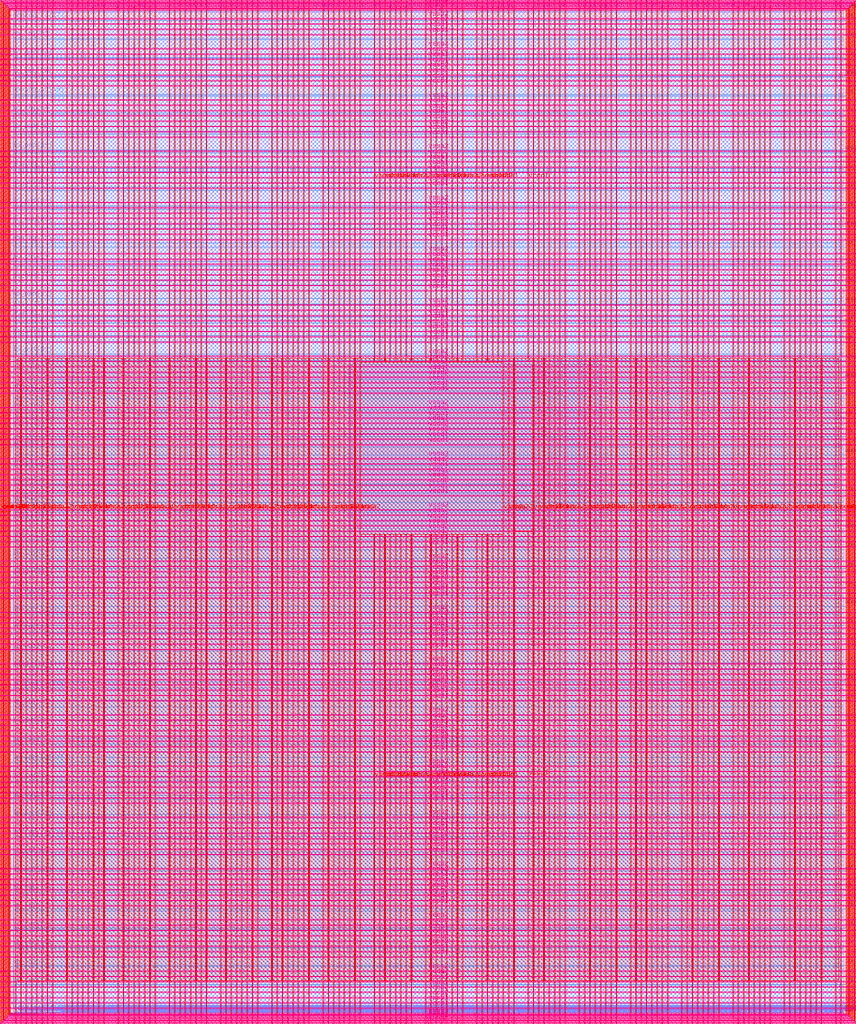
<source format=lef>
VERSION 5.7 ;
  NOWIREEXTENSIONATPIN ON ;
  DIVIDERCHAR "/" ;
  BUSBITCHARS "[]" ;
MACRO user_project_wrapper
  CLASS BLOCK ;
  FOREIGN user_project_wrapper ;
  ORIGIN 0.000 0.000 ;
  SIZE 2920.000 BY 3520.000 ;
  PIN analog_io[0]
    DIRECTION INOUT ;
    USE SIGNAL ;
    PORT
      LAYER met3 ;
        RECT 2917.600 1426.380 2924.800 1427.580 ;
    END
  END analog_io[0]
  PIN analog_io[10]
    DIRECTION INOUT ;
    USE SIGNAL ;
    PORT
      LAYER met2 ;
        RECT 2230.490 3517.600 2231.050 3524.800 ;
    END
  END analog_io[10]
  PIN analog_io[11]
    DIRECTION INOUT ;
    USE SIGNAL ;
    PORT
      LAYER met2 ;
        RECT 1905.730 3517.600 1906.290 3524.800 ;
    END
  END analog_io[11]
  PIN analog_io[12]
    DIRECTION INOUT ;
    USE SIGNAL ;
    PORT
      LAYER met2 ;
        RECT 1581.430 3517.600 1581.990 3524.800 ;
    END
  END analog_io[12]
  PIN analog_io[13]
    DIRECTION INOUT ;
    USE SIGNAL ;
    PORT
      LAYER met2 ;
        RECT 1257.130 3517.600 1257.690 3524.800 ;
    END
  END analog_io[13]
  PIN analog_io[14]
    DIRECTION INOUT ;
    USE SIGNAL ;
    PORT
      LAYER met2 ;
        RECT 932.370 3517.600 932.930 3524.800 ;
    END
  END analog_io[14]
  PIN analog_io[15]
    DIRECTION INOUT ;
    USE SIGNAL ;
    PORT
      LAYER met2 ;
        RECT 608.070 3517.600 608.630 3524.800 ;
    END
  END analog_io[15]
  PIN analog_io[16]
    DIRECTION INOUT ;
    USE SIGNAL ;
    PORT
      LAYER met2 ;
        RECT 283.770 3517.600 284.330 3524.800 ;
    END
  END analog_io[16]
  PIN analog_io[17]
    DIRECTION INOUT ;
    USE SIGNAL ;
    PORT
      LAYER met3 ;
        RECT -4.800 3486.100 2.400 3487.300 ;
    END
  END analog_io[17]
  PIN analog_io[18]
    DIRECTION INOUT ;
    USE SIGNAL ;
    PORT
      LAYER met3 ;
        RECT -4.800 3224.980 2.400 3226.180 ;
    END
  END analog_io[18]
  PIN analog_io[19]
    DIRECTION INOUT ;
    USE SIGNAL ;
    PORT
      LAYER met3 ;
        RECT -4.800 2964.540 2.400 2965.740 ;
    END
  END analog_io[19]
  PIN analog_io[1]
    DIRECTION INOUT ;
    USE SIGNAL ;
    PORT
      LAYER met3 ;
        RECT 2917.600 1692.260 2924.800 1693.460 ;
    END
  END analog_io[1]
  PIN analog_io[20]
    DIRECTION INOUT ;
    USE SIGNAL ;
    PORT
      LAYER met3 ;
        RECT -4.800 2703.420 2.400 2704.620 ;
    END
  END analog_io[20]
  PIN analog_io[21]
    DIRECTION INOUT ;
    USE SIGNAL ;
    PORT
      LAYER met3 ;
        RECT -4.800 2442.980 2.400 2444.180 ;
    END
  END analog_io[21]
  PIN analog_io[22]
    DIRECTION INOUT ;
    USE SIGNAL ;
    PORT
      LAYER met3 ;
        RECT -4.800 2182.540 2.400 2183.740 ;
    END
  END analog_io[22]
  PIN analog_io[23]
    DIRECTION INOUT ;
    USE SIGNAL ;
    PORT
      LAYER met3 ;
        RECT -4.800 1921.420 2.400 1922.620 ;
    END
  END analog_io[23]
  PIN analog_io[24]
    DIRECTION INOUT ;
    USE SIGNAL ;
    PORT
      LAYER met3 ;
        RECT -4.800 1660.980 2.400 1662.180 ;
    END
  END analog_io[24]
  PIN analog_io[25]
    DIRECTION INOUT ;
    USE SIGNAL ;
    PORT
      LAYER met3 ;
        RECT -4.800 1399.860 2.400 1401.060 ;
    END
  END analog_io[25]
  PIN analog_io[26]
    DIRECTION INOUT ;
    USE SIGNAL ;
    PORT
      LAYER met3 ;
        RECT -4.800 1139.420 2.400 1140.620 ;
    END
  END analog_io[26]
  PIN analog_io[27]
    DIRECTION INOUT ;
    USE SIGNAL ;
    PORT
      LAYER met3 ;
        RECT -4.800 878.980 2.400 880.180 ;
    END
  END analog_io[27]
  PIN analog_io[28]
    DIRECTION INOUT ;
    USE SIGNAL ;
    PORT
      LAYER met3 ;
        RECT -4.800 617.860 2.400 619.060 ;
    END
  END analog_io[28]
  PIN analog_io[2]
    DIRECTION INOUT ;
    USE SIGNAL ;
    PORT
      LAYER met3 ;
        RECT 2917.600 1958.140 2924.800 1959.340 ;
    END
  END analog_io[2]
  PIN analog_io[3]
    DIRECTION INOUT ;
    USE SIGNAL ;
    PORT
      LAYER met3 ;
        RECT 2917.600 2223.340 2924.800 2224.540 ;
    END
  END analog_io[3]
  PIN analog_io[4]
    DIRECTION INOUT ;
    USE SIGNAL ;
    PORT
      LAYER met3 ;
        RECT 2917.600 2489.220 2924.800 2490.420 ;
    END
  END analog_io[4]
  PIN analog_io[5]
    DIRECTION INOUT ;
    USE SIGNAL ;
    PORT
      LAYER met3 ;
        RECT 2917.600 2755.100 2924.800 2756.300 ;
    END
  END analog_io[5]
  PIN analog_io[6]
    DIRECTION INOUT ;
    USE SIGNAL ;
    PORT
      LAYER met3 ;
        RECT 2917.600 3020.300 2924.800 3021.500 ;
    END
  END analog_io[6]
  PIN analog_io[7]
    DIRECTION INOUT ;
    USE SIGNAL ;
    PORT
      LAYER met3 ;
        RECT 2917.600 3286.180 2924.800 3287.380 ;
    END
  END analog_io[7]
  PIN analog_io[8]
    DIRECTION INOUT ;
    USE SIGNAL ;
    PORT
      LAYER met2 ;
        RECT 2879.090 3517.600 2879.650 3524.800 ;
    END
  END analog_io[8]
  PIN analog_io[9]
    DIRECTION INOUT ;
    USE SIGNAL ;
    PORT
      LAYER met2 ;
        RECT 2554.790 3517.600 2555.350 3524.800 ;
    END
  END analog_io[9]
  PIN io_in[0]
    DIRECTION INPUT ;
    USE SIGNAL ;
    PORT
      LAYER met3 ;
        RECT 2917.600 32.380 2924.800 33.580 ;
    END
  END io_in[0]
  PIN io_in[10]
    DIRECTION INPUT ;
    USE SIGNAL ;
    PORT
      LAYER met3 ;
        RECT 2917.600 2289.980 2924.800 2291.180 ;
    END
  END io_in[10]
  PIN io_in[11]
    DIRECTION INPUT ;
    USE SIGNAL ;
    PORT
      LAYER met3 ;
        RECT 2917.600 2555.860 2924.800 2557.060 ;
    END
  END io_in[11]
  PIN io_in[12]
    DIRECTION INPUT ;
    USE SIGNAL ;
    PORT
      LAYER met3 ;
        RECT 2917.600 2821.060 2924.800 2822.260 ;
    END
  END io_in[12]
  PIN io_in[13]
    DIRECTION INPUT ;
    USE SIGNAL ;
    PORT
      LAYER met3 ;
        RECT 2917.600 3086.940 2924.800 3088.140 ;
    END
  END io_in[13]
  PIN io_in[14]
    DIRECTION INPUT ;
    USE SIGNAL ;
    PORT
      LAYER met3 ;
        RECT 2917.600 3352.820 2924.800 3354.020 ;
    END
  END io_in[14]
  PIN io_in[15]
    DIRECTION INPUT ;
    USE SIGNAL ;
    PORT
      LAYER met2 ;
        RECT 2798.130 3517.600 2798.690 3524.800 ;
    END
  END io_in[15]
  PIN io_in[16]
    DIRECTION INPUT ;
    USE SIGNAL ;
    PORT
      LAYER met2 ;
        RECT 2473.830 3517.600 2474.390 3524.800 ;
    END
  END io_in[16]
  PIN io_in[17]
    DIRECTION INPUT ;
    USE SIGNAL ;
    PORT
      LAYER met2 ;
        RECT 2149.070 3517.600 2149.630 3524.800 ;
    END
  END io_in[17]
  PIN io_in[18]
    DIRECTION INPUT ;
    USE SIGNAL ;
    PORT
      LAYER met2 ;
        RECT 1824.770 3517.600 1825.330 3524.800 ;
    END
  END io_in[18]
  PIN io_in[19]
    DIRECTION INPUT ;
    USE SIGNAL ;
    PORT
      LAYER met2 ;
        RECT 1500.470 3517.600 1501.030 3524.800 ;
    END
  END io_in[19]
  PIN io_in[1]
    DIRECTION INPUT ;
    USE SIGNAL ;
    PORT
      LAYER met3 ;
        RECT 2917.600 230.940 2924.800 232.140 ;
    END
  END io_in[1]
  PIN io_in[20]
    DIRECTION INPUT ;
    USE SIGNAL ;
    PORT
      LAYER met2 ;
        RECT 1175.710 3517.600 1176.270 3524.800 ;
    END
  END io_in[20]
  PIN io_in[21]
    DIRECTION INPUT ;
    USE SIGNAL ;
    PORT
      LAYER met2 ;
        RECT 851.410 3517.600 851.970 3524.800 ;
    END
  END io_in[21]
  PIN io_in[22]
    DIRECTION INPUT ;
    USE SIGNAL ;
    PORT
      LAYER met2 ;
        RECT 527.110 3517.600 527.670 3524.800 ;
    END
  END io_in[22]
  PIN io_in[23]
    DIRECTION INPUT ;
    USE SIGNAL ;
    PORT
      LAYER met2 ;
        RECT 202.350 3517.600 202.910 3524.800 ;
    END
  END io_in[23]
  PIN io_in[24]
    DIRECTION INPUT ;
    USE SIGNAL ;
    PORT
      LAYER met3 ;
        RECT -4.800 3420.820 2.400 3422.020 ;
    END
  END io_in[24]
  PIN io_in[25]
    DIRECTION INPUT ;
    USE SIGNAL ;
    PORT
      LAYER met3 ;
        RECT -4.800 3159.700 2.400 3160.900 ;
    END
  END io_in[25]
  PIN io_in[26]
    DIRECTION INPUT ;
    USE SIGNAL ;
    PORT
      LAYER met3 ;
        RECT -4.800 2899.260 2.400 2900.460 ;
    END
  END io_in[26]
  PIN io_in[27]
    DIRECTION INPUT ;
    USE SIGNAL ;
    PORT
      LAYER met3 ;
        RECT -4.800 2638.820 2.400 2640.020 ;
    END
  END io_in[27]
  PIN io_in[28]
    DIRECTION INPUT ;
    USE SIGNAL ;
    PORT
      LAYER met3 ;
        RECT -4.800 2377.700 2.400 2378.900 ;
    END
  END io_in[28]
  PIN io_in[29]
    DIRECTION INPUT ;
    USE SIGNAL ;
    PORT
      LAYER met3 ;
        RECT -4.800 2117.260 2.400 2118.460 ;
    END
  END io_in[29]
  PIN io_in[2]
    DIRECTION INPUT ;
    USE SIGNAL ;
    PORT
      LAYER met3 ;
        RECT 2917.600 430.180 2924.800 431.380 ;
    END
  END io_in[2]
  PIN io_in[30]
    DIRECTION INPUT ;
    USE SIGNAL ;
    PORT
      LAYER met3 ;
        RECT -4.800 1856.140 2.400 1857.340 ;
    END
  END io_in[30]
  PIN io_in[31]
    DIRECTION INPUT ;
    USE SIGNAL ;
    PORT
      LAYER met3 ;
        RECT -4.800 1595.700 2.400 1596.900 ;
    END
  END io_in[31]
  PIN io_in[32]
    DIRECTION INPUT ;
    USE SIGNAL ;
    PORT
      LAYER met3 ;
        RECT -4.800 1335.260 2.400 1336.460 ;
    END
  END io_in[32]
  PIN io_in[33]
    DIRECTION INPUT ;
    USE SIGNAL ;
    PORT
      LAYER met3 ;
        RECT -4.800 1074.140 2.400 1075.340 ;
    END
  END io_in[33]
  PIN io_in[34]
    DIRECTION INPUT ;
    USE SIGNAL ;
    PORT
      LAYER met3 ;
        RECT -4.800 813.700 2.400 814.900 ;
    END
  END io_in[34]
  PIN io_in[35]
    DIRECTION INPUT ;
    USE SIGNAL ;
    PORT
      LAYER met3 ;
        RECT -4.800 552.580 2.400 553.780 ;
    END
  END io_in[35]
  PIN io_in[36]
    DIRECTION INPUT ;
    USE SIGNAL ;
    PORT
      LAYER met3 ;
        RECT -4.800 357.420 2.400 358.620 ;
    END
  END io_in[36]
  PIN io_in[37]
    DIRECTION INPUT ;
    USE SIGNAL ;
    PORT
      LAYER met3 ;
        RECT -4.800 161.580 2.400 162.780 ;
    END
  END io_in[37]
  PIN io_in[3]
    DIRECTION INPUT ;
    USE SIGNAL ;
    PORT
      LAYER met3 ;
        RECT 2917.600 629.420 2924.800 630.620 ;
    END
  END io_in[3]
  PIN io_in[4]
    DIRECTION INPUT ;
    USE SIGNAL ;
    PORT
      LAYER met3 ;
        RECT 2917.600 828.660 2924.800 829.860 ;
    END
  END io_in[4]
  PIN io_in[5]
    DIRECTION INPUT ;
    USE SIGNAL ;
    PORT
      LAYER met3 ;
        RECT 2917.600 1027.900 2924.800 1029.100 ;
    END
  END io_in[5]
  PIN io_in[6]
    DIRECTION INPUT ;
    USE SIGNAL ;
    PORT
      LAYER met3 ;
        RECT 2917.600 1227.140 2924.800 1228.340 ;
    END
  END io_in[6]
  PIN io_in[7]
    DIRECTION INPUT ;
    USE SIGNAL ;
    PORT
      LAYER met3 ;
        RECT 2917.600 1493.020 2924.800 1494.220 ;
    END
  END io_in[7]
  PIN io_in[8]
    DIRECTION INPUT ;
    USE SIGNAL ;
    PORT
      LAYER met3 ;
        RECT 2917.600 1758.900 2924.800 1760.100 ;
    END
  END io_in[8]
  PIN io_in[9]
    DIRECTION INPUT ;
    USE SIGNAL ;
    PORT
      LAYER met3 ;
        RECT 2917.600 2024.100 2924.800 2025.300 ;
    END
  END io_in[9]
  PIN io_oeb[0]
    DIRECTION OUTPUT TRISTATE ;
    USE SIGNAL ;
    PORT
      LAYER met3 ;
        RECT 2917.600 164.980 2924.800 166.180 ;
    END
  END io_oeb[0]
  PIN io_oeb[10]
    DIRECTION OUTPUT TRISTATE ;
    USE SIGNAL ;
    PORT
      LAYER met3 ;
        RECT 2917.600 2422.580 2924.800 2423.780 ;
    END
  END io_oeb[10]
  PIN io_oeb[11]
    DIRECTION OUTPUT TRISTATE ;
    USE SIGNAL ;
    PORT
      LAYER met3 ;
        RECT 2917.600 2688.460 2924.800 2689.660 ;
    END
  END io_oeb[11]
  PIN io_oeb[12]
    DIRECTION OUTPUT TRISTATE ;
    USE SIGNAL ;
    PORT
      LAYER met3 ;
        RECT 2917.600 2954.340 2924.800 2955.540 ;
    END
  END io_oeb[12]
  PIN io_oeb[13]
    DIRECTION OUTPUT TRISTATE ;
    USE SIGNAL ;
    PORT
      LAYER met3 ;
        RECT 2917.600 3219.540 2924.800 3220.740 ;
    END
  END io_oeb[13]
  PIN io_oeb[14]
    DIRECTION OUTPUT TRISTATE ;
    USE SIGNAL ;
    PORT
      LAYER met3 ;
        RECT 2917.600 3485.420 2924.800 3486.620 ;
    END
  END io_oeb[14]
  PIN io_oeb[15]
    DIRECTION OUTPUT TRISTATE ;
    USE SIGNAL ;
    PORT
      LAYER met2 ;
        RECT 2635.750 3517.600 2636.310 3524.800 ;
    END
  END io_oeb[15]
  PIN io_oeb[16]
    DIRECTION OUTPUT TRISTATE ;
    USE SIGNAL ;
    PORT
      LAYER met2 ;
        RECT 2311.450 3517.600 2312.010 3524.800 ;
    END
  END io_oeb[16]
  PIN io_oeb[17]
    DIRECTION OUTPUT TRISTATE ;
    USE SIGNAL ;
    PORT
      LAYER met2 ;
        RECT 1987.150 3517.600 1987.710 3524.800 ;
    END
  END io_oeb[17]
  PIN io_oeb[18]
    DIRECTION OUTPUT TRISTATE ;
    USE SIGNAL ;
    PORT
      LAYER met2 ;
        RECT 1662.390 3517.600 1662.950 3524.800 ;
    END
  END io_oeb[18]
  PIN io_oeb[19]
    DIRECTION OUTPUT TRISTATE ;
    USE SIGNAL ;
    PORT
      LAYER met2 ;
        RECT 1338.090 3517.600 1338.650 3524.800 ;
    END
  END io_oeb[19]
  PIN io_oeb[1]
    DIRECTION OUTPUT TRISTATE ;
    USE SIGNAL ;
    PORT
      LAYER met3 ;
        RECT 2917.600 364.220 2924.800 365.420 ;
    END
  END io_oeb[1]
  PIN io_oeb[20]
    DIRECTION OUTPUT TRISTATE ;
    USE SIGNAL ;
    PORT
      LAYER met2 ;
        RECT 1013.790 3517.600 1014.350 3524.800 ;
    END
  END io_oeb[20]
  PIN io_oeb[21]
    DIRECTION OUTPUT TRISTATE ;
    USE SIGNAL ;
    PORT
      LAYER met2 ;
        RECT 689.030 3517.600 689.590 3524.800 ;
    END
  END io_oeb[21]
  PIN io_oeb[22]
    DIRECTION OUTPUT TRISTATE ;
    USE SIGNAL ;
    PORT
      LAYER met2 ;
        RECT 364.730 3517.600 365.290 3524.800 ;
    END
  END io_oeb[22]
  PIN io_oeb[23]
    DIRECTION OUTPUT TRISTATE ;
    USE SIGNAL ;
    PORT
      LAYER met2 ;
        RECT 40.430 3517.600 40.990 3524.800 ;
    END
  END io_oeb[23]
  PIN io_oeb[24]
    DIRECTION OUTPUT TRISTATE ;
    USE SIGNAL ;
    PORT
      LAYER met3 ;
        RECT -4.800 3290.260 2.400 3291.460 ;
    END
  END io_oeb[24]
  PIN io_oeb[25]
    DIRECTION OUTPUT TRISTATE ;
    USE SIGNAL ;
    PORT
      LAYER met3 ;
        RECT -4.800 3029.820 2.400 3031.020 ;
    END
  END io_oeb[25]
  PIN io_oeb[26]
    DIRECTION OUTPUT TRISTATE ;
    USE SIGNAL ;
    PORT
      LAYER met3 ;
        RECT -4.800 2768.700 2.400 2769.900 ;
    END
  END io_oeb[26]
  PIN io_oeb[27]
    DIRECTION OUTPUT TRISTATE ;
    USE SIGNAL ;
    PORT
      LAYER met3 ;
        RECT -4.800 2508.260 2.400 2509.460 ;
    END
  END io_oeb[27]
  PIN io_oeb[28]
    DIRECTION OUTPUT TRISTATE ;
    USE SIGNAL ;
    PORT
      LAYER met3 ;
        RECT -4.800 2247.140 2.400 2248.340 ;
    END
  END io_oeb[28]
  PIN io_oeb[29]
    DIRECTION OUTPUT TRISTATE ;
    USE SIGNAL ;
    PORT
      LAYER met3 ;
        RECT -4.800 1986.700 2.400 1987.900 ;
    END
  END io_oeb[29]
  PIN io_oeb[2]
    DIRECTION OUTPUT TRISTATE ;
    USE SIGNAL ;
    PORT
      LAYER met3 ;
        RECT 2917.600 563.460 2924.800 564.660 ;
    END
  END io_oeb[2]
  PIN io_oeb[30]
    DIRECTION OUTPUT TRISTATE ;
    USE SIGNAL ;
    PORT
      LAYER met3 ;
        RECT -4.800 1726.260 2.400 1727.460 ;
    END
  END io_oeb[30]
  PIN io_oeb[31]
    DIRECTION OUTPUT TRISTATE ;
    USE SIGNAL ;
    PORT
      LAYER met3 ;
        RECT -4.800 1465.140 2.400 1466.340 ;
    END
  END io_oeb[31]
  PIN io_oeb[32]
    DIRECTION OUTPUT TRISTATE ;
    USE SIGNAL ;
    PORT
      LAYER met3 ;
        RECT -4.800 1204.700 2.400 1205.900 ;
    END
  END io_oeb[32]
  PIN io_oeb[33]
    DIRECTION OUTPUT TRISTATE ;
    USE SIGNAL ;
    PORT
      LAYER met3 ;
        RECT -4.800 943.580 2.400 944.780 ;
    END
  END io_oeb[33]
  PIN io_oeb[34]
    DIRECTION OUTPUT TRISTATE ;
    USE SIGNAL ;
    PORT
      LAYER met3 ;
        RECT -4.800 683.140 2.400 684.340 ;
    END
  END io_oeb[34]
  PIN io_oeb[35]
    DIRECTION OUTPUT TRISTATE ;
    USE SIGNAL ;
    PORT
      LAYER met3 ;
        RECT -4.800 422.700 2.400 423.900 ;
    END
  END io_oeb[35]
  PIN io_oeb[36]
    DIRECTION OUTPUT TRISTATE ;
    USE SIGNAL ;
    PORT
      LAYER met3 ;
        RECT -4.800 226.860 2.400 228.060 ;
    END
  END io_oeb[36]
  PIN io_oeb[37]
    DIRECTION OUTPUT TRISTATE ;
    USE SIGNAL ;
    PORT
      LAYER met3 ;
        RECT -4.800 31.700 2.400 32.900 ;
    END
  END io_oeb[37]
  PIN io_oeb[3]
    DIRECTION OUTPUT TRISTATE ;
    USE SIGNAL ;
    PORT
      LAYER met3 ;
        RECT 2917.600 762.700 2924.800 763.900 ;
    END
  END io_oeb[3]
  PIN io_oeb[4]
    DIRECTION OUTPUT TRISTATE ;
    USE SIGNAL ;
    PORT
      LAYER met3 ;
        RECT 2917.600 961.940 2924.800 963.140 ;
    END
  END io_oeb[4]
  PIN io_oeb[5]
    DIRECTION OUTPUT TRISTATE ;
    USE SIGNAL ;
    PORT
      LAYER met3 ;
        RECT 2917.600 1161.180 2924.800 1162.380 ;
    END
  END io_oeb[5]
  PIN io_oeb[6]
    DIRECTION OUTPUT TRISTATE ;
    USE SIGNAL ;
    PORT
      LAYER met3 ;
        RECT 2917.600 1360.420 2924.800 1361.620 ;
    END
  END io_oeb[6]
  PIN io_oeb[7]
    DIRECTION OUTPUT TRISTATE ;
    USE SIGNAL ;
    PORT
      LAYER met3 ;
        RECT 2917.600 1625.620 2924.800 1626.820 ;
    END
  END io_oeb[7]
  PIN io_oeb[8]
    DIRECTION OUTPUT TRISTATE ;
    USE SIGNAL ;
    PORT
      LAYER met3 ;
        RECT 2917.600 1891.500 2924.800 1892.700 ;
    END
  END io_oeb[8]
  PIN io_oeb[9]
    DIRECTION OUTPUT TRISTATE ;
    USE SIGNAL ;
    PORT
      LAYER met3 ;
        RECT 2917.600 2157.380 2924.800 2158.580 ;
    END
  END io_oeb[9]
  PIN io_out[0]
    DIRECTION OUTPUT TRISTATE ;
    USE SIGNAL ;
    PORT
      LAYER met3 ;
        RECT 2917.600 98.340 2924.800 99.540 ;
    END
  END io_out[0]
  PIN io_out[10]
    DIRECTION OUTPUT TRISTATE ;
    USE SIGNAL ;
    PORT
      LAYER met3 ;
        RECT 2917.600 2356.620 2924.800 2357.820 ;
    END
  END io_out[10]
  PIN io_out[11]
    DIRECTION OUTPUT TRISTATE ;
    USE SIGNAL ;
    PORT
      LAYER met3 ;
        RECT 2917.600 2621.820 2924.800 2623.020 ;
    END
  END io_out[11]
  PIN io_out[12]
    DIRECTION OUTPUT TRISTATE ;
    USE SIGNAL ;
    PORT
      LAYER met3 ;
        RECT 2917.600 2887.700 2924.800 2888.900 ;
    END
  END io_out[12]
  PIN io_out[13]
    DIRECTION OUTPUT TRISTATE ;
    USE SIGNAL ;
    PORT
      LAYER met3 ;
        RECT 2917.600 3153.580 2924.800 3154.780 ;
    END
  END io_out[13]
  PIN io_out[14]
    DIRECTION OUTPUT TRISTATE ;
    USE SIGNAL ;
    PORT
      LAYER met3 ;
        RECT 2917.600 3418.780 2924.800 3419.980 ;
    END
  END io_out[14]
  PIN io_out[15]
    DIRECTION OUTPUT TRISTATE ;
    USE SIGNAL ;
    PORT
      LAYER met2 ;
        RECT 2717.170 3517.600 2717.730 3524.800 ;
    END
  END io_out[15]
  PIN io_out[16]
    DIRECTION OUTPUT TRISTATE ;
    USE SIGNAL ;
    PORT
      LAYER met2 ;
        RECT 2392.410 3517.600 2392.970 3524.800 ;
    END
  END io_out[16]
  PIN io_out[17]
    DIRECTION OUTPUT TRISTATE ;
    USE SIGNAL ;
    PORT
      LAYER met2 ;
        RECT 2068.110 3517.600 2068.670 3524.800 ;
    END
  END io_out[17]
  PIN io_out[18]
    DIRECTION OUTPUT TRISTATE ;
    USE SIGNAL ;
    PORT
      LAYER met2 ;
        RECT 1743.810 3517.600 1744.370 3524.800 ;
    END
  END io_out[18]
  PIN io_out[19]
    DIRECTION OUTPUT TRISTATE ;
    USE SIGNAL ;
    PORT
      LAYER met2 ;
        RECT 1419.050 3517.600 1419.610 3524.800 ;
    END
  END io_out[19]
  PIN io_out[1]
    DIRECTION OUTPUT TRISTATE ;
    USE SIGNAL ;
    PORT
      LAYER met3 ;
        RECT 2917.600 297.580 2924.800 298.780 ;
    END
  END io_out[1]
  PIN io_out[20]
    DIRECTION OUTPUT TRISTATE ;
    USE SIGNAL ;
    PORT
      LAYER met2 ;
        RECT 1094.750 3517.600 1095.310 3524.800 ;
    END
  END io_out[20]
  PIN io_out[21]
    DIRECTION OUTPUT TRISTATE ;
    USE SIGNAL ;
    PORT
      LAYER met2 ;
        RECT 770.450 3517.600 771.010 3524.800 ;
    END
  END io_out[21]
  PIN io_out[22]
    DIRECTION OUTPUT TRISTATE ;
    USE SIGNAL ;
    PORT
      LAYER met2 ;
        RECT 445.690 3517.600 446.250 3524.800 ;
    END
  END io_out[22]
  PIN io_out[23]
    DIRECTION OUTPUT TRISTATE ;
    USE SIGNAL ;
    PORT
      LAYER met2 ;
        RECT 121.390 3517.600 121.950 3524.800 ;
    END
  END io_out[23]
  PIN io_out[24]
    DIRECTION OUTPUT TRISTATE ;
    USE SIGNAL ;
    PORT
      LAYER met3 ;
        RECT -4.800 3355.540 2.400 3356.740 ;
    END
  END io_out[24]
  PIN io_out[25]
    DIRECTION OUTPUT TRISTATE ;
    USE SIGNAL ;
    PORT
      LAYER met3 ;
        RECT -4.800 3095.100 2.400 3096.300 ;
    END
  END io_out[25]
  PIN io_out[26]
    DIRECTION OUTPUT TRISTATE ;
    USE SIGNAL ;
    PORT
      LAYER met3 ;
        RECT -4.800 2833.980 2.400 2835.180 ;
    END
  END io_out[26]
  PIN io_out[27]
    DIRECTION OUTPUT TRISTATE ;
    USE SIGNAL ;
    PORT
      LAYER met3 ;
        RECT -4.800 2573.540 2.400 2574.740 ;
    END
  END io_out[27]
  PIN io_out[28]
    DIRECTION OUTPUT TRISTATE ;
    USE SIGNAL ;
    PORT
      LAYER met3 ;
        RECT -4.800 2312.420 2.400 2313.620 ;
    END
  END io_out[28]
  PIN io_out[29]
    DIRECTION OUTPUT TRISTATE ;
    USE SIGNAL ;
    PORT
      LAYER met3 ;
        RECT -4.800 2051.980 2.400 2053.180 ;
    END
  END io_out[29]
  PIN io_out[2]
    DIRECTION OUTPUT TRISTATE ;
    USE SIGNAL ;
    PORT
      LAYER met3 ;
        RECT 2917.600 496.820 2924.800 498.020 ;
    END
  END io_out[2]
  PIN io_out[30]
    DIRECTION OUTPUT TRISTATE ;
    USE SIGNAL ;
    PORT
      LAYER met3 ;
        RECT -4.800 1791.540 2.400 1792.740 ;
    END
  END io_out[30]
  PIN io_out[31]
    DIRECTION OUTPUT TRISTATE ;
    USE SIGNAL ;
    PORT
      LAYER met3 ;
        RECT -4.800 1530.420 2.400 1531.620 ;
    END
  END io_out[31]
  PIN io_out[32]
    DIRECTION OUTPUT TRISTATE ;
    USE SIGNAL ;
    PORT
      LAYER met3 ;
        RECT -4.800 1269.980 2.400 1271.180 ;
    END
  END io_out[32]
  PIN io_out[33]
    DIRECTION OUTPUT TRISTATE ;
    USE SIGNAL ;
    PORT
      LAYER met3 ;
        RECT -4.800 1008.860 2.400 1010.060 ;
    END
  END io_out[33]
  PIN io_out[34]
    DIRECTION OUTPUT TRISTATE ;
    USE SIGNAL ;
    PORT
      LAYER met3 ;
        RECT -4.800 748.420 2.400 749.620 ;
    END
  END io_out[34]
  PIN io_out[35]
    DIRECTION OUTPUT TRISTATE ;
    USE SIGNAL ;
    PORT
      LAYER met3 ;
        RECT -4.800 487.300 2.400 488.500 ;
    END
  END io_out[35]
  PIN io_out[36]
    DIRECTION OUTPUT TRISTATE ;
    USE SIGNAL ;
    PORT
      LAYER met3 ;
        RECT -4.800 292.140 2.400 293.340 ;
    END
  END io_out[36]
  PIN io_out[37]
    DIRECTION OUTPUT TRISTATE ;
    USE SIGNAL ;
    PORT
      LAYER met3 ;
        RECT -4.800 96.300 2.400 97.500 ;
    END
  END io_out[37]
  PIN io_out[3]
    DIRECTION OUTPUT TRISTATE ;
    USE SIGNAL ;
    PORT
      LAYER met3 ;
        RECT 2917.600 696.060 2924.800 697.260 ;
    END
  END io_out[3]
  PIN io_out[4]
    DIRECTION OUTPUT TRISTATE ;
    USE SIGNAL ;
    PORT
      LAYER met3 ;
        RECT 2917.600 895.300 2924.800 896.500 ;
    END
  END io_out[4]
  PIN io_out[5]
    DIRECTION OUTPUT TRISTATE ;
    USE SIGNAL ;
    PORT
      LAYER met3 ;
        RECT 2917.600 1094.540 2924.800 1095.740 ;
    END
  END io_out[5]
  PIN io_out[6]
    DIRECTION OUTPUT TRISTATE ;
    USE SIGNAL ;
    PORT
      LAYER met3 ;
        RECT 2917.600 1293.780 2924.800 1294.980 ;
    END
  END io_out[6]
  PIN io_out[7]
    DIRECTION OUTPUT TRISTATE ;
    USE SIGNAL ;
    PORT
      LAYER met3 ;
        RECT 2917.600 1559.660 2924.800 1560.860 ;
    END
  END io_out[7]
  PIN io_out[8]
    DIRECTION OUTPUT TRISTATE ;
    USE SIGNAL ;
    PORT
      LAYER met3 ;
        RECT 2917.600 1824.860 2924.800 1826.060 ;
    END
  END io_out[8]
  PIN io_out[9]
    DIRECTION OUTPUT TRISTATE ;
    USE SIGNAL ;
    PORT
      LAYER met3 ;
        RECT 2917.600 2090.740 2924.800 2091.940 ;
    END
  END io_out[9]
  PIN la_data_in[0]
    DIRECTION INPUT ;
    USE SIGNAL ;
    PORT
      LAYER met2 ;
        RECT 629.230 -4.800 629.790 2.400 ;
    END
  END la_data_in[0]
  PIN la_data_in[100]
    DIRECTION INPUT ;
    USE SIGNAL ;
    PORT
      LAYER met2 ;
        RECT 2402.530 -4.800 2403.090 2.400 ;
    END
  END la_data_in[100]
  PIN la_data_in[101]
    DIRECTION INPUT ;
    USE SIGNAL ;
    PORT
      LAYER met2 ;
        RECT 2420.010 -4.800 2420.570 2.400 ;
    END
  END la_data_in[101]
  PIN la_data_in[102]
    DIRECTION INPUT ;
    USE SIGNAL ;
    PORT
      LAYER met2 ;
        RECT 2437.950 -4.800 2438.510 2.400 ;
    END
  END la_data_in[102]
  PIN la_data_in[103]
    DIRECTION INPUT ;
    USE SIGNAL ;
    PORT
      LAYER met2 ;
        RECT 2455.430 -4.800 2455.990 2.400 ;
    END
  END la_data_in[103]
  PIN la_data_in[104]
    DIRECTION INPUT ;
    USE SIGNAL ;
    PORT
      LAYER met2 ;
        RECT 2473.370 -4.800 2473.930 2.400 ;
    END
  END la_data_in[104]
  PIN la_data_in[105]
    DIRECTION INPUT ;
    USE SIGNAL ;
    PORT
      LAYER met2 ;
        RECT 2490.850 -4.800 2491.410 2.400 ;
    END
  END la_data_in[105]
  PIN la_data_in[106]
    DIRECTION INPUT ;
    USE SIGNAL ;
    PORT
      LAYER met2 ;
        RECT 2508.790 -4.800 2509.350 2.400 ;
    END
  END la_data_in[106]
  PIN la_data_in[107]
    DIRECTION INPUT ;
    USE SIGNAL ;
    PORT
      LAYER met2 ;
        RECT 2526.730 -4.800 2527.290 2.400 ;
    END
  END la_data_in[107]
  PIN la_data_in[108]
    DIRECTION INPUT ;
    USE SIGNAL ;
    PORT
      LAYER met2 ;
        RECT 2544.210 -4.800 2544.770 2.400 ;
    END
  END la_data_in[108]
  PIN la_data_in[109]
    DIRECTION INPUT ;
    USE SIGNAL ;
    PORT
      LAYER met2 ;
        RECT 2562.150 -4.800 2562.710 2.400 ;
    END
  END la_data_in[109]
  PIN la_data_in[10]
    DIRECTION INPUT ;
    USE SIGNAL ;
    PORT
      LAYER met2 ;
        RECT 806.330 -4.800 806.890 2.400 ;
    END
  END la_data_in[10]
  PIN la_data_in[110]
    DIRECTION INPUT ;
    USE SIGNAL ;
    PORT
      LAYER met2 ;
        RECT 2579.630 -4.800 2580.190 2.400 ;
    END
  END la_data_in[110]
  PIN la_data_in[111]
    DIRECTION INPUT ;
    USE SIGNAL ;
    PORT
      LAYER met2 ;
        RECT 2597.570 -4.800 2598.130 2.400 ;
    END
  END la_data_in[111]
  PIN la_data_in[112]
    DIRECTION INPUT ;
    USE SIGNAL ;
    PORT
      LAYER met2 ;
        RECT 2615.050 -4.800 2615.610 2.400 ;
    END
  END la_data_in[112]
  PIN la_data_in[113]
    DIRECTION INPUT ;
    USE SIGNAL ;
    PORT
      LAYER met2 ;
        RECT 2632.990 -4.800 2633.550 2.400 ;
    END
  END la_data_in[113]
  PIN la_data_in[114]
    DIRECTION INPUT ;
    USE SIGNAL ;
    PORT
      LAYER met2 ;
        RECT 2650.470 -4.800 2651.030 2.400 ;
    END
  END la_data_in[114]
  PIN la_data_in[115]
    DIRECTION INPUT ;
    USE SIGNAL ;
    PORT
      LAYER met2 ;
        RECT 2668.410 -4.800 2668.970 2.400 ;
    END
  END la_data_in[115]
  PIN la_data_in[116]
    DIRECTION INPUT ;
    USE SIGNAL ;
    PORT
      LAYER met2 ;
        RECT 2685.890 -4.800 2686.450 2.400 ;
    END
  END la_data_in[116]
  PIN la_data_in[117]
    DIRECTION INPUT ;
    USE SIGNAL ;
    PORT
      LAYER met2 ;
        RECT 2703.830 -4.800 2704.390 2.400 ;
    END
  END la_data_in[117]
  PIN la_data_in[118]
    DIRECTION INPUT ;
    USE SIGNAL ;
    PORT
      LAYER met2 ;
        RECT 2721.770 -4.800 2722.330 2.400 ;
    END
  END la_data_in[118]
  PIN la_data_in[119]
    DIRECTION INPUT ;
    USE SIGNAL ;
    PORT
      LAYER met2 ;
        RECT 2739.250 -4.800 2739.810 2.400 ;
    END
  END la_data_in[119]
  PIN la_data_in[11]
    DIRECTION INPUT ;
    USE SIGNAL ;
    PORT
      LAYER met2 ;
        RECT 824.270 -4.800 824.830 2.400 ;
    END
  END la_data_in[11]
  PIN la_data_in[120]
    DIRECTION INPUT ;
    USE SIGNAL ;
    PORT
      LAYER met2 ;
        RECT 2757.190 -4.800 2757.750 2.400 ;
    END
  END la_data_in[120]
  PIN la_data_in[121]
    DIRECTION INPUT ;
    USE SIGNAL ;
    PORT
      LAYER met2 ;
        RECT 2774.670 -4.800 2775.230 2.400 ;
    END
  END la_data_in[121]
  PIN la_data_in[122]
    DIRECTION INPUT ;
    USE SIGNAL ;
    PORT
      LAYER met2 ;
        RECT 2792.610 -4.800 2793.170 2.400 ;
    END
  END la_data_in[122]
  PIN la_data_in[123]
    DIRECTION INPUT ;
    USE SIGNAL ;
    PORT
      LAYER met2 ;
        RECT 2810.090 -4.800 2810.650 2.400 ;
    END
  END la_data_in[123]
  PIN la_data_in[124]
    DIRECTION INPUT ;
    USE SIGNAL ;
    PORT
      LAYER met2 ;
        RECT 2828.030 -4.800 2828.590 2.400 ;
    END
  END la_data_in[124]
  PIN la_data_in[125]
    DIRECTION INPUT ;
    USE SIGNAL ;
    PORT
      LAYER met2 ;
        RECT 2845.510 -4.800 2846.070 2.400 ;
    END
  END la_data_in[125]
  PIN la_data_in[126]
    DIRECTION INPUT ;
    USE SIGNAL ;
    PORT
      LAYER met2 ;
        RECT 2863.450 -4.800 2864.010 2.400 ;
    END
  END la_data_in[126]
  PIN la_data_in[127]
    DIRECTION INPUT ;
    USE SIGNAL ;
    PORT
      LAYER met2 ;
        RECT 2881.390 -4.800 2881.950 2.400 ;
    END
  END la_data_in[127]
  PIN la_data_in[12]
    DIRECTION INPUT ;
    USE SIGNAL ;
    PORT
      LAYER met2 ;
        RECT 841.750 -4.800 842.310 2.400 ;
    END
  END la_data_in[12]
  PIN la_data_in[13]
    DIRECTION INPUT ;
    USE SIGNAL ;
    PORT
      LAYER met2 ;
        RECT 859.690 -4.800 860.250 2.400 ;
    END
  END la_data_in[13]
  PIN la_data_in[14]
    DIRECTION INPUT ;
    USE SIGNAL ;
    PORT
      LAYER met2 ;
        RECT 877.170 -4.800 877.730 2.400 ;
    END
  END la_data_in[14]
  PIN la_data_in[15]
    DIRECTION INPUT ;
    USE SIGNAL ;
    PORT
      LAYER met2 ;
        RECT 895.110 -4.800 895.670 2.400 ;
    END
  END la_data_in[15]
  PIN la_data_in[16]
    DIRECTION INPUT ;
    USE SIGNAL ;
    PORT
      LAYER met2 ;
        RECT 912.590 -4.800 913.150 2.400 ;
    END
  END la_data_in[16]
  PIN la_data_in[17]
    DIRECTION INPUT ;
    USE SIGNAL ;
    PORT
      LAYER met2 ;
        RECT 930.530 -4.800 931.090 2.400 ;
    END
  END la_data_in[17]
  PIN la_data_in[18]
    DIRECTION INPUT ;
    USE SIGNAL ;
    PORT
      LAYER met2 ;
        RECT 948.470 -4.800 949.030 2.400 ;
    END
  END la_data_in[18]
  PIN la_data_in[19]
    DIRECTION INPUT ;
    USE SIGNAL ;
    PORT
      LAYER met2 ;
        RECT 965.950 -4.800 966.510 2.400 ;
    END
  END la_data_in[19]
  PIN la_data_in[1]
    DIRECTION INPUT ;
    USE SIGNAL ;
    PORT
      LAYER met2 ;
        RECT 646.710 -4.800 647.270 2.400 ;
    END
  END la_data_in[1]
  PIN la_data_in[20]
    DIRECTION INPUT ;
    USE SIGNAL ;
    PORT
      LAYER met2 ;
        RECT 983.890 -4.800 984.450 2.400 ;
    END
  END la_data_in[20]
  PIN la_data_in[21]
    DIRECTION INPUT ;
    USE SIGNAL ;
    PORT
      LAYER met2 ;
        RECT 1001.370 -4.800 1001.930 2.400 ;
    END
  END la_data_in[21]
  PIN la_data_in[22]
    DIRECTION INPUT ;
    USE SIGNAL ;
    PORT
      LAYER met2 ;
        RECT 1019.310 -4.800 1019.870 2.400 ;
    END
  END la_data_in[22]
  PIN la_data_in[23]
    DIRECTION INPUT ;
    USE SIGNAL ;
    PORT
      LAYER met2 ;
        RECT 1036.790 -4.800 1037.350 2.400 ;
    END
  END la_data_in[23]
  PIN la_data_in[24]
    DIRECTION INPUT ;
    USE SIGNAL ;
    PORT
      LAYER met2 ;
        RECT 1054.730 -4.800 1055.290 2.400 ;
    END
  END la_data_in[24]
  PIN la_data_in[25]
    DIRECTION INPUT ;
    USE SIGNAL ;
    PORT
      LAYER met2 ;
        RECT 1072.210 -4.800 1072.770 2.400 ;
    END
  END la_data_in[25]
  PIN la_data_in[26]
    DIRECTION INPUT ;
    USE SIGNAL ;
    PORT
      LAYER met2 ;
        RECT 1090.150 -4.800 1090.710 2.400 ;
    END
  END la_data_in[26]
  PIN la_data_in[27]
    DIRECTION INPUT ;
    USE SIGNAL ;
    PORT
      LAYER met2 ;
        RECT 1107.630 -4.800 1108.190 2.400 ;
    END
  END la_data_in[27]
  PIN la_data_in[28]
    DIRECTION INPUT ;
    USE SIGNAL ;
    PORT
      LAYER met2 ;
        RECT 1125.570 -4.800 1126.130 2.400 ;
    END
  END la_data_in[28]
  PIN la_data_in[29]
    DIRECTION INPUT ;
    USE SIGNAL ;
    PORT
      LAYER met2 ;
        RECT 1143.510 -4.800 1144.070 2.400 ;
    END
  END la_data_in[29]
  PIN la_data_in[2]
    DIRECTION INPUT ;
    USE SIGNAL ;
    PORT
      LAYER met2 ;
        RECT 664.650 -4.800 665.210 2.400 ;
    END
  END la_data_in[2]
  PIN la_data_in[30]
    DIRECTION INPUT ;
    USE SIGNAL ;
    PORT
      LAYER met2 ;
        RECT 1160.990 -4.800 1161.550 2.400 ;
    END
  END la_data_in[30]
  PIN la_data_in[31]
    DIRECTION INPUT ;
    USE SIGNAL ;
    PORT
      LAYER met2 ;
        RECT 1178.930 -4.800 1179.490 2.400 ;
    END
  END la_data_in[31]
  PIN la_data_in[32]
    DIRECTION INPUT ;
    USE SIGNAL ;
    PORT
      LAYER met2 ;
        RECT 1196.410 -4.800 1196.970 2.400 ;
    END
  END la_data_in[32]
  PIN la_data_in[33]
    DIRECTION INPUT ;
    USE SIGNAL ;
    PORT
      LAYER met2 ;
        RECT 1214.350 -4.800 1214.910 2.400 ;
    END
  END la_data_in[33]
  PIN la_data_in[34]
    DIRECTION INPUT ;
    USE SIGNAL ;
    PORT
      LAYER met2 ;
        RECT 1231.830 -4.800 1232.390 2.400 ;
    END
  END la_data_in[34]
  PIN la_data_in[35]
    DIRECTION INPUT ;
    USE SIGNAL ;
    PORT
      LAYER met2 ;
        RECT 1249.770 -4.800 1250.330 2.400 ;
    END
  END la_data_in[35]
  PIN la_data_in[36]
    DIRECTION INPUT ;
    USE SIGNAL ;
    PORT
      LAYER met2 ;
        RECT 1267.250 -4.800 1267.810 2.400 ;
    END
  END la_data_in[36]
  PIN la_data_in[37]
    DIRECTION INPUT ;
    USE SIGNAL ;
    PORT
      LAYER met2 ;
        RECT 1285.190 -4.800 1285.750 2.400 ;
    END
  END la_data_in[37]
  PIN la_data_in[38]
    DIRECTION INPUT ;
    USE SIGNAL ;
    PORT
      LAYER met2 ;
        RECT 1303.130 -4.800 1303.690 2.400 ;
    END
  END la_data_in[38]
  PIN la_data_in[39]
    DIRECTION INPUT ;
    USE SIGNAL ;
    PORT
      LAYER met2 ;
        RECT 1320.610 -4.800 1321.170 2.400 ;
    END
  END la_data_in[39]
  PIN la_data_in[3]
    DIRECTION INPUT ;
    USE SIGNAL ;
    PORT
      LAYER met2 ;
        RECT 682.130 -4.800 682.690 2.400 ;
    END
  END la_data_in[3]
  PIN la_data_in[40]
    DIRECTION INPUT ;
    USE SIGNAL ;
    PORT
      LAYER met2 ;
        RECT 1338.550 -4.800 1339.110 2.400 ;
    END
  END la_data_in[40]
  PIN la_data_in[41]
    DIRECTION INPUT ;
    USE SIGNAL ;
    PORT
      LAYER met2 ;
        RECT 1356.030 -4.800 1356.590 2.400 ;
    END
  END la_data_in[41]
  PIN la_data_in[42]
    DIRECTION INPUT ;
    USE SIGNAL ;
    PORT
      LAYER met2 ;
        RECT 1373.970 -4.800 1374.530 2.400 ;
    END
  END la_data_in[42]
  PIN la_data_in[43]
    DIRECTION INPUT ;
    USE SIGNAL ;
    PORT
      LAYER met2 ;
        RECT 1391.450 -4.800 1392.010 2.400 ;
    END
  END la_data_in[43]
  PIN la_data_in[44]
    DIRECTION INPUT ;
    USE SIGNAL ;
    PORT
      LAYER met2 ;
        RECT 1409.390 -4.800 1409.950 2.400 ;
    END
  END la_data_in[44]
  PIN la_data_in[45]
    DIRECTION INPUT ;
    USE SIGNAL ;
    PORT
      LAYER met2 ;
        RECT 1426.870 -4.800 1427.430 2.400 ;
    END
  END la_data_in[45]
  PIN la_data_in[46]
    DIRECTION INPUT ;
    USE SIGNAL ;
    PORT
      LAYER met2 ;
        RECT 1444.810 -4.800 1445.370 2.400 ;
    END
  END la_data_in[46]
  PIN la_data_in[47]
    DIRECTION INPUT ;
    USE SIGNAL ;
    PORT
      LAYER met2 ;
        RECT 1462.750 -4.800 1463.310 2.400 ;
    END
  END la_data_in[47]
  PIN la_data_in[48]
    DIRECTION INPUT ;
    USE SIGNAL ;
    PORT
      LAYER met2 ;
        RECT 1480.230 -4.800 1480.790 2.400 ;
    END
  END la_data_in[48]
  PIN la_data_in[49]
    DIRECTION INPUT ;
    USE SIGNAL ;
    PORT
      LAYER met2 ;
        RECT 1498.170 -4.800 1498.730 2.400 ;
    END
  END la_data_in[49]
  PIN la_data_in[4]
    DIRECTION INPUT ;
    USE SIGNAL ;
    PORT
      LAYER met2 ;
        RECT 700.070 -4.800 700.630 2.400 ;
    END
  END la_data_in[4]
  PIN la_data_in[50]
    DIRECTION INPUT ;
    USE SIGNAL ;
    PORT
      LAYER met2 ;
        RECT 1515.650 -4.800 1516.210 2.400 ;
    END
  END la_data_in[50]
  PIN la_data_in[51]
    DIRECTION INPUT ;
    USE SIGNAL ;
    PORT
      LAYER met2 ;
        RECT 1533.590 -4.800 1534.150 2.400 ;
    END
  END la_data_in[51]
  PIN la_data_in[52]
    DIRECTION INPUT ;
    USE SIGNAL ;
    PORT
      LAYER met2 ;
        RECT 1551.070 -4.800 1551.630 2.400 ;
    END
  END la_data_in[52]
  PIN la_data_in[53]
    DIRECTION INPUT ;
    USE SIGNAL ;
    PORT
      LAYER met2 ;
        RECT 1569.010 -4.800 1569.570 2.400 ;
    END
  END la_data_in[53]
  PIN la_data_in[54]
    DIRECTION INPUT ;
    USE SIGNAL ;
    PORT
      LAYER met2 ;
        RECT 1586.490 -4.800 1587.050 2.400 ;
    END
  END la_data_in[54]
  PIN la_data_in[55]
    DIRECTION INPUT ;
    USE SIGNAL ;
    PORT
      LAYER met2 ;
        RECT 1604.430 -4.800 1604.990 2.400 ;
    END
  END la_data_in[55]
  PIN la_data_in[56]
    DIRECTION INPUT ;
    USE SIGNAL ;
    PORT
      LAYER met2 ;
        RECT 1621.910 -4.800 1622.470 2.400 ;
    END
  END la_data_in[56]
  PIN la_data_in[57]
    DIRECTION INPUT ;
    USE SIGNAL ;
    PORT
      LAYER met2 ;
        RECT 1639.850 -4.800 1640.410 2.400 ;
    END
  END la_data_in[57]
  PIN la_data_in[58]
    DIRECTION INPUT ;
    USE SIGNAL ;
    PORT
      LAYER met2 ;
        RECT 1657.790 -4.800 1658.350 2.400 ;
    END
  END la_data_in[58]
  PIN la_data_in[59]
    DIRECTION INPUT ;
    USE SIGNAL ;
    PORT
      LAYER met2 ;
        RECT 1675.270 -4.800 1675.830 2.400 ;
    END
  END la_data_in[59]
  PIN la_data_in[5]
    DIRECTION INPUT ;
    USE SIGNAL ;
    PORT
      LAYER met2 ;
        RECT 717.550 -4.800 718.110 2.400 ;
    END
  END la_data_in[5]
  PIN la_data_in[60]
    DIRECTION INPUT ;
    USE SIGNAL ;
    PORT
      LAYER met2 ;
        RECT 1693.210 -4.800 1693.770 2.400 ;
    END
  END la_data_in[60]
  PIN la_data_in[61]
    DIRECTION INPUT ;
    USE SIGNAL ;
    PORT
      LAYER met2 ;
        RECT 1710.690 -4.800 1711.250 2.400 ;
    END
  END la_data_in[61]
  PIN la_data_in[62]
    DIRECTION INPUT ;
    USE SIGNAL ;
    PORT
      LAYER met2 ;
        RECT 1728.630 -4.800 1729.190 2.400 ;
    END
  END la_data_in[62]
  PIN la_data_in[63]
    DIRECTION INPUT ;
    USE SIGNAL ;
    PORT
      LAYER met2 ;
        RECT 1746.110 -4.800 1746.670 2.400 ;
    END
  END la_data_in[63]
  PIN la_data_in[64]
    DIRECTION INPUT ;
    USE SIGNAL ;
    PORT
      LAYER met2 ;
        RECT 1764.050 -4.800 1764.610 2.400 ;
    END
  END la_data_in[64]
  PIN la_data_in[65]
    DIRECTION INPUT ;
    USE SIGNAL ;
    PORT
      LAYER met2 ;
        RECT 1781.530 -4.800 1782.090 2.400 ;
    END
  END la_data_in[65]
  PIN la_data_in[66]
    DIRECTION INPUT ;
    USE SIGNAL ;
    PORT
      LAYER met2 ;
        RECT 1799.470 -4.800 1800.030 2.400 ;
    END
  END la_data_in[66]
  PIN la_data_in[67]
    DIRECTION INPUT ;
    USE SIGNAL ;
    PORT
      LAYER met2 ;
        RECT 1817.410 -4.800 1817.970 2.400 ;
    END
  END la_data_in[67]
  PIN la_data_in[68]
    DIRECTION INPUT ;
    USE SIGNAL ;
    PORT
      LAYER met2 ;
        RECT 1834.890 -4.800 1835.450 2.400 ;
    END
  END la_data_in[68]
  PIN la_data_in[69]
    DIRECTION INPUT ;
    USE SIGNAL ;
    PORT
      LAYER met2 ;
        RECT 1852.830 -4.800 1853.390 2.400 ;
    END
  END la_data_in[69]
  PIN la_data_in[6]
    DIRECTION INPUT ;
    USE SIGNAL ;
    PORT
      LAYER met2 ;
        RECT 735.490 -4.800 736.050 2.400 ;
    END
  END la_data_in[6]
  PIN la_data_in[70]
    DIRECTION INPUT ;
    USE SIGNAL ;
    PORT
      LAYER met2 ;
        RECT 1870.310 -4.800 1870.870 2.400 ;
    END
  END la_data_in[70]
  PIN la_data_in[71]
    DIRECTION INPUT ;
    USE SIGNAL ;
    PORT
      LAYER met2 ;
        RECT 1888.250 -4.800 1888.810 2.400 ;
    END
  END la_data_in[71]
  PIN la_data_in[72]
    DIRECTION INPUT ;
    USE SIGNAL ;
    PORT
      LAYER met2 ;
        RECT 1905.730 -4.800 1906.290 2.400 ;
    END
  END la_data_in[72]
  PIN la_data_in[73]
    DIRECTION INPUT ;
    USE SIGNAL ;
    PORT
      LAYER met2 ;
        RECT 1923.670 -4.800 1924.230 2.400 ;
    END
  END la_data_in[73]
  PIN la_data_in[74]
    DIRECTION INPUT ;
    USE SIGNAL ;
    PORT
      LAYER met2 ;
        RECT 1941.150 -4.800 1941.710 2.400 ;
    END
  END la_data_in[74]
  PIN la_data_in[75]
    DIRECTION INPUT ;
    USE SIGNAL ;
    PORT
      LAYER met2 ;
        RECT 1959.090 -4.800 1959.650 2.400 ;
    END
  END la_data_in[75]
  PIN la_data_in[76]
    DIRECTION INPUT ;
    USE SIGNAL ;
    PORT
      LAYER met2 ;
        RECT 1976.570 -4.800 1977.130 2.400 ;
    END
  END la_data_in[76]
  PIN la_data_in[77]
    DIRECTION INPUT ;
    USE SIGNAL ;
    PORT
      LAYER met2 ;
        RECT 1994.510 -4.800 1995.070 2.400 ;
    END
  END la_data_in[77]
  PIN la_data_in[78]
    DIRECTION INPUT ;
    USE SIGNAL ;
    PORT
      LAYER met2 ;
        RECT 2012.450 -4.800 2013.010 2.400 ;
    END
  END la_data_in[78]
  PIN la_data_in[79]
    DIRECTION INPUT ;
    USE SIGNAL ;
    PORT
      LAYER met2 ;
        RECT 2029.930 -4.800 2030.490 2.400 ;
    END
  END la_data_in[79]
  PIN la_data_in[7]
    DIRECTION INPUT ;
    USE SIGNAL ;
    PORT
      LAYER met2 ;
        RECT 752.970 -4.800 753.530 2.400 ;
    END
  END la_data_in[7]
  PIN la_data_in[80]
    DIRECTION INPUT ;
    USE SIGNAL ;
    PORT
      LAYER met2 ;
        RECT 2047.870 -4.800 2048.430 2.400 ;
    END
  END la_data_in[80]
  PIN la_data_in[81]
    DIRECTION INPUT ;
    USE SIGNAL ;
    PORT
      LAYER met2 ;
        RECT 2065.350 -4.800 2065.910 2.400 ;
    END
  END la_data_in[81]
  PIN la_data_in[82]
    DIRECTION INPUT ;
    USE SIGNAL ;
    PORT
      LAYER met2 ;
        RECT 2083.290 -4.800 2083.850 2.400 ;
    END
  END la_data_in[82]
  PIN la_data_in[83]
    DIRECTION INPUT ;
    USE SIGNAL ;
    PORT
      LAYER met2 ;
        RECT 2100.770 -4.800 2101.330 2.400 ;
    END
  END la_data_in[83]
  PIN la_data_in[84]
    DIRECTION INPUT ;
    USE SIGNAL ;
    PORT
      LAYER met2 ;
        RECT 2118.710 -4.800 2119.270 2.400 ;
    END
  END la_data_in[84]
  PIN la_data_in[85]
    DIRECTION INPUT ;
    USE SIGNAL ;
    PORT
      LAYER met2 ;
        RECT 2136.190 -4.800 2136.750 2.400 ;
    END
  END la_data_in[85]
  PIN la_data_in[86]
    DIRECTION INPUT ;
    USE SIGNAL ;
    PORT
      LAYER met2 ;
        RECT 2154.130 -4.800 2154.690 2.400 ;
    END
  END la_data_in[86]
  PIN la_data_in[87]
    DIRECTION INPUT ;
    USE SIGNAL ;
    PORT
      LAYER met2 ;
        RECT 2172.070 -4.800 2172.630 2.400 ;
    END
  END la_data_in[87]
  PIN la_data_in[88]
    DIRECTION INPUT ;
    USE SIGNAL ;
    PORT
      LAYER met2 ;
        RECT 2189.550 -4.800 2190.110 2.400 ;
    END
  END la_data_in[88]
  PIN la_data_in[89]
    DIRECTION INPUT ;
    USE SIGNAL ;
    PORT
      LAYER met2 ;
        RECT 2207.490 -4.800 2208.050 2.400 ;
    END
  END la_data_in[89]
  PIN la_data_in[8]
    DIRECTION INPUT ;
    USE SIGNAL ;
    PORT
      LAYER met2 ;
        RECT 770.910 -4.800 771.470 2.400 ;
    END
  END la_data_in[8]
  PIN la_data_in[90]
    DIRECTION INPUT ;
    USE SIGNAL ;
    PORT
      LAYER met2 ;
        RECT 2224.970 -4.800 2225.530 2.400 ;
    END
  END la_data_in[90]
  PIN la_data_in[91]
    DIRECTION INPUT ;
    USE SIGNAL ;
    PORT
      LAYER met2 ;
        RECT 2242.910 -4.800 2243.470 2.400 ;
    END
  END la_data_in[91]
  PIN la_data_in[92]
    DIRECTION INPUT ;
    USE SIGNAL ;
    PORT
      LAYER met2 ;
        RECT 2260.390 -4.800 2260.950 2.400 ;
    END
  END la_data_in[92]
  PIN la_data_in[93]
    DIRECTION INPUT ;
    USE SIGNAL ;
    PORT
      LAYER met2 ;
        RECT 2278.330 -4.800 2278.890 2.400 ;
    END
  END la_data_in[93]
  PIN la_data_in[94]
    DIRECTION INPUT ;
    USE SIGNAL ;
    PORT
      LAYER met2 ;
        RECT 2295.810 -4.800 2296.370 2.400 ;
    END
  END la_data_in[94]
  PIN la_data_in[95]
    DIRECTION INPUT ;
    USE SIGNAL ;
    PORT
      LAYER met2 ;
        RECT 2313.750 -4.800 2314.310 2.400 ;
    END
  END la_data_in[95]
  PIN la_data_in[96]
    DIRECTION INPUT ;
    USE SIGNAL ;
    PORT
      LAYER met2 ;
        RECT 2331.230 -4.800 2331.790 2.400 ;
    END
  END la_data_in[96]
  PIN la_data_in[97]
    DIRECTION INPUT ;
    USE SIGNAL ;
    PORT
      LAYER met2 ;
        RECT 2349.170 -4.800 2349.730 2.400 ;
    END
  END la_data_in[97]
  PIN la_data_in[98]
    DIRECTION INPUT ;
    USE SIGNAL ;
    PORT
      LAYER met2 ;
        RECT 2367.110 -4.800 2367.670 2.400 ;
    END
  END la_data_in[98]
  PIN la_data_in[99]
    DIRECTION INPUT ;
    USE SIGNAL ;
    PORT
      LAYER met2 ;
        RECT 2384.590 -4.800 2385.150 2.400 ;
    END
  END la_data_in[99]
  PIN la_data_in[9]
    DIRECTION INPUT ;
    USE SIGNAL ;
    PORT
      LAYER met2 ;
        RECT 788.850 -4.800 789.410 2.400 ;
    END
  END la_data_in[9]
  PIN la_data_out[0]
    DIRECTION OUTPUT TRISTATE ;
    USE SIGNAL ;
    PORT
      LAYER met2 ;
        RECT 634.750 -4.800 635.310 2.400 ;
    END
  END la_data_out[0]
  PIN la_data_out[100]
    DIRECTION OUTPUT TRISTATE ;
    USE SIGNAL ;
    PORT
      LAYER met2 ;
        RECT 2408.510 -4.800 2409.070 2.400 ;
    END
  END la_data_out[100]
  PIN la_data_out[101]
    DIRECTION OUTPUT TRISTATE ;
    USE SIGNAL ;
    PORT
      LAYER met2 ;
        RECT 2425.990 -4.800 2426.550 2.400 ;
    END
  END la_data_out[101]
  PIN la_data_out[102]
    DIRECTION OUTPUT TRISTATE ;
    USE SIGNAL ;
    PORT
      LAYER met2 ;
        RECT 2443.930 -4.800 2444.490 2.400 ;
    END
  END la_data_out[102]
  PIN la_data_out[103]
    DIRECTION OUTPUT TRISTATE ;
    USE SIGNAL ;
    PORT
      LAYER met2 ;
        RECT 2461.410 -4.800 2461.970 2.400 ;
    END
  END la_data_out[103]
  PIN la_data_out[104]
    DIRECTION OUTPUT TRISTATE ;
    USE SIGNAL ;
    PORT
      LAYER met2 ;
        RECT 2479.350 -4.800 2479.910 2.400 ;
    END
  END la_data_out[104]
  PIN la_data_out[105]
    DIRECTION OUTPUT TRISTATE ;
    USE SIGNAL ;
    PORT
      LAYER met2 ;
        RECT 2496.830 -4.800 2497.390 2.400 ;
    END
  END la_data_out[105]
  PIN la_data_out[106]
    DIRECTION OUTPUT TRISTATE ;
    USE SIGNAL ;
    PORT
      LAYER met2 ;
        RECT 2514.770 -4.800 2515.330 2.400 ;
    END
  END la_data_out[106]
  PIN la_data_out[107]
    DIRECTION OUTPUT TRISTATE ;
    USE SIGNAL ;
    PORT
      LAYER met2 ;
        RECT 2532.250 -4.800 2532.810 2.400 ;
    END
  END la_data_out[107]
  PIN la_data_out[108]
    DIRECTION OUTPUT TRISTATE ;
    USE SIGNAL ;
    PORT
      LAYER met2 ;
        RECT 2550.190 -4.800 2550.750 2.400 ;
    END
  END la_data_out[108]
  PIN la_data_out[109]
    DIRECTION OUTPUT TRISTATE ;
    USE SIGNAL ;
    PORT
      LAYER met2 ;
        RECT 2567.670 -4.800 2568.230 2.400 ;
    END
  END la_data_out[109]
  PIN la_data_out[10]
    DIRECTION OUTPUT TRISTATE ;
    USE SIGNAL ;
    PORT
      LAYER met2 ;
        RECT 812.310 -4.800 812.870 2.400 ;
    END
  END la_data_out[10]
  PIN la_data_out[110]
    DIRECTION OUTPUT TRISTATE ;
    USE SIGNAL ;
    PORT
      LAYER met2 ;
        RECT 2585.610 -4.800 2586.170 2.400 ;
    END
  END la_data_out[110]
  PIN la_data_out[111]
    DIRECTION OUTPUT TRISTATE ;
    USE SIGNAL ;
    PORT
      LAYER met2 ;
        RECT 2603.550 -4.800 2604.110 2.400 ;
    END
  END la_data_out[111]
  PIN la_data_out[112]
    DIRECTION OUTPUT TRISTATE ;
    USE SIGNAL ;
    PORT
      LAYER met2 ;
        RECT 2621.030 -4.800 2621.590 2.400 ;
    END
  END la_data_out[112]
  PIN la_data_out[113]
    DIRECTION OUTPUT TRISTATE ;
    USE SIGNAL ;
    PORT
      LAYER met2 ;
        RECT 2638.970 -4.800 2639.530 2.400 ;
    END
  END la_data_out[113]
  PIN la_data_out[114]
    DIRECTION OUTPUT TRISTATE ;
    USE SIGNAL ;
    PORT
      LAYER met2 ;
        RECT 2656.450 -4.800 2657.010 2.400 ;
    END
  END la_data_out[114]
  PIN la_data_out[115]
    DIRECTION OUTPUT TRISTATE ;
    USE SIGNAL ;
    PORT
      LAYER met2 ;
        RECT 2674.390 -4.800 2674.950 2.400 ;
    END
  END la_data_out[115]
  PIN la_data_out[116]
    DIRECTION OUTPUT TRISTATE ;
    USE SIGNAL ;
    PORT
      LAYER met2 ;
        RECT 2691.870 -4.800 2692.430 2.400 ;
    END
  END la_data_out[116]
  PIN la_data_out[117]
    DIRECTION OUTPUT TRISTATE ;
    USE SIGNAL ;
    PORT
      LAYER met2 ;
        RECT 2709.810 -4.800 2710.370 2.400 ;
    END
  END la_data_out[117]
  PIN la_data_out[118]
    DIRECTION OUTPUT TRISTATE ;
    USE SIGNAL ;
    PORT
      LAYER met2 ;
        RECT 2727.290 -4.800 2727.850 2.400 ;
    END
  END la_data_out[118]
  PIN la_data_out[119]
    DIRECTION OUTPUT TRISTATE ;
    USE SIGNAL ;
    PORT
      LAYER met2 ;
        RECT 2745.230 -4.800 2745.790 2.400 ;
    END
  END la_data_out[119]
  PIN la_data_out[11]
    DIRECTION OUTPUT TRISTATE ;
    USE SIGNAL ;
    PORT
      LAYER met2 ;
        RECT 830.250 -4.800 830.810 2.400 ;
    END
  END la_data_out[11]
  PIN la_data_out[120]
    DIRECTION OUTPUT TRISTATE ;
    USE SIGNAL ;
    PORT
      LAYER met2 ;
        RECT 2763.170 -4.800 2763.730 2.400 ;
    END
  END la_data_out[120]
  PIN la_data_out[121]
    DIRECTION OUTPUT TRISTATE ;
    USE SIGNAL ;
    PORT
      LAYER met2 ;
        RECT 2780.650 -4.800 2781.210 2.400 ;
    END
  END la_data_out[121]
  PIN la_data_out[122]
    DIRECTION OUTPUT TRISTATE ;
    USE SIGNAL ;
    PORT
      LAYER met2 ;
        RECT 2798.590 -4.800 2799.150 2.400 ;
    END
  END la_data_out[122]
  PIN la_data_out[123]
    DIRECTION OUTPUT TRISTATE ;
    USE SIGNAL ;
    PORT
      LAYER met2 ;
        RECT 2816.070 -4.800 2816.630 2.400 ;
    END
  END la_data_out[123]
  PIN la_data_out[124]
    DIRECTION OUTPUT TRISTATE ;
    USE SIGNAL ;
    PORT
      LAYER met2 ;
        RECT 2834.010 -4.800 2834.570 2.400 ;
    END
  END la_data_out[124]
  PIN la_data_out[125]
    DIRECTION OUTPUT TRISTATE ;
    USE SIGNAL ;
    PORT
      LAYER met2 ;
        RECT 2851.490 -4.800 2852.050 2.400 ;
    END
  END la_data_out[125]
  PIN la_data_out[126]
    DIRECTION OUTPUT TRISTATE ;
    USE SIGNAL ;
    PORT
      LAYER met2 ;
        RECT 2869.430 -4.800 2869.990 2.400 ;
    END
  END la_data_out[126]
  PIN la_data_out[127]
    DIRECTION OUTPUT TRISTATE ;
    USE SIGNAL ;
    PORT
      LAYER met2 ;
        RECT 2886.910 -4.800 2887.470 2.400 ;
    END
  END la_data_out[127]
  PIN la_data_out[12]
    DIRECTION OUTPUT TRISTATE ;
    USE SIGNAL ;
    PORT
      LAYER met2 ;
        RECT 847.730 -4.800 848.290 2.400 ;
    END
  END la_data_out[12]
  PIN la_data_out[13]
    DIRECTION OUTPUT TRISTATE ;
    USE SIGNAL ;
    PORT
      LAYER met2 ;
        RECT 865.670 -4.800 866.230 2.400 ;
    END
  END la_data_out[13]
  PIN la_data_out[14]
    DIRECTION OUTPUT TRISTATE ;
    USE SIGNAL ;
    PORT
      LAYER met2 ;
        RECT 883.150 -4.800 883.710 2.400 ;
    END
  END la_data_out[14]
  PIN la_data_out[15]
    DIRECTION OUTPUT TRISTATE ;
    USE SIGNAL ;
    PORT
      LAYER met2 ;
        RECT 901.090 -4.800 901.650 2.400 ;
    END
  END la_data_out[15]
  PIN la_data_out[16]
    DIRECTION OUTPUT TRISTATE ;
    USE SIGNAL ;
    PORT
      LAYER met2 ;
        RECT 918.570 -4.800 919.130 2.400 ;
    END
  END la_data_out[16]
  PIN la_data_out[17]
    DIRECTION OUTPUT TRISTATE ;
    USE SIGNAL ;
    PORT
      LAYER met2 ;
        RECT 936.510 -4.800 937.070 2.400 ;
    END
  END la_data_out[17]
  PIN la_data_out[18]
    DIRECTION OUTPUT TRISTATE ;
    USE SIGNAL ;
    PORT
      LAYER met2 ;
        RECT 953.990 -4.800 954.550 2.400 ;
    END
  END la_data_out[18]
  PIN la_data_out[19]
    DIRECTION OUTPUT TRISTATE ;
    USE SIGNAL ;
    PORT
      LAYER met2 ;
        RECT 971.930 -4.800 972.490 2.400 ;
    END
  END la_data_out[19]
  PIN la_data_out[1]
    DIRECTION OUTPUT TRISTATE ;
    USE SIGNAL ;
    PORT
      LAYER met2 ;
        RECT 652.690 -4.800 653.250 2.400 ;
    END
  END la_data_out[1]
  PIN la_data_out[20]
    DIRECTION OUTPUT TRISTATE ;
    USE SIGNAL ;
    PORT
      LAYER met2 ;
        RECT 989.410 -4.800 989.970 2.400 ;
    END
  END la_data_out[20]
  PIN la_data_out[21]
    DIRECTION OUTPUT TRISTATE ;
    USE SIGNAL ;
    PORT
      LAYER met2 ;
        RECT 1007.350 -4.800 1007.910 2.400 ;
    END
  END la_data_out[21]
  PIN la_data_out[22]
    DIRECTION OUTPUT TRISTATE ;
    USE SIGNAL ;
    PORT
      LAYER met2 ;
        RECT 1025.290 -4.800 1025.850 2.400 ;
    END
  END la_data_out[22]
  PIN la_data_out[23]
    DIRECTION OUTPUT TRISTATE ;
    USE SIGNAL ;
    PORT
      LAYER met2 ;
        RECT 1042.770 -4.800 1043.330 2.400 ;
    END
  END la_data_out[23]
  PIN la_data_out[24]
    DIRECTION OUTPUT TRISTATE ;
    USE SIGNAL ;
    PORT
      LAYER met2 ;
        RECT 1060.710 -4.800 1061.270 2.400 ;
    END
  END la_data_out[24]
  PIN la_data_out[25]
    DIRECTION OUTPUT TRISTATE ;
    USE SIGNAL ;
    PORT
      LAYER met2 ;
        RECT 1078.190 -4.800 1078.750 2.400 ;
    END
  END la_data_out[25]
  PIN la_data_out[26]
    DIRECTION OUTPUT TRISTATE ;
    USE SIGNAL ;
    PORT
      LAYER met2 ;
        RECT 1096.130 -4.800 1096.690 2.400 ;
    END
  END la_data_out[26]
  PIN la_data_out[27]
    DIRECTION OUTPUT TRISTATE ;
    USE SIGNAL ;
    PORT
      LAYER met2 ;
        RECT 1113.610 -4.800 1114.170 2.400 ;
    END
  END la_data_out[27]
  PIN la_data_out[28]
    DIRECTION OUTPUT TRISTATE ;
    USE SIGNAL ;
    PORT
      LAYER met2 ;
        RECT 1131.550 -4.800 1132.110 2.400 ;
    END
  END la_data_out[28]
  PIN la_data_out[29]
    DIRECTION OUTPUT TRISTATE ;
    USE SIGNAL ;
    PORT
      LAYER met2 ;
        RECT 1149.030 -4.800 1149.590 2.400 ;
    END
  END la_data_out[29]
  PIN la_data_out[2]
    DIRECTION OUTPUT TRISTATE ;
    USE SIGNAL ;
    PORT
      LAYER met2 ;
        RECT 670.630 -4.800 671.190 2.400 ;
    END
  END la_data_out[2]
  PIN la_data_out[30]
    DIRECTION OUTPUT TRISTATE ;
    USE SIGNAL ;
    PORT
      LAYER met2 ;
        RECT 1166.970 -4.800 1167.530 2.400 ;
    END
  END la_data_out[30]
  PIN la_data_out[31]
    DIRECTION OUTPUT TRISTATE ;
    USE SIGNAL ;
    PORT
      LAYER met2 ;
        RECT 1184.910 -4.800 1185.470 2.400 ;
    END
  END la_data_out[31]
  PIN la_data_out[32]
    DIRECTION OUTPUT TRISTATE ;
    USE SIGNAL ;
    PORT
      LAYER met2 ;
        RECT 1202.390 -4.800 1202.950 2.400 ;
    END
  END la_data_out[32]
  PIN la_data_out[33]
    DIRECTION OUTPUT TRISTATE ;
    USE SIGNAL ;
    PORT
      LAYER met2 ;
        RECT 1220.330 -4.800 1220.890 2.400 ;
    END
  END la_data_out[33]
  PIN la_data_out[34]
    DIRECTION OUTPUT TRISTATE ;
    USE SIGNAL ;
    PORT
      LAYER met2 ;
        RECT 1237.810 -4.800 1238.370 2.400 ;
    END
  END la_data_out[34]
  PIN la_data_out[35]
    DIRECTION OUTPUT TRISTATE ;
    USE SIGNAL ;
    PORT
      LAYER met2 ;
        RECT 1255.750 -4.800 1256.310 2.400 ;
    END
  END la_data_out[35]
  PIN la_data_out[36]
    DIRECTION OUTPUT TRISTATE ;
    USE SIGNAL ;
    PORT
      LAYER met2 ;
        RECT 1273.230 -4.800 1273.790 2.400 ;
    END
  END la_data_out[36]
  PIN la_data_out[37]
    DIRECTION OUTPUT TRISTATE ;
    USE SIGNAL ;
    PORT
      LAYER met2 ;
        RECT 1291.170 -4.800 1291.730 2.400 ;
    END
  END la_data_out[37]
  PIN la_data_out[38]
    DIRECTION OUTPUT TRISTATE ;
    USE SIGNAL ;
    PORT
      LAYER met2 ;
        RECT 1308.650 -4.800 1309.210 2.400 ;
    END
  END la_data_out[38]
  PIN la_data_out[39]
    DIRECTION OUTPUT TRISTATE ;
    USE SIGNAL ;
    PORT
      LAYER met2 ;
        RECT 1326.590 -4.800 1327.150 2.400 ;
    END
  END la_data_out[39]
  PIN la_data_out[3]
    DIRECTION OUTPUT TRISTATE ;
    USE SIGNAL ;
    PORT
      LAYER met2 ;
        RECT 688.110 -4.800 688.670 2.400 ;
    END
  END la_data_out[3]
  PIN la_data_out[40]
    DIRECTION OUTPUT TRISTATE ;
    USE SIGNAL ;
    PORT
      LAYER met2 ;
        RECT 1344.070 -4.800 1344.630 2.400 ;
    END
  END la_data_out[40]
  PIN la_data_out[41]
    DIRECTION OUTPUT TRISTATE ;
    USE SIGNAL ;
    PORT
      LAYER met2 ;
        RECT 1362.010 -4.800 1362.570 2.400 ;
    END
  END la_data_out[41]
  PIN la_data_out[42]
    DIRECTION OUTPUT TRISTATE ;
    USE SIGNAL ;
    PORT
      LAYER met2 ;
        RECT 1379.950 -4.800 1380.510 2.400 ;
    END
  END la_data_out[42]
  PIN la_data_out[43]
    DIRECTION OUTPUT TRISTATE ;
    USE SIGNAL ;
    PORT
      LAYER met2 ;
        RECT 1397.430 -4.800 1397.990 2.400 ;
    END
  END la_data_out[43]
  PIN la_data_out[44]
    DIRECTION OUTPUT TRISTATE ;
    USE SIGNAL ;
    PORT
      LAYER met2 ;
        RECT 1415.370 -4.800 1415.930 2.400 ;
    END
  END la_data_out[44]
  PIN la_data_out[45]
    DIRECTION OUTPUT TRISTATE ;
    USE SIGNAL ;
    PORT
      LAYER met2 ;
        RECT 1432.850 -4.800 1433.410 2.400 ;
    END
  END la_data_out[45]
  PIN la_data_out[46]
    DIRECTION OUTPUT TRISTATE ;
    USE SIGNAL ;
    PORT
      LAYER met2 ;
        RECT 1450.790 -4.800 1451.350 2.400 ;
    END
  END la_data_out[46]
  PIN la_data_out[47]
    DIRECTION OUTPUT TRISTATE ;
    USE SIGNAL ;
    PORT
      LAYER met2 ;
        RECT 1468.270 -4.800 1468.830 2.400 ;
    END
  END la_data_out[47]
  PIN la_data_out[48]
    DIRECTION OUTPUT TRISTATE ;
    USE SIGNAL ;
    PORT
      LAYER met2 ;
        RECT 1486.210 -4.800 1486.770 2.400 ;
    END
  END la_data_out[48]
  PIN la_data_out[49]
    DIRECTION OUTPUT TRISTATE ;
    USE SIGNAL ;
    PORT
      LAYER met2 ;
        RECT 1503.690 -4.800 1504.250 2.400 ;
    END
  END la_data_out[49]
  PIN la_data_out[4]
    DIRECTION OUTPUT TRISTATE ;
    USE SIGNAL ;
    PORT
      LAYER met2 ;
        RECT 706.050 -4.800 706.610 2.400 ;
    END
  END la_data_out[4]
  PIN la_data_out[50]
    DIRECTION OUTPUT TRISTATE ;
    USE SIGNAL ;
    PORT
      LAYER met2 ;
        RECT 1521.630 -4.800 1522.190 2.400 ;
    END
  END la_data_out[50]
  PIN la_data_out[51]
    DIRECTION OUTPUT TRISTATE ;
    USE SIGNAL ;
    PORT
      LAYER met2 ;
        RECT 1539.570 -4.800 1540.130 2.400 ;
    END
  END la_data_out[51]
  PIN la_data_out[52]
    DIRECTION OUTPUT TRISTATE ;
    USE SIGNAL ;
    PORT
      LAYER met2 ;
        RECT 1557.050 -4.800 1557.610 2.400 ;
    END
  END la_data_out[52]
  PIN la_data_out[53]
    DIRECTION OUTPUT TRISTATE ;
    USE SIGNAL ;
    PORT
      LAYER met2 ;
        RECT 1574.990 -4.800 1575.550 2.400 ;
    END
  END la_data_out[53]
  PIN la_data_out[54]
    DIRECTION OUTPUT TRISTATE ;
    USE SIGNAL ;
    PORT
      LAYER met2 ;
        RECT 1592.470 -4.800 1593.030 2.400 ;
    END
  END la_data_out[54]
  PIN la_data_out[55]
    DIRECTION OUTPUT TRISTATE ;
    USE SIGNAL ;
    PORT
      LAYER met2 ;
        RECT 1610.410 -4.800 1610.970 2.400 ;
    END
  END la_data_out[55]
  PIN la_data_out[56]
    DIRECTION OUTPUT TRISTATE ;
    USE SIGNAL ;
    PORT
      LAYER met2 ;
        RECT 1627.890 -4.800 1628.450 2.400 ;
    END
  END la_data_out[56]
  PIN la_data_out[57]
    DIRECTION OUTPUT TRISTATE ;
    USE SIGNAL ;
    PORT
      LAYER met2 ;
        RECT 1645.830 -4.800 1646.390 2.400 ;
    END
  END la_data_out[57]
  PIN la_data_out[58]
    DIRECTION OUTPUT TRISTATE ;
    USE SIGNAL ;
    PORT
      LAYER met2 ;
        RECT 1663.310 -4.800 1663.870 2.400 ;
    END
  END la_data_out[58]
  PIN la_data_out[59]
    DIRECTION OUTPUT TRISTATE ;
    USE SIGNAL ;
    PORT
      LAYER met2 ;
        RECT 1681.250 -4.800 1681.810 2.400 ;
    END
  END la_data_out[59]
  PIN la_data_out[5]
    DIRECTION OUTPUT TRISTATE ;
    USE SIGNAL ;
    PORT
      LAYER met2 ;
        RECT 723.530 -4.800 724.090 2.400 ;
    END
  END la_data_out[5]
  PIN la_data_out[60]
    DIRECTION OUTPUT TRISTATE ;
    USE SIGNAL ;
    PORT
      LAYER met2 ;
        RECT 1699.190 -4.800 1699.750 2.400 ;
    END
  END la_data_out[60]
  PIN la_data_out[61]
    DIRECTION OUTPUT TRISTATE ;
    USE SIGNAL ;
    PORT
      LAYER met2 ;
        RECT 1716.670 -4.800 1717.230 2.400 ;
    END
  END la_data_out[61]
  PIN la_data_out[62]
    DIRECTION OUTPUT TRISTATE ;
    USE SIGNAL ;
    PORT
      LAYER met2 ;
        RECT 1734.610 -4.800 1735.170 2.400 ;
    END
  END la_data_out[62]
  PIN la_data_out[63]
    DIRECTION OUTPUT TRISTATE ;
    USE SIGNAL ;
    PORT
      LAYER met2 ;
        RECT 1752.090 -4.800 1752.650 2.400 ;
    END
  END la_data_out[63]
  PIN la_data_out[64]
    DIRECTION OUTPUT TRISTATE ;
    USE SIGNAL ;
    PORT
      LAYER met2 ;
        RECT 1770.030 -4.800 1770.590 2.400 ;
    END
  END la_data_out[64]
  PIN la_data_out[65]
    DIRECTION OUTPUT TRISTATE ;
    USE SIGNAL ;
    PORT
      LAYER met2 ;
        RECT 1787.510 -4.800 1788.070 2.400 ;
    END
  END la_data_out[65]
  PIN la_data_out[66]
    DIRECTION OUTPUT TRISTATE ;
    USE SIGNAL ;
    PORT
      LAYER met2 ;
        RECT 1805.450 -4.800 1806.010 2.400 ;
    END
  END la_data_out[66]
  PIN la_data_out[67]
    DIRECTION OUTPUT TRISTATE ;
    USE SIGNAL ;
    PORT
      LAYER met2 ;
        RECT 1822.930 -4.800 1823.490 2.400 ;
    END
  END la_data_out[67]
  PIN la_data_out[68]
    DIRECTION OUTPUT TRISTATE ;
    USE SIGNAL ;
    PORT
      LAYER met2 ;
        RECT 1840.870 -4.800 1841.430 2.400 ;
    END
  END la_data_out[68]
  PIN la_data_out[69]
    DIRECTION OUTPUT TRISTATE ;
    USE SIGNAL ;
    PORT
      LAYER met2 ;
        RECT 1858.350 -4.800 1858.910 2.400 ;
    END
  END la_data_out[69]
  PIN la_data_out[6]
    DIRECTION OUTPUT TRISTATE ;
    USE SIGNAL ;
    PORT
      LAYER met2 ;
        RECT 741.470 -4.800 742.030 2.400 ;
    END
  END la_data_out[6]
  PIN la_data_out[70]
    DIRECTION OUTPUT TRISTATE ;
    USE SIGNAL ;
    PORT
      LAYER met2 ;
        RECT 1876.290 -4.800 1876.850 2.400 ;
    END
  END la_data_out[70]
  PIN la_data_out[71]
    DIRECTION OUTPUT TRISTATE ;
    USE SIGNAL ;
    PORT
      LAYER met2 ;
        RECT 1894.230 -4.800 1894.790 2.400 ;
    END
  END la_data_out[71]
  PIN la_data_out[72]
    DIRECTION OUTPUT TRISTATE ;
    USE SIGNAL ;
    PORT
      LAYER met2 ;
        RECT 1911.710 -4.800 1912.270 2.400 ;
    END
  END la_data_out[72]
  PIN la_data_out[73]
    DIRECTION OUTPUT TRISTATE ;
    USE SIGNAL ;
    PORT
      LAYER met2 ;
        RECT 1929.650 -4.800 1930.210 2.400 ;
    END
  END la_data_out[73]
  PIN la_data_out[74]
    DIRECTION OUTPUT TRISTATE ;
    USE SIGNAL ;
    PORT
      LAYER met2 ;
        RECT 1947.130 -4.800 1947.690 2.400 ;
    END
  END la_data_out[74]
  PIN la_data_out[75]
    DIRECTION OUTPUT TRISTATE ;
    USE SIGNAL ;
    PORT
      LAYER met2 ;
        RECT 1965.070 -4.800 1965.630 2.400 ;
    END
  END la_data_out[75]
  PIN la_data_out[76]
    DIRECTION OUTPUT TRISTATE ;
    USE SIGNAL ;
    PORT
      LAYER met2 ;
        RECT 1982.550 -4.800 1983.110 2.400 ;
    END
  END la_data_out[76]
  PIN la_data_out[77]
    DIRECTION OUTPUT TRISTATE ;
    USE SIGNAL ;
    PORT
      LAYER met2 ;
        RECT 2000.490 -4.800 2001.050 2.400 ;
    END
  END la_data_out[77]
  PIN la_data_out[78]
    DIRECTION OUTPUT TRISTATE ;
    USE SIGNAL ;
    PORT
      LAYER met2 ;
        RECT 2017.970 -4.800 2018.530 2.400 ;
    END
  END la_data_out[78]
  PIN la_data_out[79]
    DIRECTION OUTPUT TRISTATE ;
    USE SIGNAL ;
    PORT
      LAYER met2 ;
        RECT 2035.910 -4.800 2036.470 2.400 ;
    END
  END la_data_out[79]
  PIN la_data_out[7]
    DIRECTION OUTPUT TRISTATE ;
    USE SIGNAL ;
    PORT
      LAYER met2 ;
        RECT 758.950 -4.800 759.510 2.400 ;
    END
  END la_data_out[7]
  PIN la_data_out[80]
    DIRECTION OUTPUT TRISTATE ;
    USE SIGNAL ;
    PORT
      LAYER met2 ;
        RECT 2053.850 -4.800 2054.410 2.400 ;
    END
  END la_data_out[80]
  PIN la_data_out[81]
    DIRECTION OUTPUT TRISTATE ;
    USE SIGNAL ;
    PORT
      LAYER met2 ;
        RECT 2071.330 -4.800 2071.890 2.400 ;
    END
  END la_data_out[81]
  PIN la_data_out[82]
    DIRECTION OUTPUT TRISTATE ;
    USE SIGNAL ;
    PORT
      LAYER met2 ;
        RECT 2089.270 -4.800 2089.830 2.400 ;
    END
  END la_data_out[82]
  PIN la_data_out[83]
    DIRECTION OUTPUT TRISTATE ;
    USE SIGNAL ;
    PORT
      LAYER met2 ;
        RECT 2106.750 -4.800 2107.310 2.400 ;
    END
  END la_data_out[83]
  PIN la_data_out[84]
    DIRECTION OUTPUT TRISTATE ;
    USE SIGNAL ;
    PORT
      LAYER met2 ;
        RECT 2124.690 -4.800 2125.250 2.400 ;
    END
  END la_data_out[84]
  PIN la_data_out[85]
    DIRECTION OUTPUT TRISTATE ;
    USE SIGNAL ;
    PORT
      LAYER met2 ;
        RECT 2142.170 -4.800 2142.730 2.400 ;
    END
  END la_data_out[85]
  PIN la_data_out[86]
    DIRECTION OUTPUT TRISTATE ;
    USE SIGNAL ;
    PORT
      LAYER met2 ;
        RECT 2160.110 -4.800 2160.670 2.400 ;
    END
  END la_data_out[86]
  PIN la_data_out[87]
    DIRECTION OUTPUT TRISTATE ;
    USE SIGNAL ;
    PORT
      LAYER met2 ;
        RECT 2177.590 -4.800 2178.150 2.400 ;
    END
  END la_data_out[87]
  PIN la_data_out[88]
    DIRECTION OUTPUT TRISTATE ;
    USE SIGNAL ;
    PORT
      LAYER met2 ;
        RECT 2195.530 -4.800 2196.090 2.400 ;
    END
  END la_data_out[88]
  PIN la_data_out[89]
    DIRECTION OUTPUT TRISTATE ;
    USE SIGNAL ;
    PORT
      LAYER met2 ;
        RECT 2213.010 -4.800 2213.570 2.400 ;
    END
  END la_data_out[89]
  PIN la_data_out[8]
    DIRECTION OUTPUT TRISTATE ;
    USE SIGNAL ;
    PORT
      LAYER met2 ;
        RECT 776.890 -4.800 777.450 2.400 ;
    END
  END la_data_out[8]
  PIN la_data_out[90]
    DIRECTION OUTPUT TRISTATE ;
    USE SIGNAL ;
    PORT
      LAYER met2 ;
        RECT 2230.950 -4.800 2231.510 2.400 ;
    END
  END la_data_out[90]
  PIN la_data_out[91]
    DIRECTION OUTPUT TRISTATE ;
    USE SIGNAL ;
    PORT
      LAYER met2 ;
        RECT 2248.890 -4.800 2249.450 2.400 ;
    END
  END la_data_out[91]
  PIN la_data_out[92]
    DIRECTION OUTPUT TRISTATE ;
    USE SIGNAL ;
    PORT
      LAYER met2 ;
        RECT 2266.370 -4.800 2266.930 2.400 ;
    END
  END la_data_out[92]
  PIN la_data_out[93]
    DIRECTION OUTPUT TRISTATE ;
    USE SIGNAL ;
    PORT
      LAYER met2 ;
        RECT 2284.310 -4.800 2284.870 2.400 ;
    END
  END la_data_out[93]
  PIN la_data_out[94]
    DIRECTION OUTPUT TRISTATE ;
    USE SIGNAL ;
    PORT
      LAYER met2 ;
        RECT 2301.790 -4.800 2302.350 2.400 ;
    END
  END la_data_out[94]
  PIN la_data_out[95]
    DIRECTION OUTPUT TRISTATE ;
    USE SIGNAL ;
    PORT
      LAYER met2 ;
        RECT 2319.730 -4.800 2320.290 2.400 ;
    END
  END la_data_out[95]
  PIN la_data_out[96]
    DIRECTION OUTPUT TRISTATE ;
    USE SIGNAL ;
    PORT
      LAYER met2 ;
        RECT 2337.210 -4.800 2337.770 2.400 ;
    END
  END la_data_out[96]
  PIN la_data_out[97]
    DIRECTION OUTPUT TRISTATE ;
    USE SIGNAL ;
    PORT
      LAYER met2 ;
        RECT 2355.150 -4.800 2355.710 2.400 ;
    END
  END la_data_out[97]
  PIN la_data_out[98]
    DIRECTION OUTPUT TRISTATE ;
    USE SIGNAL ;
    PORT
      LAYER met2 ;
        RECT 2372.630 -4.800 2373.190 2.400 ;
    END
  END la_data_out[98]
  PIN la_data_out[99]
    DIRECTION OUTPUT TRISTATE ;
    USE SIGNAL ;
    PORT
      LAYER met2 ;
        RECT 2390.570 -4.800 2391.130 2.400 ;
    END
  END la_data_out[99]
  PIN la_data_out[9]
    DIRECTION OUTPUT TRISTATE ;
    USE SIGNAL ;
    PORT
      LAYER met2 ;
        RECT 794.370 -4.800 794.930 2.400 ;
    END
  END la_data_out[9]
  PIN la_oenb[0]
    DIRECTION INPUT ;
    USE SIGNAL ;
    PORT
      LAYER met2 ;
        RECT 640.730 -4.800 641.290 2.400 ;
    END
  END la_oenb[0]
  PIN la_oenb[100]
    DIRECTION INPUT ;
    USE SIGNAL ;
    PORT
      LAYER met2 ;
        RECT 2414.030 -4.800 2414.590 2.400 ;
    END
  END la_oenb[100]
  PIN la_oenb[101]
    DIRECTION INPUT ;
    USE SIGNAL ;
    PORT
      LAYER met2 ;
        RECT 2431.970 -4.800 2432.530 2.400 ;
    END
  END la_oenb[101]
  PIN la_oenb[102]
    DIRECTION INPUT ;
    USE SIGNAL ;
    PORT
      LAYER met2 ;
        RECT 2449.450 -4.800 2450.010 2.400 ;
    END
  END la_oenb[102]
  PIN la_oenb[103]
    DIRECTION INPUT ;
    USE SIGNAL ;
    PORT
      LAYER met2 ;
        RECT 2467.390 -4.800 2467.950 2.400 ;
    END
  END la_oenb[103]
  PIN la_oenb[104]
    DIRECTION INPUT ;
    USE SIGNAL ;
    PORT
      LAYER met2 ;
        RECT 2485.330 -4.800 2485.890 2.400 ;
    END
  END la_oenb[104]
  PIN la_oenb[105]
    DIRECTION INPUT ;
    USE SIGNAL ;
    PORT
      LAYER met2 ;
        RECT 2502.810 -4.800 2503.370 2.400 ;
    END
  END la_oenb[105]
  PIN la_oenb[106]
    DIRECTION INPUT ;
    USE SIGNAL ;
    PORT
      LAYER met2 ;
        RECT 2520.750 -4.800 2521.310 2.400 ;
    END
  END la_oenb[106]
  PIN la_oenb[107]
    DIRECTION INPUT ;
    USE SIGNAL ;
    PORT
      LAYER met2 ;
        RECT 2538.230 -4.800 2538.790 2.400 ;
    END
  END la_oenb[107]
  PIN la_oenb[108]
    DIRECTION INPUT ;
    USE SIGNAL ;
    PORT
      LAYER met2 ;
        RECT 2556.170 -4.800 2556.730 2.400 ;
    END
  END la_oenb[108]
  PIN la_oenb[109]
    DIRECTION INPUT ;
    USE SIGNAL ;
    PORT
      LAYER met2 ;
        RECT 2573.650 -4.800 2574.210 2.400 ;
    END
  END la_oenb[109]
  PIN la_oenb[10]
    DIRECTION INPUT ;
    USE SIGNAL ;
    PORT
      LAYER met2 ;
        RECT 818.290 -4.800 818.850 2.400 ;
    END
  END la_oenb[10]
  PIN la_oenb[110]
    DIRECTION INPUT ;
    USE SIGNAL ;
    PORT
      LAYER met2 ;
        RECT 2591.590 -4.800 2592.150 2.400 ;
    END
  END la_oenb[110]
  PIN la_oenb[111]
    DIRECTION INPUT ;
    USE SIGNAL ;
    PORT
      LAYER met2 ;
        RECT 2609.070 -4.800 2609.630 2.400 ;
    END
  END la_oenb[111]
  PIN la_oenb[112]
    DIRECTION INPUT ;
    USE SIGNAL ;
    PORT
      LAYER met2 ;
        RECT 2627.010 -4.800 2627.570 2.400 ;
    END
  END la_oenb[112]
  PIN la_oenb[113]
    DIRECTION INPUT ;
    USE SIGNAL ;
    PORT
      LAYER met2 ;
        RECT 2644.950 -4.800 2645.510 2.400 ;
    END
  END la_oenb[113]
  PIN la_oenb[114]
    DIRECTION INPUT ;
    USE SIGNAL ;
    PORT
      LAYER met2 ;
        RECT 2662.430 -4.800 2662.990 2.400 ;
    END
  END la_oenb[114]
  PIN la_oenb[115]
    DIRECTION INPUT ;
    USE SIGNAL ;
    PORT
      LAYER met2 ;
        RECT 2680.370 -4.800 2680.930 2.400 ;
    END
  END la_oenb[115]
  PIN la_oenb[116]
    DIRECTION INPUT ;
    USE SIGNAL ;
    PORT
      LAYER met2 ;
        RECT 2697.850 -4.800 2698.410 2.400 ;
    END
  END la_oenb[116]
  PIN la_oenb[117]
    DIRECTION INPUT ;
    USE SIGNAL ;
    PORT
      LAYER met2 ;
        RECT 2715.790 -4.800 2716.350 2.400 ;
    END
  END la_oenb[117]
  PIN la_oenb[118]
    DIRECTION INPUT ;
    USE SIGNAL ;
    PORT
      LAYER met2 ;
        RECT 2733.270 -4.800 2733.830 2.400 ;
    END
  END la_oenb[118]
  PIN la_oenb[119]
    DIRECTION INPUT ;
    USE SIGNAL ;
    PORT
      LAYER met2 ;
        RECT 2751.210 -4.800 2751.770 2.400 ;
    END
  END la_oenb[119]
  PIN la_oenb[11]
    DIRECTION INPUT ;
    USE SIGNAL ;
    PORT
      LAYER met2 ;
        RECT 835.770 -4.800 836.330 2.400 ;
    END
  END la_oenb[11]
  PIN la_oenb[120]
    DIRECTION INPUT ;
    USE SIGNAL ;
    PORT
      LAYER met2 ;
        RECT 2768.690 -4.800 2769.250 2.400 ;
    END
  END la_oenb[120]
  PIN la_oenb[121]
    DIRECTION INPUT ;
    USE SIGNAL ;
    PORT
      LAYER met2 ;
        RECT 2786.630 -4.800 2787.190 2.400 ;
    END
  END la_oenb[121]
  PIN la_oenb[122]
    DIRECTION INPUT ;
    USE SIGNAL ;
    PORT
      LAYER met2 ;
        RECT 2804.110 -4.800 2804.670 2.400 ;
    END
  END la_oenb[122]
  PIN la_oenb[123]
    DIRECTION INPUT ;
    USE SIGNAL ;
    PORT
      LAYER met2 ;
        RECT 2822.050 -4.800 2822.610 2.400 ;
    END
  END la_oenb[123]
  PIN la_oenb[124]
    DIRECTION INPUT ;
    USE SIGNAL ;
    PORT
      LAYER met2 ;
        RECT 2839.990 -4.800 2840.550 2.400 ;
    END
  END la_oenb[124]
  PIN la_oenb[125]
    DIRECTION INPUT ;
    USE SIGNAL ;
    PORT
      LAYER met2 ;
        RECT 2857.470 -4.800 2858.030 2.400 ;
    END
  END la_oenb[125]
  PIN la_oenb[126]
    DIRECTION INPUT ;
    USE SIGNAL ;
    PORT
      LAYER met2 ;
        RECT 2875.410 -4.800 2875.970 2.400 ;
    END
  END la_oenb[126]
  PIN la_oenb[127]
    DIRECTION INPUT ;
    USE SIGNAL ;
    PORT
      LAYER met2 ;
        RECT 2892.890 -4.800 2893.450 2.400 ;
    END
  END la_oenb[127]
  PIN la_oenb[12]
    DIRECTION INPUT ;
    USE SIGNAL ;
    PORT
      LAYER met2 ;
        RECT 853.710 -4.800 854.270 2.400 ;
    END
  END la_oenb[12]
  PIN la_oenb[13]
    DIRECTION INPUT ;
    USE SIGNAL ;
    PORT
      LAYER met2 ;
        RECT 871.190 -4.800 871.750 2.400 ;
    END
  END la_oenb[13]
  PIN la_oenb[14]
    DIRECTION INPUT ;
    USE SIGNAL ;
    PORT
      LAYER met2 ;
        RECT 889.130 -4.800 889.690 2.400 ;
    END
  END la_oenb[14]
  PIN la_oenb[15]
    DIRECTION INPUT ;
    USE SIGNAL ;
    PORT
      LAYER met2 ;
        RECT 907.070 -4.800 907.630 2.400 ;
    END
  END la_oenb[15]
  PIN la_oenb[16]
    DIRECTION INPUT ;
    USE SIGNAL ;
    PORT
      LAYER met2 ;
        RECT 924.550 -4.800 925.110 2.400 ;
    END
  END la_oenb[16]
  PIN la_oenb[17]
    DIRECTION INPUT ;
    USE SIGNAL ;
    PORT
      LAYER met2 ;
        RECT 942.490 -4.800 943.050 2.400 ;
    END
  END la_oenb[17]
  PIN la_oenb[18]
    DIRECTION INPUT ;
    USE SIGNAL ;
    PORT
      LAYER met2 ;
        RECT 959.970 -4.800 960.530 2.400 ;
    END
  END la_oenb[18]
  PIN la_oenb[19]
    DIRECTION INPUT ;
    USE SIGNAL ;
    PORT
      LAYER met2 ;
        RECT 977.910 -4.800 978.470 2.400 ;
    END
  END la_oenb[19]
  PIN la_oenb[1]
    DIRECTION INPUT ;
    USE SIGNAL ;
    PORT
      LAYER met2 ;
        RECT 658.670 -4.800 659.230 2.400 ;
    END
  END la_oenb[1]
  PIN la_oenb[20]
    DIRECTION INPUT ;
    USE SIGNAL ;
    PORT
      LAYER met2 ;
        RECT 995.390 -4.800 995.950 2.400 ;
    END
  END la_oenb[20]
  PIN la_oenb[21]
    DIRECTION INPUT ;
    USE SIGNAL ;
    PORT
      LAYER met2 ;
        RECT 1013.330 -4.800 1013.890 2.400 ;
    END
  END la_oenb[21]
  PIN la_oenb[22]
    DIRECTION INPUT ;
    USE SIGNAL ;
    PORT
      LAYER met2 ;
        RECT 1030.810 -4.800 1031.370 2.400 ;
    END
  END la_oenb[22]
  PIN la_oenb[23]
    DIRECTION INPUT ;
    USE SIGNAL ;
    PORT
      LAYER met2 ;
        RECT 1048.750 -4.800 1049.310 2.400 ;
    END
  END la_oenb[23]
  PIN la_oenb[24]
    DIRECTION INPUT ;
    USE SIGNAL ;
    PORT
      LAYER met2 ;
        RECT 1066.690 -4.800 1067.250 2.400 ;
    END
  END la_oenb[24]
  PIN la_oenb[25]
    DIRECTION INPUT ;
    USE SIGNAL ;
    PORT
      LAYER met2 ;
        RECT 1084.170 -4.800 1084.730 2.400 ;
    END
  END la_oenb[25]
  PIN la_oenb[26]
    DIRECTION INPUT ;
    USE SIGNAL ;
    PORT
      LAYER met2 ;
        RECT 1102.110 -4.800 1102.670 2.400 ;
    END
  END la_oenb[26]
  PIN la_oenb[27]
    DIRECTION INPUT ;
    USE SIGNAL ;
    PORT
      LAYER met2 ;
        RECT 1119.590 -4.800 1120.150 2.400 ;
    END
  END la_oenb[27]
  PIN la_oenb[28]
    DIRECTION INPUT ;
    USE SIGNAL ;
    PORT
      LAYER met2 ;
        RECT 1137.530 -4.800 1138.090 2.400 ;
    END
  END la_oenb[28]
  PIN la_oenb[29]
    DIRECTION INPUT ;
    USE SIGNAL ;
    PORT
      LAYER met2 ;
        RECT 1155.010 -4.800 1155.570 2.400 ;
    END
  END la_oenb[29]
  PIN la_oenb[2]
    DIRECTION INPUT ;
    USE SIGNAL ;
    PORT
      LAYER met2 ;
        RECT 676.150 -4.800 676.710 2.400 ;
    END
  END la_oenb[2]
  PIN la_oenb[30]
    DIRECTION INPUT ;
    USE SIGNAL ;
    PORT
      LAYER met2 ;
        RECT 1172.950 -4.800 1173.510 2.400 ;
    END
  END la_oenb[30]
  PIN la_oenb[31]
    DIRECTION INPUT ;
    USE SIGNAL ;
    PORT
      LAYER met2 ;
        RECT 1190.430 -4.800 1190.990 2.400 ;
    END
  END la_oenb[31]
  PIN la_oenb[32]
    DIRECTION INPUT ;
    USE SIGNAL ;
    PORT
      LAYER met2 ;
        RECT 1208.370 -4.800 1208.930 2.400 ;
    END
  END la_oenb[32]
  PIN la_oenb[33]
    DIRECTION INPUT ;
    USE SIGNAL ;
    PORT
      LAYER met2 ;
        RECT 1225.850 -4.800 1226.410 2.400 ;
    END
  END la_oenb[33]
  PIN la_oenb[34]
    DIRECTION INPUT ;
    USE SIGNAL ;
    PORT
      LAYER met2 ;
        RECT 1243.790 -4.800 1244.350 2.400 ;
    END
  END la_oenb[34]
  PIN la_oenb[35]
    DIRECTION INPUT ;
    USE SIGNAL ;
    PORT
      LAYER met2 ;
        RECT 1261.730 -4.800 1262.290 2.400 ;
    END
  END la_oenb[35]
  PIN la_oenb[36]
    DIRECTION INPUT ;
    USE SIGNAL ;
    PORT
      LAYER met2 ;
        RECT 1279.210 -4.800 1279.770 2.400 ;
    END
  END la_oenb[36]
  PIN la_oenb[37]
    DIRECTION INPUT ;
    USE SIGNAL ;
    PORT
      LAYER met2 ;
        RECT 1297.150 -4.800 1297.710 2.400 ;
    END
  END la_oenb[37]
  PIN la_oenb[38]
    DIRECTION INPUT ;
    USE SIGNAL ;
    PORT
      LAYER met2 ;
        RECT 1314.630 -4.800 1315.190 2.400 ;
    END
  END la_oenb[38]
  PIN la_oenb[39]
    DIRECTION INPUT ;
    USE SIGNAL ;
    PORT
      LAYER met2 ;
        RECT 1332.570 -4.800 1333.130 2.400 ;
    END
  END la_oenb[39]
  PIN la_oenb[3]
    DIRECTION INPUT ;
    USE SIGNAL ;
    PORT
      LAYER met2 ;
        RECT 694.090 -4.800 694.650 2.400 ;
    END
  END la_oenb[3]
  PIN la_oenb[40]
    DIRECTION INPUT ;
    USE SIGNAL ;
    PORT
      LAYER met2 ;
        RECT 1350.050 -4.800 1350.610 2.400 ;
    END
  END la_oenb[40]
  PIN la_oenb[41]
    DIRECTION INPUT ;
    USE SIGNAL ;
    PORT
      LAYER met2 ;
        RECT 1367.990 -4.800 1368.550 2.400 ;
    END
  END la_oenb[41]
  PIN la_oenb[42]
    DIRECTION INPUT ;
    USE SIGNAL ;
    PORT
      LAYER met2 ;
        RECT 1385.470 -4.800 1386.030 2.400 ;
    END
  END la_oenb[42]
  PIN la_oenb[43]
    DIRECTION INPUT ;
    USE SIGNAL ;
    PORT
      LAYER met2 ;
        RECT 1403.410 -4.800 1403.970 2.400 ;
    END
  END la_oenb[43]
  PIN la_oenb[44]
    DIRECTION INPUT ;
    USE SIGNAL ;
    PORT
      LAYER met2 ;
        RECT 1421.350 -4.800 1421.910 2.400 ;
    END
  END la_oenb[44]
  PIN la_oenb[45]
    DIRECTION INPUT ;
    USE SIGNAL ;
    PORT
      LAYER met2 ;
        RECT 1438.830 -4.800 1439.390 2.400 ;
    END
  END la_oenb[45]
  PIN la_oenb[46]
    DIRECTION INPUT ;
    USE SIGNAL ;
    PORT
      LAYER met2 ;
        RECT 1456.770 -4.800 1457.330 2.400 ;
    END
  END la_oenb[46]
  PIN la_oenb[47]
    DIRECTION INPUT ;
    USE SIGNAL ;
    PORT
      LAYER met2 ;
        RECT 1474.250 -4.800 1474.810 2.400 ;
    END
  END la_oenb[47]
  PIN la_oenb[48]
    DIRECTION INPUT ;
    USE SIGNAL ;
    PORT
      LAYER met2 ;
        RECT 1492.190 -4.800 1492.750 2.400 ;
    END
  END la_oenb[48]
  PIN la_oenb[49]
    DIRECTION INPUT ;
    USE SIGNAL ;
    PORT
      LAYER met2 ;
        RECT 1509.670 -4.800 1510.230 2.400 ;
    END
  END la_oenb[49]
  PIN la_oenb[4]
    DIRECTION INPUT ;
    USE SIGNAL ;
    PORT
      LAYER met2 ;
        RECT 712.030 -4.800 712.590 2.400 ;
    END
  END la_oenb[4]
  PIN la_oenb[50]
    DIRECTION INPUT ;
    USE SIGNAL ;
    PORT
      LAYER met2 ;
        RECT 1527.610 -4.800 1528.170 2.400 ;
    END
  END la_oenb[50]
  PIN la_oenb[51]
    DIRECTION INPUT ;
    USE SIGNAL ;
    PORT
      LAYER met2 ;
        RECT 1545.090 -4.800 1545.650 2.400 ;
    END
  END la_oenb[51]
  PIN la_oenb[52]
    DIRECTION INPUT ;
    USE SIGNAL ;
    PORT
      LAYER met2 ;
        RECT 1563.030 -4.800 1563.590 2.400 ;
    END
  END la_oenb[52]
  PIN la_oenb[53]
    DIRECTION INPUT ;
    USE SIGNAL ;
    PORT
      LAYER met2 ;
        RECT 1580.970 -4.800 1581.530 2.400 ;
    END
  END la_oenb[53]
  PIN la_oenb[54]
    DIRECTION INPUT ;
    USE SIGNAL ;
    PORT
      LAYER met2 ;
        RECT 1598.450 -4.800 1599.010 2.400 ;
    END
  END la_oenb[54]
  PIN la_oenb[55]
    DIRECTION INPUT ;
    USE SIGNAL ;
    PORT
      LAYER met2 ;
        RECT 1616.390 -4.800 1616.950 2.400 ;
    END
  END la_oenb[55]
  PIN la_oenb[56]
    DIRECTION INPUT ;
    USE SIGNAL ;
    PORT
      LAYER met2 ;
        RECT 1633.870 -4.800 1634.430 2.400 ;
    END
  END la_oenb[56]
  PIN la_oenb[57]
    DIRECTION INPUT ;
    USE SIGNAL ;
    PORT
      LAYER met2 ;
        RECT 1651.810 -4.800 1652.370 2.400 ;
    END
  END la_oenb[57]
  PIN la_oenb[58]
    DIRECTION INPUT ;
    USE SIGNAL ;
    PORT
      LAYER met2 ;
        RECT 1669.290 -4.800 1669.850 2.400 ;
    END
  END la_oenb[58]
  PIN la_oenb[59]
    DIRECTION INPUT ;
    USE SIGNAL ;
    PORT
      LAYER met2 ;
        RECT 1687.230 -4.800 1687.790 2.400 ;
    END
  END la_oenb[59]
  PIN la_oenb[5]
    DIRECTION INPUT ;
    USE SIGNAL ;
    PORT
      LAYER met2 ;
        RECT 729.510 -4.800 730.070 2.400 ;
    END
  END la_oenb[5]
  PIN la_oenb[60]
    DIRECTION INPUT ;
    USE SIGNAL ;
    PORT
      LAYER met2 ;
        RECT 1704.710 -4.800 1705.270 2.400 ;
    END
  END la_oenb[60]
  PIN la_oenb[61]
    DIRECTION INPUT ;
    USE SIGNAL ;
    PORT
      LAYER met2 ;
        RECT 1722.650 -4.800 1723.210 2.400 ;
    END
  END la_oenb[61]
  PIN la_oenb[62]
    DIRECTION INPUT ;
    USE SIGNAL ;
    PORT
      LAYER met2 ;
        RECT 1740.130 -4.800 1740.690 2.400 ;
    END
  END la_oenb[62]
  PIN la_oenb[63]
    DIRECTION INPUT ;
    USE SIGNAL ;
    PORT
      LAYER met2 ;
        RECT 1758.070 -4.800 1758.630 2.400 ;
    END
  END la_oenb[63]
  PIN la_oenb[64]
    DIRECTION INPUT ;
    USE SIGNAL ;
    PORT
      LAYER met2 ;
        RECT 1776.010 -4.800 1776.570 2.400 ;
    END
  END la_oenb[64]
  PIN la_oenb[65]
    DIRECTION INPUT ;
    USE SIGNAL ;
    PORT
      LAYER met2 ;
        RECT 1793.490 -4.800 1794.050 2.400 ;
    END
  END la_oenb[65]
  PIN la_oenb[66]
    DIRECTION INPUT ;
    USE SIGNAL ;
    PORT
      LAYER met2 ;
        RECT 1811.430 -4.800 1811.990 2.400 ;
    END
  END la_oenb[66]
  PIN la_oenb[67]
    DIRECTION INPUT ;
    USE SIGNAL ;
    PORT
      LAYER met2 ;
        RECT 1828.910 -4.800 1829.470 2.400 ;
    END
  END la_oenb[67]
  PIN la_oenb[68]
    DIRECTION INPUT ;
    USE SIGNAL ;
    PORT
      LAYER met2 ;
        RECT 1846.850 -4.800 1847.410 2.400 ;
    END
  END la_oenb[68]
  PIN la_oenb[69]
    DIRECTION INPUT ;
    USE SIGNAL ;
    PORT
      LAYER met2 ;
        RECT 1864.330 -4.800 1864.890 2.400 ;
    END
  END la_oenb[69]
  PIN la_oenb[6]
    DIRECTION INPUT ;
    USE SIGNAL ;
    PORT
      LAYER met2 ;
        RECT 747.450 -4.800 748.010 2.400 ;
    END
  END la_oenb[6]
  PIN la_oenb[70]
    DIRECTION INPUT ;
    USE SIGNAL ;
    PORT
      LAYER met2 ;
        RECT 1882.270 -4.800 1882.830 2.400 ;
    END
  END la_oenb[70]
  PIN la_oenb[71]
    DIRECTION INPUT ;
    USE SIGNAL ;
    PORT
      LAYER met2 ;
        RECT 1899.750 -4.800 1900.310 2.400 ;
    END
  END la_oenb[71]
  PIN la_oenb[72]
    DIRECTION INPUT ;
    USE SIGNAL ;
    PORT
      LAYER met2 ;
        RECT 1917.690 -4.800 1918.250 2.400 ;
    END
  END la_oenb[72]
  PIN la_oenb[73]
    DIRECTION INPUT ;
    USE SIGNAL ;
    PORT
      LAYER met2 ;
        RECT 1935.630 -4.800 1936.190 2.400 ;
    END
  END la_oenb[73]
  PIN la_oenb[74]
    DIRECTION INPUT ;
    USE SIGNAL ;
    PORT
      LAYER met2 ;
        RECT 1953.110 -4.800 1953.670 2.400 ;
    END
  END la_oenb[74]
  PIN la_oenb[75]
    DIRECTION INPUT ;
    USE SIGNAL ;
    PORT
      LAYER met2 ;
        RECT 1971.050 -4.800 1971.610 2.400 ;
    END
  END la_oenb[75]
  PIN la_oenb[76]
    DIRECTION INPUT ;
    USE SIGNAL ;
    PORT
      LAYER met2 ;
        RECT 1988.530 -4.800 1989.090 2.400 ;
    END
  END la_oenb[76]
  PIN la_oenb[77]
    DIRECTION INPUT ;
    USE SIGNAL ;
    PORT
      LAYER met2 ;
        RECT 2006.470 -4.800 2007.030 2.400 ;
    END
  END la_oenb[77]
  PIN la_oenb[78]
    DIRECTION INPUT ;
    USE SIGNAL ;
    PORT
      LAYER met2 ;
        RECT 2023.950 -4.800 2024.510 2.400 ;
    END
  END la_oenb[78]
  PIN la_oenb[79]
    DIRECTION INPUT ;
    USE SIGNAL ;
    PORT
      LAYER met2 ;
        RECT 2041.890 -4.800 2042.450 2.400 ;
    END
  END la_oenb[79]
  PIN la_oenb[7]
    DIRECTION INPUT ;
    USE SIGNAL ;
    PORT
      LAYER met2 ;
        RECT 764.930 -4.800 765.490 2.400 ;
    END
  END la_oenb[7]
  PIN la_oenb[80]
    DIRECTION INPUT ;
    USE SIGNAL ;
    PORT
      LAYER met2 ;
        RECT 2059.370 -4.800 2059.930 2.400 ;
    END
  END la_oenb[80]
  PIN la_oenb[81]
    DIRECTION INPUT ;
    USE SIGNAL ;
    PORT
      LAYER met2 ;
        RECT 2077.310 -4.800 2077.870 2.400 ;
    END
  END la_oenb[81]
  PIN la_oenb[82]
    DIRECTION INPUT ;
    USE SIGNAL ;
    PORT
      LAYER met2 ;
        RECT 2094.790 -4.800 2095.350 2.400 ;
    END
  END la_oenb[82]
  PIN la_oenb[83]
    DIRECTION INPUT ;
    USE SIGNAL ;
    PORT
      LAYER met2 ;
        RECT 2112.730 -4.800 2113.290 2.400 ;
    END
  END la_oenb[83]
  PIN la_oenb[84]
    DIRECTION INPUT ;
    USE SIGNAL ;
    PORT
      LAYER met2 ;
        RECT 2130.670 -4.800 2131.230 2.400 ;
    END
  END la_oenb[84]
  PIN la_oenb[85]
    DIRECTION INPUT ;
    USE SIGNAL ;
    PORT
      LAYER met2 ;
        RECT 2148.150 -4.800 2148.710 2.400 ;
    END
  END la_oenb[85]
  PIN la_oenb[86]
    DIRECTION INPUT ;
    USE SIGNAL ;
    PORT
      LAYER met2 ;
        RECT 2166.090 -4.800 2166.650 2.400 ;
    END
  END la_oenb[86]
  PIN la_oenb[87]
    DIRECTION INPUT ;
    USE SIGNAL ;
    PORT
      LAYER met2 ;
        RECT 2183.570 -4.800 2184.130 2.400 ;
    END
  END la_oenb[87]
  PIN la_oenb[88]
    DIRECTION INPUT ;
    USE SIGNAL ;
    PORT
      LAYER met2 ;
        RECT 2201.510 -4.800 2202.070 2.400 ;
    END
  END la_oenb[88]
  PIN la_oenb[89]
    DIRECTION INPUT ;
    USE SIGNAL ;
    PORT
      LAYER met2 ;
        RECT 2218.990 -4.800 2219.550 2.400 ;
    END
  END la_oenb[89]
  PIN la_oenb[8]
    DIRECTION INPUT ;
    USE SIGNAL ;
    PORT
      LAYER met2 ;
        RECT 782.870 -4.800 783.430 2.400 ;
    END
  END la_oenb[8]
  PIN la_oenb[90]
    DIRECTION INPUT ;
    USE SIGNAL ;
    PORT
      LAYER met2 ;
        RECT 2236.930 -4.800 2237.490 2.400 ;
    END
  END la_oenb[90]
  PIN la_oenb[91]
    DIRECTION INPUT ;
    USE SIGNAL ;
    PORT
      LAYER met2 ;
        RECT 2254.410 -4.800 2254.970 2.400 ;
    END
  END la_oenb[91]
  PIN la_oenb[92]
    DIRECTION INPUT ;
    USE SIGNAL ;
    PORT
      LAYER met2 ;
        RECT 2272.350 -4.800 2272.910 2.400 ;
    END
  END la_oenb[92]
  PIN la_oenb[93]
    DIRECTION INPUT ;
    USE SIGNAL ;
    PORT
      LAYER met2 ;
        RECT 2290.290 -4.800 2290.850 2.400 ;
    END
  END la_oenb[93]
  PIN la_oenb[94]
    DIRECTION INPUT ;
    USE SIGNAL ;
    PORT
      LAYER met2 ;
        RECT 2307.770 -4.800 2308.330 2.400 ;
    END
  END la_oenb[94]
  PIN la_oenb[95]
    DIRECTION INPUT ;
    USE SIGNAL ;
    PORT
      LAYER met2 ;
        RECT 2325.710 -4.800 2326.270 2.400 ;
    END
  END la_oenb[95]
  PIN la_oenb[96]
    DIRECTION INPUT ;
    USE SIGNAL ;
    PORT
      LAYER met2 ;
        RECT 2343.190 -4.800 2343.750 2.400 ;
    END
  END la_oenb[96]
  PIN la_oenb[97]
    DIRECTION INPUT ;
    USE SIGNAL ;
    PORT
      LAYER met2 ;
        RECT 2361.130 -4.800 2361.690 2.400 ;
    END
  END la_oenb[97]
  PIN la_oenb[98]
    DIRECTION INPUT ;
    USE SIGNAL ;
    PORT
      LAYER met2 ;
        RECT 2378.610 -4.800 2379.170 2.400 ;
    END
  END la_oenb[98]
  PIN la_oenb[99]
    DIRECTION INPUT ;
    USE SIGNAL ;
    PORT
      LAYER met2 ;
        RECT 2396.550 -4.800 2397.110 2.400 ;
    END
  END la_oenb[99]
  PIN la_oenb[9]
    DIRECTION INPUT ;
    USE SIGNAL ;
    PORT
      LAYER met2 ;
        RECT 800.350 -4.800 800.910 2.400 ;
    END
  END la_oenb[9]
  PIN user_clock2
    DIRECTION INPUT ;
    USE SIGNAL ;
    PORT
      LAYER met2 ;
        RECT 2898.870 -4.800 2899.430 2.400 ;
    END
  END user_clock2
  PIN user_irq[0]
    DIRECTION OUTPUT TRISTATE ;
    USE SIGNAL ;
    PORT
      LAYER met2 ;
        RECT 2904.850 -4.800 2905.410 2.400 ;
    END
  END user_irq[0]
  PIN user_irq[1]
    DIRECTION OUTPUT TRISTATE ;
    USE SIGNAL ;
    PORT
      LAYER met2 ;
        RECT 2910.830 -4.800 2911.390 2.400 ;
    END
  END user_irq[1]
  PIN user_irq[2]
    DIRECTION OUTPUT TRISTATE ;
    USE SIGNAL ;
    PORT
      LAYER met2 ;
        RECT 2916.810 -4.800 2917.370 2.400 ;
    END
  END user_irq[2]
  PIN vccd1
    DIRECTION INOUT ;
    USE POWER ;
    PORT
      LAYER met4 ;
        RECT -10.030 -4.670 -6.930 3524.350 ;
    END
    PORT
      LAYER met5 ;
        RECT -10.030 -4.670 2929.650 -1.570 ;
    END
    PORT
      LAYER met5 ;
        RECT -10.030 3521.250 2929.650 3524.350 ;
    END
    PORT
      LAYER met4 ;
        RECT 2926.550 -4.670 2929.650 3524.350 ;
    END
    PORT
      LAYER met4 ;
        RECT 8.970 -38.270 12.070 3557.950 ;
    END
    PORT
      LAYER met4 ;
        RECT 188.970 -38.270 192.070 3557.950 ;
    END
    PORT
      LAYER met4 ;
        RECT 368.970 -38.270 372.070 3557.950 ;
    END
    PORT
      LAYER met4 ;
        RECT 548.970 -38.270 552.070 3557.950 ;
    END
    PORT
      LAYER met4 ;
        RECT 728.970 -38.270 732.070 3557.950 ;
    END
    PORT
      LAYER met4 ;
        RECT 908.970 -38.270 912.070 3557.950 ;
    END
    PORT
      LAYER met4 ;
        RECT 1088.970 -38.270 1092.070 3557.950 ;
    END
    PORT
      LAYER met4 ;
        RECT 1268.970 -38.270 1272.070 1679.875 ;
    END
    PORT
      LAYER met4 ;
        RECT 1268.970 2286.285 1272.070 3557.950 ;
    END
    PORT
      LAYER met4 ;
        RECT 1448.970 -38.270 1452.070 1679.875 ;
    END
    PORT
      LAYER met4 ;
        RECT 1448.970 2286.285 1452.070 3557.950 ;
    END
    PORT
      LAYER met4 ;
        RECT 1628.970 -38.270 1632.070 1679.875 ;
    END
    PORT
      LAYER met4 ;
        RECT 1628.970 2286.285 1632.070 3557.950 ;
    END
    PORT
      LAYER met4 ;
        RECT 1808.970 -38.270 1812.070 1690.340 ;
    END
    PORT
      LAYER met4 ;
        RECT 1808.970 2288.060 1812.070 3557.950 ;
    END
    PORT
      LAYER met4 ;
        RECT 1988.970 -38.270 1992.070 3557.950 ;
    END
    PORT
      LAYER met4 ;
        RECT 2168.970 -38.270 2172.070 3557.950 ;
    END
    PORT
      LAYER met4 ;
        RECT 2348.970 -38.270 2352.070 3557.950 ;
    END
    PORT
      LAYER met4 ;
        RECT 2528.970 -38.270 2532.070 3557.950 ;
    END
    PORT
      LAYER met4 ;
        RECT 2708.970 -38.270 2712.070 3557.950 ;
    END
    PORT
      LAYER met4 ;
        RECT 2888.970 -38.270 2892.070 3557.950 ;
    END
    PORT
      LAYER met5 ;
        RECT -43.630 14.330 2963.250 17.430 ;
    END
    PORT
      LAYER met5 ;
        RECT -43.630 194.330 2963.250 197.430 ;
    END
    PORT
      LAYER met5 ;
        RECT -43.630 374.330 2963.250 377.430 ;
    END
    PORT
      LAYER met5 ;
        RECT -43.630 554.330 2963.250 557.430 ;
    END
    PORT
      LAYER met5 ;
        RECT -43.630 734.330 2963.250 737.430 ;
    END
    PORT
      LAYER met5 ;
        RECT -43.630 914.330 2963.250 917.430 ;
    END
    PORT
      LAYER met5 ;
        RECT -43.630 1094.330 2963.250 1097.430 ;
    END
    PORT
      LAYER met5 ;
        RECT -43.630 1274.330 2963.250 1277.430 ;
    END
    PORT
      LAYER met5 ;
        RECT -43.630 1454.330 2963.250 1457.430 ;
    END
    PORT
      LAYER met5 ;
        RECT -43.630 1634.330 2963.250 1637.430 ;
    END
    PORT
      LAYER met5 ;
        RECT -43.630 1814.330 2963.250 1817.430 ;
    END
    PORT
      LAYER met5 ;
        RECT -43.630 1994.330 2963.250 1997.430 ;
    END
    PORT
      LAYER met5 ;
        RECT -43.630 2174.330 2963.250 2177.430 ;
    END
    PORT
      LAYER met5 ;
        RECT -43.630 2354.330 2963.250 2357.430 ;
    END
    PORT
      LAYER met5 ;
        RECT -43.630 2534.330 2963.250 2537.430 ;
    END
    PORT
      LAYER met5 ;
        RECT -43.630 2714.330 2963.250 2717.430 ;
    END
    PORT
      LAYER met5 ;
        RECT -43.630 2894.330 2963.250 2897.430 ;
    END
    PORT
      LAYER met5 ;
        RECT -43.630 3074.330 2963.250 3077.430 ;
    END
    PORT
      LAYER met5 ;
        RECT -43.630 3254.330 2963.250 3257.430 ;
    END
    PORT
      LAYER met5 ;
        RECT -43.630 3434.330 2963.250 3437.430 ;
    END
  END vccd1
  PIN vccd2
    DIRECTION INOUT ;
    USE POWER ;
    PORT
      LAYER met4 ;
        RECT -19.630 -14.270 -16.530 3533.950 ;
    END
    PORT
      LAYER met5 ;
        RECT -19.630 -14.270 2939.250 -11.170 ;
    END
    PORT
      LAYER met5 ;
        RECT -19.630 3530.850 2939.250 3533.950 ;
    END
    PORT
      LAYER met4 ;
        RECT 2936.150 -14.270 2939.250 3533.950 ;
    END
    PORT
      LAYER met4 ;
        RECT 46.170 -38.270 49.270 3557.950 ;
    END
    PORT
      LAYER met4 ;
        RECT 226.170 -38.270 229.270 3557.950 ;
    END
    PORT
      LAYER met4 ;
        RECT 406.170 -38.270 409.270 3557.950 ;
    END
    PORT
      LAYER met4 ;
        RECT 586.170 -38.270 589.270 3557.950 ;
    END
    PORT
      LAYER met4 ;
        RECT 766.170 -38.270 769.270 3557.950 ;
    END
    PORT
      LAYER met4 ;
        RECT 946.170 -38.270 949.270 3557.950 ;
    END
    PORT
      LAYER met4 ;
        RECT 1126.170 -38.270 1129.270 3557.950 ;
    END
    PORT
      LAYER met4 ;
        RECT 1306.170 -38.270 1309.270 1679.875 ;
    END
    PORT
      LAYER met4 ;
        RECT 1306.170 2286.285 1309.270 3557.950 ;
    END
    PORT
      LAYER met4 ;
        RECT 1486.170 -38.270 1489.270 1679.875 ;
    END
    PORT
      LAYER met4 ;
        RECT 1486.170 2286.285 1489.270 3557.950 ;
    END
    PORT
      LAYER met4 ;
        RECT 1666.170 -38.270 1669.270 1679.875 ;
    END
    PORT
      LAYER met4 ;
        RECT 1666.170 2286.285 1669.270 3557.950 ;
    END
    PORT
      LAYER met4 ;
        RECT 1846.170 -38.270 1849.270 3557.950 ;
    END
    PORT
      LAYER met4 ;
        RECT 2026.170 -38.270 2029.270 3557.950 ;
    END
    PORT
      LAYER met4 ;
        RECT 2206.170 -38.270 2209.270 3557.950 ;
    END
    PORT
      LAYER met4 ;
        RECT 2386.170 -38.270 2389.270 3557.950 ;
    END
    PORT
      LAYER met4 ;
        RECT 2566.170 -38.270 2569.270 3557.950 ;
    END
    PORT
      LAYER met4 ;
        RECT 2746.170 -38.270 2749.270 3557.950 ;
    END
    PORT
      LAYER met5 ;
        RECT -43.630 51.530 2963.250 54.630 ;
    END
    PORT
      LAYER met5 ;
        RECT -43.630 231.530 2963.250 234.630 ;
    END
    PORT
      LAYER met5 ;
        RECT -43.630 411.530 2963.250 414.630 ;
    END
    PORT
      LAYER met5 ;
        RECT -43.630 591.530 2963.250 594.630 ;
    END
    PORT
      LAYER met5 ;
        RECT -43.630 771.530 2963.250 774.630 ;
    END
    PORT
      LAYER met5 ;
        RECT -43.630 951.530 2963.250 954.630 ;
    END
    PORT
      LAYER met5 ;
        RECT -43.630 1131.530 2963.250 1134.630 ;
    END
    PORT
      LAYER met5 ;
        RECT -43.630 1311.530 2963.250 1314.630 ;
    END
    PORT
      LAYER met5 ;
        RECT -43.630 1491.530 2963.250 1494.630 ;
    END
    PORT
      LAYER met5 ;
        RECT -43.630 1671.530 2963.250 1674.630 ;
    END
    PORT
      LAYER met5 ;
        RECT -43.630 1851.530 2963.250 1854.630 ;
    END
    PORT
      LAYER met5 ;
        RECT -43.630 2031.530 2963.250 2034.630 ;
    END
    PORT
      LAYER met5 ;
        RECT -43.630 2211.530 2963.250 2214.630 ;
    END
    PORT
      LAYER met5 ;
        RECT -43.630 2391.530 2963.250 2394.630 ;
    END
    PORT
      LAYER met5 ;
        RECT -43.630 2571.530 2963.250 2574.630 ;
    END
    PORT
      LAYER met5 ;
        RECT -43.630 2751.530 2963.250 2754.630 ;
    END
    PORT
      LAYER met5 ;
        RECT -43.630 2931.530 2963.250 2934.630 ;
    END
    PORT
      LAYER met5 ;
        RECT -43.630 3111.530 2963.250 3114.630 ;
    END
    PORT
      LAYER met5 ;
        RECT -43.630 3291.530 2963.250 3294.630 ;
    END
    PORT
      LAYER met5 ;
        RECT -43.630 3471.530 2963.250 3474.630 ;
    END
  END vccd2
  PIN vdda1
    DIRECTION INOUT ;
    USE POWER ;
    PORT
      LAYER met4 ;
        RECT -29.230 -23.870 -26.130 3543.550 ;
    END
    PORT
      LAYER met5 ;
        RECT -29.230 -23.870 2948.850 -20.770 ;
    END
    PORT
      LAYER met5 ;
        RECT -29.230 3540.450 2948.850 3543.550 ;
    END
    PORT
      LAYER met4 ;
        RECT 2945.750 -23.870 2948.850 3543.550 ;
    END
    PORT
      LAYER met4 ;
        RECT 83.370 -38.270 86.470 3557.950 ;
    END
    PORT
      LAYER met4 ;
        RECT 263.370 -38.270 266.470 3557.950 ;
    END
    PORT
      LAYER met4 ;
        RECT 443.370 -38.270 446.470 3557.950 ;
    END
    PORT
      LAYER met4 ;
        RECT 623.370 -38.270 626.470 3557.950 ;
    END
    PORT
      LAYER met4 ;
        RECT 803.370 -38.270 806.470 3557.950 ;
    END
    PORT
      LAYER met4 ;
        RECT 983.370 -38.270 986.470 3557.950 ;
    END
    PORT
      LAYER met4 ;
        RECT 1163.370 -38.270 1166.470 3557.950 ;
    END
    PORT
      LAYER met4 ;
        RECT 1343.370 -38.270 1346.470 1679.875 ;
    END
    PORT
      LAYER met4 ;
        RECT 1343.370 2286.285 1346.470 3557.950 ;
    END
    PORT
      LAYER met4 ;
        RECT 1523.370 -38.270 1526.470 1679.875 ;
    END
    PORT
      LAYER met4 ;
        RECT 1523.370 2286.285 1526.470 3557.950 ;
    END
    PORT
      LAYER met4 ;
        RECT 1703.370 -38.270 1706.470 1679.875 ;
    END
    PORT
      LAYER met4 ;
        RECT 1703.370 2286.285 1706.470 3557.950 ;
    END
    PORT
      LAYER met4 ;
        RECT 1883.370 -38.270 1886.470 3557.950 ;
    END
    PORT
      LAYER met4 ;
        RECT 2063.370 -38.270 2066.470 3557.950 ;
    END
    PORT
      LAYER met4 ;
        RECT 2243.370 -38.270 2246.470 3557.950 ;
    END
    PORT
      LAYER met4 ;
        RECT 2423.370 -38.270 2426.470 3557.950 ;
    END
    PORT
      LAYER met4 ;
        RECT 2603.370 -38.270 2606.470 3557.950 ;
    END
    PORT
      LAYER met4 ;
        RECT 2783.370 -38.270 2786.470 3557.950 ;
    END
    PORT
      LAYER met5 ;
        RECT -43.630 88.730 2963.250 91.830 ;
    END
    PORT
      LAYER met5 ;
        RECT -43.630 268.730 2963.250 271.830 ;
    END
    PORT
      LAYER met5 ;
        RECT -43.630 448.730 2963.250 451.830 ;
    END
    PORT
      LAYER met5 ;
        RECT -43.630 628.730 2963.250 631.830 ;
    END
    PORT
      LAYER met5 ;
        RECT -43.630 808.730 2963.250 811.830 ;
    END
    PORT
      LAYER met5 ;
        RECT -43.630 988.730 2963.250 991.830 ;
    END
    PORT
      LAYER met5 ;
        RECT -43.630 1168.730 2963.250 1171.830 ;
    END
    PORT
      LAYER met5 ;
        RECT -43.630 1348.730 2963.250 1351.830 ;
    END
    PORT
      LAYER met5 ;
        RECT -43.630 1528.730 2963.250 1531.830 ;
    END
    PORT
      LAYER met5 ;
        RECT -43.630 1708.730 2963.250 1711.830 ;
    END
    PORT
      LAYER met5 ;
        RECT -43.630 1888.730 2963.250 1891.830 ;
    END
    PORT
      LAYER met5 ;
        RECT -43.630 2068.730 2963.250 2071.830 ;
    END
    PORT
      LAYER met5 ;
        RECT -43.630 2248.730 2963.250 2251.830 ;
    END
    PORT
      LAYER met5 ;
        RECT -43.630 2428.730 2963.250 2431.830 ;
    END
    PORT
      LAYER met5 ;
        RECT -43.630 2608.730 2963.250 2611.830 ;
    END
    PORT
      LAYER met5 ;
        RECT -43.630 2788.730 2963.250 2791.830 ;
    END
    PORT
      LAYER met5 ;
        RECT -43.630 2968.730 2963.250 2971.830 ;
    END
    PORT
      LAYER met5 ;
        RECT -43.630 3148.730 2963.250 3151.830 ;
    END
    PORT
      LAYER met5 ;
        RECT -43.630 3328.730 2963.250 3331.830 ;
    END
  END vdda1
  PIN vdda2
    DIRECTION INOUT ;
    USE POWER ;
    PORT
      LAYER met4 ;
        RECT -38.830 -33.470 -35.730 3553.150 ;
    END
    PORT
      LAYER met5 ;
        RECT -38.830 -33.470 2958.450 -30.370 ;
    END
    PORT
      LAYER met5 ;
        RECT -38.830 3550.050 2958.450 3553.150 ;
    END
    PORT
      LAYER met4 ;
        RECT 2955.350 -33.470 2958.450 3553.150 ;
    END
    PORT
      LAYER met4 ;
        RECT 120.570 -38.270 123.670 3557.950 ;
    END
    PORT
      LAYER met4 ;
        RECT 300.570 -38.270 303.670 3557.950 ;
    END
    PORT
      LAYER met4 ;
        RECT 480.570 -38.270 483.670 3557.950 ;
    END
    PORT
      LAYER met4 ;
        RECT 660.570 -38.270 663.670 3557.950 ;
    END
    PORT
      LAYER met4 ;
        RECT 840.570 -38.270 843.670 3557.950 ;
    END
    PORT
      LAYER met4 ;
        RECT 1020.570 -38.270 1023.670 3557.950 ;
    END
    PORT
      LAYER met4 ;
        RECT 1200.570 -38.270 1203.670 3557.950 ;
    END
    PORT
      LAYER met4 ;
        RECT 1380.570 -38.270 1383.670 1679.875 ;
    END
    PORT
      LAYER met4 ;
        RECT 1380.570 2286.285 1383.670 3557.950 ;
    END
    PORT
      LAYER met4 ;
        RECT 1560.570 -38.270 1563.670 1679.875 ;
    END
    PORT
      LAYER met4 ;
        RECT 1560.570 2286.285 1563.670 3557.950 ;
    END
    PORT
      LAYER met4 ;
        RECT 1740.570 -38.270 1743.670 3557.950 ;
    END
    PORT
      LAYER met4 ;
        RECT 1920.570 -38.270 1923.670 3557.950 ;
    END
    PORT
      LAYER met4 ;
        RECT 2100.570 -38.270 2103.670 3557.950 ;
    END
    PORT
      LAYER met4 ;
        RECT 2280.570 -38.270 2283.670 3557.950 ;
    END
    PORT
      LAYER met4 ;
        RECT 2460.570 -38.270 2463.670 3557.950 ;
    END
    PORT
      LAYER met4 ;
        RECT 2640.570 -38.270 2643.670 3557.950 ;
    END
    PORT
      LAYER met4 ;
        RECT 2820.570 -38.270 2823.670 3557.950 ;
    END
    PORT
      LAYER met5 ;
        RECT -43.630 125.930 2963.250 129.030 ;
    END
    PORT
      LAYER met5 ;
        RECT -43.630 305.930 2963.250 309.030 ;
    END
    PORT
      LAYER met5 ;
        RECT -43.630 485.930 2963.250 489.030 ;
    END
    PORT
      LAYER met5 ;
        RECT -43.630 665.930 2963.250 669.030 ;
    END
    PORT
      LAYER met5 ;
        RECT -43.630 845.930 2963.250 849.030 ;
    END
    PORT
      LAYER met5 ;
        RECT -43.630 1025.930 2963.250 1029.030 ;
    END
    PORT
      LAYER met5 ;
        RECT -43.630 1205.930 2963.250 1209.030 ;
    END
    PORT
      LAYER met5 ;
        RECT -43.630 1385.930 2963.250 1389.030 ;
    END
    PORT
      LAYER met5 ;
        RECT -43.630 1565.930 2963.250 1569.030 ;
    END
    PORT
      LAYER met5 ;
        RECT -43.630 1745.930 2963.250 1749.030 ;
    END
    PORT
      LAYER met5 ;
        RECT -43.630 1925.930 2963.250 1929.030 ;
    END
    PORT
      LAYER met5 ;
        RECT -43.630 2105.930 2963.250 2109.030 ;
    END
    PORT
      LAYER met5 ;
        RECT -43.630 2285.930 2963.250 2289.030 ;
    END
    PORT
      LAYER met5 ;
        RECT -43.630 2465.930 2963.250 2469.030 ;
    END
    PORT
      LAYER met5 ;
        RECT -43.630 2645.930 2963.250 2649.030 ;
    END
    PORT
      LAYER met5 ;
        RECT -43.630 2825.930 2963.250 2829.030 ;
    END
    PORT
      LAYER met5 ;
        RECT -43.630 3005.930 2963.250 3009.030 ;
    END
    PORT
      LAYER met5 ;
        RECT -43.630 3185.930 2963.250 3189.030 ;
    END
    PORT
      LAYER met5 ;
        RECT -43.630 3365.930 2963.250 3369.030 ;
    END
  END vdda2
  PIN vssa1
    DIRECTION INOUT ;
    USE GROUND ;
    PORT
      LAYER met4 ;
        RECT -34.030 -28.670 -30.930 3548.350 ;
    END
    PORT
      LAYER met5 ;
        RECT -34.030 -28.670 2953.650 -25.570 ;
    END
    PORT
      LAYER met5 ;
        RECT -34.030 3545.250 2953.650 3548.350 ;
    END
    PORT
      LAYER met4 ;
        RECT 2950.550 -28.670 2953.650 3548.350 ;
    END
    PORT
      LAYER met4 ;
        RECT 101.970 -38.270 105.070 3557.950 ;
    END
    PORT
      LAYER met4 ;
        RECT 281.970 -38.270 285.070 3557.950 ;
    END
    PORT
      LAYER met4 ;
        RECT 461.970 -38.270 465.070 3557.950 ;
    END
    PORT
      LAYER met4 ;
        RECT 641.970 -38.270 645.070 3557.950 ;
    END
    PORT
      LAYER met4 ;
        RECT 821.970 -38.270 825.070 3557.950 ;
    END
    PORT
      LAYER met4 ;
        RECT 1001.970 -38.270 1005.070 3557.950 ;
    END
    PORT
      LAYER met4 ;
        RECT 1181.970 -38.270 1185.070 3557.950 ;
    END
    PORT
      LAYER met4 ;
        RECT 1361.970 -38.270 1365.070 1679.875 ;
    END
    PORT
      LAYER met4 ;
        RECT 1361.970 2286.285 1365.070 3557.950 ;
    END
    PORT
      LAYER met4 ;
        RECT 1541.970 -38.270 1545.070 1679.875 ;
    END
    PORT
      LAYER met4 ;
        RECT 1541.970 2286.285 1545.070 3557.950 ;
    END
    PORT
      LAYER met4 ;
        RECT 1721.970 -38.270 1725.070 3557.950 ;
    END
    PORT
      LAYER met4 ;
        RECT 1901.970 -38.270 1905.070 3557.950 ;
    END
    PORT
      LAYER met4 ;
        RECT 2081.970 -38.270 2085.070 3557.950 ;
    END
    PORT
      LAYER met4 ;
        RECT 2261.970 -38.270 2265.070 3557.950 ;
    END
    PORT
      LAYER met4 ;
        RECT 2441.970 -38.270 2445.070 3557.950 ;
    END
    PORT
      LAYER met4 ;
        RECT 2621.970 -38.270 2625.070 3557.950 ;
    END
    PORT
      LAYER met4 ;
        RECT 2801.970 -38.270 2805.070 3557.950 ;
    END
    PORT
      LAYER met5 ;
        RECT -43.630 107.330 2963.250 110.430 ;
    END
    PORT
      LAYER met5 ;
        RECT -43.630 287.330 2963.250 290.430 ;
    END
    PORT
      LAYER met5 ;
        RECT -43.630 467.330 2963.250 470.430 ;
    END
    PORT
      LAYER met5 ;
        RECT -43.630 647.330 2963.250 650.430 ;
    END
    PORT
      LAYER met5 ;
        RECT -43.630 827.330 2963.250 830.430 ;
    END
    PORT
      LAYER met5 ;
        RECT -43.630 1007.330 2963.250 1010.430 ;
    END
    PORT
      LAYER met5 ;
        RECT -43.630 1187.330 2963.250 1190.430 ;
    END
    PORT
      LAYER met5 ;
        RECT -43.630 1367.330 2963.250 1370.430 ;
    END
    PORT
      LAYER met5 ;
        RECT -43.630 1547.330 2963.250 1550.430 ;
    END
    PORT
      LAYER met5 ;
        RECT -43.630 1727.330 2963.250 1730.430 ;
    END
    PORT
      LAYER met5 ;
        RECT -43.630 1907.330 2963.250 1910.430 ;
    END
    PORT
      LAYER met5 ;
        RECT -43.630 2087.330 2963.250 2090.430 ;
    END
    PORT
      LAYER met5 ;
        RECT -43.630 2267.330 2963.250 2270.430 ;
    END
    PORT
      LAYER met5 ;
        RECT -43.630 2447.330 2963.250 2450.430 ;
    END
    PORT
      LAYER met5 ;
        RECT -43.630 2627.330 2963.250 2630.430 ;
    END
    PORT
      LAYER met5 ;
        RECT -43.630 2807.330 2963.250 2810.430 ;
    END
    PORT
      LAYER met5 ;
        RECT -43.630 2987.330 2963.250 2990.430 ;
    END
    PORT
      LAYER met5 ;
        RECT -43.630 3167.330 2963.250 3170.430 ;
    END
    PORT
      LAYER met5 ;
        RECT -43.630 3347.330 2963.250 3350.430 ;
    END
  END vssa1
  PIN vssa2
    DIRECTION INOUT ;
    USE GROUND ;
    PORT
      LAYER met4 ;
        RECT -43.630 -38.270 -40.530 3557.950 ;
    END
    PORT
      LAYER met5 ;
        RECT -43.630 -38.270 2963.250 -35.170 ;
    END
    PORT
      LAYER met5 ;
        RECT -43.630 3554.850 2963.250 3557.950 ;
    END
    PORT
      LAYER met4 ;
        RECT 2960.150 -38.270 2963.250 3557.950 ;
    END
    PORT
      LAYER met4 ;
        RECT 139.170 -38.270 142.270 3557.950 ;
    END
    PORT
      LAYER met4 ;
        RECT 319.170 -38.270 322.270 3557.950 ;
    END
    PORT
      LAYER met4 ;
        RECT 499.170 -38.270 502.270 3557.950 ;
    END
    PORT
      LAYER met4 ;
        RECT 679.170 -38.270 682.270 3557.950 ;
    END
    PORT
      LAYER met4 ;
        RECT 859.170 -38.270 862.270 3557.950 ;
    END
    PORT
      LAYER met4 ;
        RECT 1039.170 -38.270 1042.270 3557.950 ;
    END
    PORT
      LAYER met4 ;
        RECT 1219.170 -38.270 1222.270 3557.950 ;
    END
    PORT
      LAYER met4 ;
        RECT 1399.170 -38.270 1402.270 1679.875 ;
    END
    PORT
      LAYER met4 ;
        RECT 1399.170 2286.285 1402.270 3557.950 ;
    END
    PORT
      LAYER met4 ;
        RECT 1579.170 -38.270 1582.270 1679.875 ;
    END
    PORT
      LAYER met4 ;
        RECT 1579.170 2288.060 1582.270 3557.950 ;
    END
    PORT
      LAYER met4 ;
        RECT 1759.170 -38.270 1762.270 3557.950 ;
    END
    PORT
      LAYER met4 ;
        RECT 1939.170 -38.270 1942.270 3557.950 ;
    END
    PORT
      LAYER met4 ;
        RECT 2119.170 -38.270 2122.270 3557.950 ;
    END
    PORT
      LAYER met4 ;
        RECT 2299.170 -38.270 2302.270 3557.950 ;
    END
    PORT
      LAYER met4 ;
        RECT 2479.170 -38.270 2482.270 3557.950 ;
    END
    PORT
      LAYER met4 ;
        RECT 2659.170 -38.270 2662.270 3557.950 ;
    END
    PORT
      LAYER met4 ;
        RECT 2839.170 -38.270 2842.270 3557.950 ;
    END
    PORT
      LAYER met5 ;
        RECT -43.630 144.530 2963.250 147.630 ;
    END
    PORT
      LAYER met5 ;
        RECT -43.630 324.530 2963.250 327.630 ;
    END
    PORT
      LAYER met5 ;
        RECT -43.630 504.530 2963.250 507.630 ;
    END
    PORT
      LAYER met5 ;
        RECT -43.630 684.530 2963.250 687.630 ;
    END
    PORT
      LAYER met5 ;
        RECT -43.630 864.530 2963.250 867.630 ;
    END
    PORT
      LAYER met5 ;
        RECT -43.630 1044.530 2963.250 1047.630 ;
    END
    PORT
      LAYER met5 ;
        RECT -43.630 1224.530 2963.250 1227.630 ;
    END
    PORT
      LAYER met5 ;
        RECT -43.630 1404.530 2963.250 1407.630 ;
    END
    PORT
      LAYER met5 ;
        RECT -43.630 1584.530 2963.250 1587.630 ;
    END
    PORT
      LAYER met5 ;
        RECT -43.630 1764.530 2963.250 1767.630 ;
    END
    PORT
      LAYER met5 ;
        RECT -43.630 1944.530 2963.250 1947.630 ;
    END
    PORT
      LAYER met5 ;
        RECT -43.630 2124.530 2963.250 2127.630 ;
    END
    PORT
      LAYER met5 ;
        RECT -43.630 2304.530 2963.250 2307.630 ;
    END
    PORT
      LAYER met5 ;
        RECT -43.630 2484.530 2963.250 2487.630 ;
    END
    PORT
      LAYER met5 ;
        RECT -43.630 2664.530 2963.250 2667.630 ;
    END
    PORT
      LAYER met5 ;
        RECT -43.630 2844.530 2963.250 2847.630 ;
    END
    PORT
      LAYER met5 ;
        RECT -43.630 3024.530 2963.250 3027.630 ;
    END
    PORT
      LAYER met5 ;
        RECT -43.630 3204.530 2963.250 3207.630 ;
    END
    PORT
      LAYER met5 ;
        RECT -43.630 3384.530 2963.250 3387.630 ;
    END
  END vssa2
  PIN vssd1
    DIRECTION INOUT ;
    USE GROUND ;
    PORT
      LAYER met4 ;
        RECT -14.830 -9.470 -11.730 3529.150 ;
    END
    PORT
      LAYER met5 ;
        RECT -14.830 -9.470 2934.450 -6.370 ;
    END
    PORT
      LAYER met5 ;
        RECT -14.830 3526.050 2934.450 3529.150 ;
    END
    PORT
      LAYER met4 ;
        RECT 2931.350 -9.470 2934.450 3529.150 ;
    END
    PORT
      LAYER met4 ;
        RECT 27.570 -38.270 30.670 3557.950 ;
    END
    PORT
      LAYER met4 ;
        RECT 207.570 -38.270 210.670 3557.950 ;
    END
    PORT
      LAYER met4 ;
        RECT 387.570 -38.270 390.670 3557.950 ;
    END
    PORT
      LAYER met4 ;
        RECT 567.570 -38.270 570.670 3557.950 ;
    END
    PORT
      LAYER met4 ;
        RECT 747.570 -38.270 750.670 3557.950 ;
    END
    PORT
      LAYER met4 ;
        RECT 927.570 -38.270 930.670 3557.950 ;
    END
    PORT
      LAYER met4 ;
        RECT 1107.570 -38.270 1110.670 3557.950 ;
    END
    PORT
      LAYER met4 ;
        RECT 1287.570 -38.270 1290.670 1679.875 ;
    END
    PORT
      LAYER met4 ;
        RECT 1287.570 2286.285 1290.670 3557.950 ;
    END
    PORT
      LAYER met4 ;
        RECT 1467.570 -38.270 1470.670 1679.875 ;
    END
    PORT
      LAYER met4 ;
        RECT 1467.570 2286.285 1470.670 3557.950 ;
    END
    PORT
      LAYER met4 ;
        RECT 1647.570 -38.270 1650.670 1679.875 ;
    END
    PORT
      LAYER met4 ;
        RECT 1647.570 2286.285 1650.670 3557.950 ;
    END
    PORT
      LAYER met4 ;
        RECT 1827.570 -38.270 1830.670 3557.950 ;
    END
    PORT
      LAYER met4 ;
        RECT 2007.570 -38.270 2010.670 3557.950 ;
    END
    PORT
      LAYER met4 ;
        RECT 2187.570 -38.270 2190.670 3557.950 ;
    END
    PORT
      LAYER met4 ;
        RECT 2367.570 -38.270 2370.670 3557.950 ;
    END
    PORT
      LAYER met4 ;
        RECT 2547.570 -38.270 2550.670 3557.950 ;
    END
    PORT
      LAYER met4 ;
        RECT 2727.570 -38.270 2730.670 3557.950 ;
    END
    PORT
      LAYER met4 ;
        RECT 2907.570 -38.270 2910.670 3557.950 ;
    END
    PORT
      LAYER met5 ;
        RECT -43.630 32.930 2963.250 36.030 ;
    END
    PORT
      LAYER met5 ;
        RECT -43.630 212.930 2963.250 216.030 ;
    END
    PORT
      LAYER met5 ;
        RECT -43.630 392.930 2963.250 396.030 ;
    END
    PORT
      LAYER met5 ;
        RECT -43.630 572.930 2963.250 576.030 ;
    END
    PORT
      LAYER met5 ;
        RECT -43.630 752.930 2963.250 756.030 ;
    END
    PORT
      LAYER met5 ;
        RECT -43.630 932.930 2963.250 936.030 ;
    END
    PORT
      LAYER met5 ;
        RECT -43.630 1112.930 2963.250 1116.030 ;
    END
    PORT
      LAYER met5 ;
        RECT -43.630 1292.930 2963.250 1296.030 ;
    END
    PORT
      LAYER met5 ;
        RECT -43.630 1472.930 2963.250 1476.030 ;
    END
    PORT
      LAYER met5 ;
        RECT -43.630 1652.930 2963.250 1656.030 ;
    END
    PORT
      LAYER met5 ;
        RECT -43.630 1832.930 2963.250 1836.030 ;
    END
    PORT
      LAYER met5 ;
        RECT -43.630 2012.930 2963.250 2016.030 ;
    END
    PORT
      LAYER met5 ;
        RECT -43.630 2192.930 2963.250 2196.030 ;
    END
    PORT
      LAYER met5 ;
        RECT -43.630 2372.930 2963.250 2376.030 ;
    END
    PORT
      LAYER met5 ;
        RECT -43.630 2552.930 2963.250 2556.030 ;
    END
    PORT
      LAYER met5 ;
        RECT -43.630 2732.930 2963.250 2736.030 ;
    END
    PORT
      LAYER met5 ;
        RECT -43.630 2912.930 2963.250 2916.030 ;
    END
    PORT
      LAYER met5 ;
        RECT -43.630 3092.930 2963.250 3096.030 ;
    END
    PORT
      LAYER met5 ;
        RECT -43.630 3272.930 2963.250 3276.030 ;
    END
    PORT
      LAYER met5 ;
        RECT -43.630 3452.930 2963.250 3456.030 ;
    END
  END vssd1
  PIN vssd2
    DIRECTION INOUT ;
    USE GROUND ;
    PORT
      LAYER met4 ;
        RECT -24.430 -19.070 -21.330 3538.750 ;
    END
    PORT
      LAYER met5 ;
        RECT -24.430 -19.070 2944.050 -15.970 ;
    END
    PORT
      LAYER met5 ;
        RECT -24.430 3535.650 2944.050 3538.750 ;
    END
    PORT
      LAYER met4 ;
        RECT 2940.950 -19.070 2944.050 3538.750 ;
    END
    PORT
      LAYER met4 ;
        RECT 64.770 -38.270 67.870 3557.950 ;
    END
    PORT
      LAYER met4 ;
        RECT 244.770 -38.270 247.870 3557.950 ;
    END
    PORT
      LAYER met4 ;
        RECT 424.770 -38.270 427.870 3557.950 ;
    END
    PORT
      LAYER met4 ;
        RECT 604.770 -38.270 607.870 3557.950 ;
    END
    PORT
      LAYER met4 ;
        RECT 784.770 -38.270 787.870 3557.950 ;
    END
    PORT
      LAYER met4 ;
        RECT 964.770 -38.270 967.870 3557.950 ;
    END
    PORT
      LAYER met4 ;
        RECT 1144.770 -38.270 1147.870 3557.950 ;
    END
    PORT
      LAYER met4 ;
        RECT 1324.770 -38.270 1327.870 1679.875 ;
    END
    PORT
      LAYER met4 ;
        RECT 1324.770 2286.285 1327.870 3557.950 ;
    END
    PORT
      LAYER met4 ;
        RECT 1504.770 -38.270 1507.870 1679.875 ;
    END
    PORT
      LAYER met4 ;
        RECT 1504.770 2288.060 1507.870 3557.950 ;
    END
    PORT
      LAYER met4 ;
        RECT 1684.770 -38.270 1687.870 1679.875 ;
    END
    PORT
      LAYER met4 ;
        RECT 1684.770 2286.285 1687.870 3557.950 ;
    END
    PORT
      LAYER met4 ;
        RECT 1864.770 -38.270 1867.870 3557.950 ;
    END
    PORT
      LAYER met4 ;
        RECT 2044.770 -38.270 2047.870 3557.950 ;
    END
    PORT
      LAYER met4 ;
        RECT 2224.770 -38.270 2227.870 3557.950 ;
    END
    PORT
      LAYER met4 ;
        RECT 2404.770 -38.270 2407.870 3557.950 ;
    END
    PORT
      LAYER met4 ;
        RECT 2584.770 -38.270 2587.870 3557.950 ;
    END
    PORT
      LAYER met4 ;
        RECT 2764.770 -38.270 2767.870 3557.950 ;
    END
    PORT
      LAYER met5 ;
        RECT -43.630 70.130 2963.250 73.230 ;
    END
    PORT
      LAYER met5 ;
        RECT -43.630 250.130 2963.250 253.230 ;
    END
    PORT
      LAYER met5 ;
        RECT -43.630 430.130 2963.250 433.230 ;
    END
    PORT
      LAYER met5 ;
        RECT -43.630 610.130 2963.250 613.230 ;
    END
    PORT
      LAYER met5 ;
        RECT -43.630 790.130 2963.250 793.230 ;
    END
    PORT
      LAYER met5 ;
        RECT -43.630 970.130 2963.250 973.230 ;
    END
    PORT
      LAYER met5 ;
        RECT -43.630 1150.130 2963.250 1153.230 ;
    END
    PORT
      LAYER met5 ;
        RECT -43.630 1330.130 2963.250 1333.230 ;
    END
    PORT
      LAYER met5 ;
        RECT -43.630 1510.130 2963.250 1513.230 ;
    END
    PORT
      LAYER met5 ;
        RECT -43.630 1690.130 2963.250 1693.230 ;
    END
    PORT
      LAYER met5 ;
        RECT -43.630 1870.130 2963.250 1873.230 ;
    END
    PORT
      LAYER met5 ;
        RECT -43.630 2050.130 2963.250 2053.230 ;
    END
    PORT
      LAYER met5 ;
        RECT -43.630 2230.130 2963.250 2233.230 ;
    END
    PORT
      LAYER met5 ;
        RECT -43.630 2410.130 2963.250 2413.230 ;
    END
    PORT
      LAYER met5 ;
        RECT -43.630 2590.130 2963.250 2593.230 ;
    END
    PORT
      LAYER met5 ;
        RECT -43.630 2770.130 2963.250 2773.230 ;
    END
    PORT
      LAYER met5 ;
        RECT -43.630 2950.130 2963.250 2953.230 ;
    END
    PORT
      LAYER met5 ;
        RECT -43.630 3130.130 2963.250 3133.230 ;
    END
    PORT
      LAYER met5 ;
        RECT -43.630 3310.130 2963.250 3313.230 ;
    END
    PORT
      LAYER met5 ;
        RECT -43.630 3490.130 2963.250 3493.230 ;
    END
  END vssd2
  PIN wb_clk_i
    DIRECTION INPUT ;
    USE SIGNAL ;
    PORT
      LAYER met2 ;
        RECT 2.710 -4.800 3.270 2.400 ;
    END
  END wb_clk_i
  PIN wb_rst_i
    DIRECTION INPUT ;
    USE SIGNAL ;
    PORT
      LAYER met2 ;
        RECT 8.230 -4.800 8.790 2.400 ;
    END
  END wb_rst_i
  PIN wbs_ack_o
    DIRECTION OUTPUT TRISTATE ;
    USE SIGNAL ;
    PORT
      LAYER met2 ;
        RECT 14.210 -4.800 14.770 2.400 ;
    END
  END wbs_ack_o
  PIN wbs_adr_i[0]
    DIRECTION INPUT ;
    USE SIGNAL ;
    PORT
      LAYER met2 ;
        RECT 38.130 -4.800 38.690 2.400 ;
    END
  END wbs_adr_i[0]
  PIN wbs_adr_i[10]
    DIRECTION INPUT ;
    USE SIGNAL ;
    PORT
      LAYER met2 ;
        RECT 239.150 -4.800 239.710 2.400 ;
    END
  END wbs_adr_i[10]
  PIN wbs_adr_i[11]
    DIRECTION INPUT ;
    USE SIGNAL ;
    PORT
      LAYER met2 ;
        RECT 256.630 -4.800 257.190 2.400 ;
    END
  END wbs_adr_i[11]
  PIN wbs_adr_i[12]
    DIRECTION INPUT ;
    USE SIGNAL ;
    PORT
      LAYER met2 ;
        RECT 274.570 -4.800 275.130 2.400 ;
    END
  END wbs_adr_i[12]
  PIN wbs_adr_i[13]
    DIRECTION INPUT ;
    USE SIGNAL ;
    PORT
      LAYER met2 ;
        RECT 292.050 -4.800 292.610 2.400 ;
    END
  END wbs_adr_i[13]
  PIN wbs_adr_i[14]
    DIRECTION INPUT ;
    USE SIGNAL ;
    PORT
      LAYER met2 ;
        RECT 309.990 -4.800 310.550 2.400 ;
    END
  END wbs_adr_i[14]
  PIN wbs_adr_i[15]
    DIRECTION INPUT ;
    USE SIGNAL ;
    PORT
      LAYER met2 ;
        RECT 327.470 -4.800 328.030 2.400 ;
    END
  END wbs_adr_i[15]
  PIN wbs_adr_i[16]
    DIRECTION INPUT ;
    USE SIGNAL ;
    PORT
      LAYER met2 ;
        RECT 345.410 -4.800 345.970 2.400 ;
    END
  END wbs_adr_i[16]
  PIN wbs_adr_i[17]
    DIRECTION INPUT ;
    USE SIGNAL ;
    PORT
      LAYER met2 ;
        RECT 362.890 -4.800 363.450 2.400 ;
    END
  END wbs_adr_i[17]
  PIN wbs_adr_i[18]
    DIRECTION INPUT ;
    USE SIGNAL ;
    PORT
      LAYER met2 ;
        RECT 380.830 -4.800 381.390 2.400 ;
    END
  END wbs_adr_i[18]
  PIN wbs_adr_i[19]
    DIRECTION INPUT ;
    USE SIGNAL ;
    PORT
      LAYER met2 ;
        RECT 398.310 -4.800 398.870 2.400 ;
    END
  END wbs_adr_i[19]
  PIN wbs_adr_i[1]
    DIRECTION INPUT ;
    USE SIGNAL ;
    PORT
      LAYER met2 ;
        RECT 61.590 -4.800 62.150 2.400 ;
    END
  END wbs_adr_i[1]
  PIN wbs_adr_i[20]
    DIRECTION INPUT ;
    USE SIGNAL ;
    PORT
      LAYER met2 ;
        RECT 416.250 -4.800 416.810 2.400 ;
    END
  END wbs_adr_i[20]
  PIN wbs_adr_i[21]
    DIRECTION INPUT ;
    USE SIGNAL ;
    PORT
      LAYER met2 ;
        RECT 434.190 -4.800 434.750 2.400 ;
    END
  END wbs_adr_i[21]
  PIN wbs_adr_i[22]
    DIRECTION INPUT ;
    USE SIGNAL ;
    PORT
      LAYER met2 ;
        RECT 451.670 -4.800 452.230 2.400 ;
    END
  END wbs_adr_i[22]
  PIN wbs_adr_i[23]
    DIRECTION INPUT ;
    USE SIGNAL ;
    PORT
      LAYER met2 ;
        RECT 469.610 -4.800 470.170 2.400 ;
    END
  END wbs_adr_i[23]
  PIN wbs_adr_i[24]
    DIRECTION INPUT ;
    USE SIGNAL ;
    PORT
      LAYER met2 ;
        RECT 487.090 -4.800 487.650 2.400 ;
    END
  END wbs_adr_i[24]
  PIN wbs_adr_i[25]
    DIRECTION INPUT ;
    USE SIGNAL ;
    PORT
      LAYER met2 ;
        RECT 505.030 -4.800 505.590 2.400 ;
    END
  END wbs_adr_i[25]
  PIN wbs_adr_i[26]
    DIRECTION INPUT ;
    USE SIGNAL ;
    PORT
      LAYER met2 ;
        RECT 522.510 -4.800 523.070 2.400 ;
    END
  END wbs_adr_i[26]
  PIN wbs_adr_i[27]
    DIRECTION INPUT ;
    USE SIGNAL ;
    PORT
      LAYER met2 ;
        RECT 540.450 -4.800 541.010 2.400 ;
    END
  END wbs_adr_i[27]
  PIN wbs_adr_i[28]
    DIRECTION INPUT ;
    USE SIGNAL ;
    PORT
      LAYER met2 ;
        RECT 557.930 -4.800 558.490 2.400 ;
    END
  END wbs_adr_i[28]
  PIN wbs_adr_i[29]
    DIRECTION INPUT ;
    USE SIGNAL ;
    PORT
      LAYER met2 ;
        RECT 575.870 -4.800 576.430 2.400 ;
    END
  END wbs_adr_i[29]
  PIN wbs_adr_i[2]
    DIRECTION INPUT ;
    USE SIGNAL ;
    PORT
      LAYER met2 ;
        RECT 85.050 -4.800 85.610 2.400 ;
    END
  END wbs_adr_i[2]
  PIN wbs_adr_i[30]
    DIRECTION INPUT ;
    USE SIGNAL ;
    PORT
      LAYER met2 ;
        RECT 593.810 -4.800 594.370 2.400 ;
    END
  END wbs_adr_i[30]
  PIN wbs_adr_i[31]
    DIRECTION INPUT ;
    USE SIGNAL ;
    PORT
      LAYER met2 ;
        RECT 611.290 -4.800 611.850 2.400 ;
    END
  END wbs_adr_i[31]
  PIN wbs_adr_i[3]
    DIRECTION INPUT ;
    USE SIGNAL ;
    PORT
      LAYER met2 ;
        RECT 108.970 -4.800 109.530 2.400 ;
    END
  END wbs_adr_i[3]
  PIN wbs_adr_i[4]
    DIRECTION INPUT ;
    USE SIGNAL ;
    PORT
      LAYER met2 ;
        RECT 132.430 -4.800 132.990 2.400 ;
    END
  END wbs_adr_i[4]
  PIN wbs_adr_i[5]
    DIRECTION INPUT ;
    USE SIGNAL ;
    PORT
      LAYER met2 ;
        RECT 150.370 -4.800 150.930 2.400 ;
    END
  END wbs_adr_i[5]
  PIN wbs_adr_i[6]
    DIRECTION INPUT ;
    USE SIGNAL ;
    PORT
      LAYER met2 ;
        RECT 167.850 -4.800 168.410 2.400 ;
    END
  END wbs_adr_i[6]
  PIN wbs_adr_i[7]
    DIRECTION INPUT ;
    USE SIGNAL ;
    PORT
      LAYER met2 ;
        RECT 185.790 -4.800 186.350 2.400 ;
    END
  END wbs_adr_i[7]
  PIN wbs_adr_i[8]
    DIRECTION INPUT ;
    USE SIGNAL ;
    PORT
      LAYER met2 ;
        RECT 203.270 -4.800 203.830 2.400 ;
    END
  END wbs_adr_i[8]
  PIN wbs_adr_i[9]
    DIRECTION INPUT ;
    USE SIGNAL ;
    PORT
      LAYER met2 ;
        RECT 221.210 -4.800 221.770 2.400 ;
    END
  END wbs_adr_i[9]
  PIN wbs_cyc_i
    DIRECTION INPUT ;
    USE SIGNAL ;
    PORT
      LAYER met2 ;
        RECT 20.190 -4.800 20.750 2.400 ;
    END
  END wbs_cyc_i
  PIN wbs_dat_i[0]
    DIRECTION INPUT ;
    USE SIGNAL ;
    PORT
      LAYER met2 ;
        RECT 43.650 -4.800 44.210 2.400 ;
    END
  END wbs_dat_i[0]
  PIN wbs_dat_i[10]
    DIRECTION INPUT ;
    USE SIGNAL ;
    PORT
      LAYER met2 ;
        RECT 244.670 -4.800 245.230 2.400 ;
    END
  END wbs_dat_i[10]
  PIN wbs_dat_i[11]
    DIRECTION INPUT ;
    USE SIGNAL ;
    PORT
      LAYER met2 ;
        RECT 262.610 -4.800 263.170 2.400 ;
    END
  END wbs_dat_i[11]
  PIN wbs_dat_i[12]
    DIRECTION INPUT ;
    USE SIGNAL ;
    PORT
      LAYER met2 ;
        RECT 280.090 -4.800 280.650 2.400 ;
    END
  END wbs_dat_i[12]
  PIN wbs_dat_i[13]
    DIRECTION INPUT ;
    USE SIGNAL ;
    PORT
      LAYER met2 ;
        RECT 298.030 -4.800 298.590 2.400 ;
    END
  END wbs_dat_i[13]
  PIN wbs_dat_i[14]
    DIRECTION INPUT ;
    USE SIGNAL ;
    PORT
      LAYER met2 ;
        RECT 315.970 -4.800 316.530 2.400 ;
    END
  END wbs_dat_i[14]
  PIN wbs_dat_i[15]
    DIRECTION INPUT ;
    USE SIGNAL ;
    PORT
      LAYER met2 ;
        RECT 333.450 -4.800 334.010 2.400 ;
    END
  END wbs_dat_i[15]
  PIN wbs_dat_i[16]
    DIRECTION INPUT ;
    USE SIGNAL ;
    PORT
      LAYER met2 ;
        RECT 351.390 -4.800 351.950 2.400 ;
    END
  END wbs_dat_i[16]
  PIN wbs_dat_i[17]
    DIRECTION INPUT ;
    USE SIGNAL ;
    PORT
      LAYER met2 ;
        RECT 368.870 -4.800 369.430 2.400 ;
    END
  END wbs_dat_i[17]
  PIN wbs_dat_i[18]
    DIRECTION INPUT ;
    USE SIGNAL ;
    PORT
      LAYER met2 ;
        RECT 386.810 -4.800 387.370 2.400 ;
    END
  END wbs_dat_i[18]
  PIN wbs_dat_i[19]
    DIRECTION INPUT ;
    USE SIGNAL ;
    PORT
      LAYER met2 ;
        RECT 404.290 -4.800 404.850 2.400 ;
    END
  END wbs_dat_i[19]
  PIN wbs_dat_i[1]
    DIRECTION INPUT ;
    USE SIGNAL ;
    PORT
      LAYER met2 ;
        RECT 67.570 -4.800 68.130 2.400 ;
    END
  END wbs_dat_i[1]
  PIN wbs_dat_i[20]
    DIRECTION INPUT ;
    USE SIGNAL ;
    PORT
      LAYER met2 ;
        RECT 422.230 -4.800 422.790 2.400 ;
    END
  END wbs_dat_i[20]
  PIN wbs_dat_i[21]
    DIRECTION INPUT ;
    USE SIGNAL ;
    PORT
      LAYER met2 ;
        RECT 439.710 -4.800 440.270 2.400 ;
    END
  END wbs_dat_i[21]
  PIN wbs_dat_i[22]
    DIRECTION INPUT ;
    USE SIGNAL ;
    PORT
      LAYER met2 ;
        RECT 457.650 -4.800 458.210 2.400 ;
    END
  END wbs_dat_i[22]
  PIN wbs_dat_i[23]
    DIRECTION INPUT ;
    USE SIGNAL ;
    PORT
      LAYER met2 ;
        RECT 475.590 -4.800 476.150 2.400 ;
    END
  END wbs_dat_i[23]
  PIN wbs_dat_i[24]
    DIRECTION INPUT ;
    USE SIGNAL ;
    PORT
      LAYER met2 ;
        RECT 493.070 -4.800 493.630 2.400 ;
    END
  END wbs_dat_i[24]
  PIN wbs_dat_i[25]
    DIRECTION INPUT ;
    USE SIGNAL ;
    PORT
      LAYER met2 ;
        RECT 511.010 -4.800 511.570 2.400 ;
    END
  END wbs_dat_i[25]
  PIN wbs_dat_i[26]
    DIRECTION INPUT ;
    USE SIGNAL ;
    PORT
      LAYER met2 ;
        RECT 528.490 -4.800 529.050 2.400 ;
    END
  END wbs_dat_i[26]
  PIN wbs_dat_i[27]
    DIRECTION INPUT ;
    USE SIGNAL ;
    PORT
      LAYER met2 ;
        RECT 546.430 -4.800 546.990 2.400 ;
    END
  END wbs_dat_i[27]
  PIN wbs_dat_i[28]
    DIRECTION INPUT ;
    USE SIGNAL ;
    PORT
      LAYER met2 ;
        RECT 563.910 -4.800 564.470 2.400 ;
    END
  END wbs_dat_i[28]
  PIN wbs_dat_i[29]
    DIRECTION INPUT ;
    USE SIGNAL ;
    PORT
      LAYER met2 ;
        RECT 581.850 -4.800 582.410 2.400 ;
    END
  END wbs_dat_i[29]
  PIN wbs_dat_i[2]
    DIRECTION INPUT ;
    USE SIGNAL ;
    PORT
      LAYER met2 ;
        RECT 91.030 -4.800 91.590 2.400 ;
    END
  END wbs_dat_i[2]
  PIN wbs_dat_i[30]
    DIRECTION INPUT ;
    USE SIGNAL ;
    PORT
      LAYER met2 ;
        RECT 599.330 -4.800 599.890 2.400 ;
    END
  END wbs_dat_i[30]
  PIN wbs_dat_i[31]
    DIRECTION INPUT ;
    USE SIGNAL ;
    PORT
      LAYER met2 ;
        RECT 617.270 -4.800 617.830 2.400 ;
    END
  END wbs_dat_i[31]
  PIN wbs_dat_i[3]
    DIRECTION INPUT ;
    USE SIGNAL ;
    PORT
      LAYER met2 ;
        RECT 114.950 -4.800 115.510 2.400 ;
    END
  END wbs_dat_i[3]
  PIN wbs_dat_i[4]
    DIRECTION INPUT ;
    USE SIGNAL ;
    PORT
      LAYER met2 ;
        RECT 138.410 -4.800 138.970 2.400 ;
    END
  END wbs_dat_i[4]
  PIN wbs_dat_i[5]
    DIRECTION INPUT ;
    USE SIGNAL ;
    PORT
      LAYER met2 ;
        RECT 156.350 -4.800 156.910 2.400 ;
    END
  END wbs_dat_i[5]
  PIN wbs_dat_i[6]
    DIRECTION INPUT ;
    USE SIGNAL ;
    PORT
      LAYER met2 ;
        RECT 173.830 -4.800 174.390 2.400 ;
    END
  END wbs_dat_i[6]
  PIN wbs_dat_i[7]
    DIRECTION INPUT ;
    USE SIGNAL ;
    PORT
      LAYER met2 ;
        RECT 191.770 -4.800 192.330 2.400 ;
    END
  END wbs_dat_i[7]
  PIN wbs_dat_i[8]
    DIRECTION INPUT ;
    USE SIGNAL ;
    PORT
      LAYER met2 ;
        RECT 209.250 -4.800 209.810 2.400 ;
    END
  END wbs_dat_i[8]
  PIN wbs_dat_i[9]
    DIRECTION INPUT ;
    USE SIGNAL ;
    PORT
      LAYER met2 ;
        RECT 227.190 -4.800 227.750 2.400 ;
    END
  END wbs_dat_i[9]
  PIN wbs_dat_o[0]
    DIRECTION OUTPUT TRISTATE ;
    USE SIGNAL ;
    PORT
      LAYER met2 ;
        RECT 49.630 -4.800 50.190 2.400 ;
    END
  END wbs_dat_o[0]
  PIN wbs_dat_o[10]
    DIRECTION OUTPUT TRISTATE ;
    USE SIGNAL ;
    PORT
      LAYER met2 ;
        RECT 250.650 -4.800 251.210 2.400 ;
    END
  END wbs_dat_o[10]
  PIN wbs_dat_o[11]
    DIRECTION OUTPUT TRISTATE ;
    USE SIGNAL ;
    PORT
      LAYER met2 ;
        RECT 268.590 -4.800 269.150 2.400 ;
    END
  END wbs_dat_o[11]
  PIN wbs_dat_o[12]
    DIRECTION OUTPUT TRISTATE ;
    USE SIGNAL ;
    PORT
      LAYER met2 ;
        RECT 286.070 -4.800 286.630 2.400 ;
    END
  END wbs_dat_o[12]
  PIN wbs_dat_o[13]
    DIRECTION OUTPUT TRISTATE ;
    USE SIGNAL ;
    PORT
      LAYER met2 ;
        RECT 304.010 -4.800 304.570 2.400 ;
    END
  END wbs_dat_o[13]
  PIN wbs_dat_o[14]
    DIRECTION OUTPUT TRISTATE ;
    USE SIGNAL ;
    PORT
      LAYER met2 ;
        RECT 321.490 -4.800 322.050 2.400 ;
    END
  END wbs_dat_o[14]
  PIN wbs_dat_o[15]
    DIRECTION OUTPUT TRISTATE ;
    USE SIGNAL ;
    PORT
      LAYER met2 ;
        RECT 339.430 -4.800 339.990 2.400 ;
    END
  END wbs_dat_o[15]
  PIN wbs_dat_o[16]
    DIRECTION OUTPUT TRISTATE ;
    USE SIGNAL ;
    PORT
      LAYER met2 ;
        RECT 357.370 -4.800 357.930 2.400 ;
    END
  END wbs_dat_o[16]
  PIN wbs_dat_o[17]
    DIRECTION OUTPUT TRISTATE ;
    USE SIGNAL ;
    PORT
      LAYER met2 ;
        RECT 374.850 -4.800 375.410 2.400 ;
    END
  END wbs_dat_o[17]
  PIN wbs_dat_o[18]
    DIRECTION OUTPUT TRISTATE ;
    USE SIGNAL ;
    PORT
      LAYER met2 ;
        RECT 392.790 -4.800 393.350 2.400 ;
    END
  END wbs_dat_o[18]
  PIN wbs_dat_o[19]
    DIRECTION OUTPUT TRISTATE ;
    USE SIGNAL ;
    PORT
      LAYER met2 ;
        RECT 410.270 -4.800 410.830 2.400 ;
    END
  END wbs_dat_o[19]
  PIN wbs_dat_o[1]
    DIRECTION OUTPUT TRISTATE ;
    USE SIGNAL ;
    PORT
      LAYER met2 ;
        RECT 73.550 -4.800 74.110 2.400 ;
    END
  END wbs_dat_o[1]
  PIN wbs_dat_o[20]
    DIRECTION OUTPUT TRISTATE ;
    USE SIGNAL ;
    PORT
      LAYER met2 ;
        RECT 428.210 -4.800 428.770 2.400 ;
    END
  END wbs_dat_o[20]
  PIN wbs_dat_o[21]
    DIRECTION OUTPUT TRISTATE ;
    USE SIGNAL ;
    PORT
      LAYER met2 ;
        RECT 445.690 -4.800 446.250 2.400 ;
    END
  END wbs_dat_o[21]
  PIN wbs_dat_o[22]
    DIRECTION OUTPUT TRISTATE ;
    USE SIGNAL ;
    PORT
      LAYER met2 ;
        RECT 463.630 -4.800 464.190 2.400 ;
    END
  END wbs_dat_o[22]
  PIN wbs_dat_o[23]
    DIRECTION OUTPUT TRISTATE ;
    USE SIGNAL ;
    PORT
      LAYER met2 ;
        RECT 481.110 -4.800 481.670 2.400 ;
    END
  END wbs_dat_o[23]
  PIN wbs_dat_o[24]
    DIRECTION OUTPUT TRISTATE ;
    USE SIGNAL ;
    PORT
      LAYER met2 ;
        RECT 499.050 -4.800 499.610 2.400 ;
    END
  END wbs_dat_o[24]
  PIN wbs_dat_o[25]
    DIRECTION OUTPUT TRISTATE ;
    USE SIGNAL ;
    PORT
      LAYER met2 ;
        RECT 516.530 -4.800 517.090 2.400 ;
    END
  END wbs_dat_o[25]
  PIN wbs_dat_o[26]
    DIRECTION OUTPUT TRISTATE ;
    USE SIGNAL ;
    PORT
      LAYER met2 ;
        RECT 534.470 -4.800 535.030 2.400 ;
    END
  END wbs_dat_o[26]
  PIN wbs_dat_o[27]
    DIRECTION OUTPUT TRISTATE ;
    USE SIGNAL ;
    PORT
      LAYER met2 ;
        RECT 552.410 -4.800 552.970 2.400 ;
    END
  END wbs_dat_o[27]
  PIN wbs_dat_o[28]
    DIRECTION OUTPUT TRISTATE ;
    USE SIGNAL ;
    PORT
      LAYER met2 ;
        RECT 569.890 -4.800 570.450 2.400 ;
    END
  END wbs_dat_o[28]
  PIN wbs_dat_o[29]
    DIRECTION OUTPUT TRISTATE ;
    USE SIGNAL ;
    PORT
      LAYER met2 ;
        RECT 587.830 -4.800 588.390 2.400 ;
    END
  END wbs_dat_o[29]
  PIN wbs_dat_o[2]
    DIRECTION OUTPUT TRISTATE ;
    USE SIGNAL ;
    PORT
      LAYER met2 ;
        RECT 97.010 -4.800 97.570 2.400 ;
    END
  END wbs_dat_o[2]
  PIN wbs_dat_o[30]
    DIRECTION OUTPUT TRISTATE ;
    USE SIGNAL ;
    PORT
      LAYER met2 ;
        RECT 605.310 -4.800 605.870 2.400 ;
    END
  END wbs_dat_o[30]
  PIN wbs_dat_o[31]
    DIRECTION OUTPUT TRISTATE ;
    USE SIGNAL ;
    PORT
      LAYER met2 ;
        RECT 623.250 -4.800 623.810 2.400 ;
    END
  END wbs_dat_o[31]
  PIN wbs_dat_o[3]
    DIRECTION OUTPUT TRISTATE ;
    USE SIGNAL ;
    PORT
      LAYER met2 ;
        RECT 120.930 -4.800 121.490 2.400 ;
    END
  END wbs_dat_o[3]
  PIN wbs_dat_o[4]
    DIRECTION OUTPUT TRISTATE ;
    USE SIGNAL ;
    PORT
      LAYER met2 ;
        RECT 144.390 -4.800 144.950 2.400 ;
    END
  END wbs_dat_o[4]
  PIN wbs_dat_o[5]
    DIRECTION OUTPUT TRISTATE ;
    USE SIGNAL ;
    PORT
      LAYER met2 ;
        RECT 161.870 -4.800 162.430 2.400 ;
    END
  END wbs_dat_o[5]
  PIN wbs_dat_o[6]
    DIRECTION OUTPUT TRISTATE ;
    USE SIGNAL ;
    PORT
      LAYER met2 ;
        RECT 179.810 -4.800 180.370 2.400 ;
    END
  END wbs_dat_o[6]
  PIN wbs_dat_o[7]
    DIRECTION OUTPUT TRISTATE ;
    USE SIGNAL ;
    PORT
      LAYER met2 ;
        RECT 197.750 -4.800 198.310 2.400 ;
    END
  END wbs_dat_o[7]
  PIN wbs_dat_o[8]
    DIRECTION OUTPUT TRISTATE ;
    USE SIGNAL ;
    PORT
      LAYER met2 ;
        RECT 215.230 -4.800 215.790 2.400 ;
    END
  END wbs_dat_o[8]
  PIN wbs_dat_o[9]
    DIRECTION OUTPUT TRISTATE ;
    USE SIGNAL ;
    PORT
      LAYER met2 ;
        RECT 233.170 -4.800 233.730 2.400 ;
    END
  END wbs_dat_o[9]
  PIN wbs_sel_i[0]
    DIRECTION INPUT ;
    USE SIGNAL ;
    PORT
      LAYER met2 ;
        RECT 55.610 -4.800 56.170 2.400 ;
    END
  END wbs_sel_i[0]
  PIN wbs_sel_i[1]
    DIRECTION INPUT ;
    USE SIGNAL ;
    PORT
      LAYER met2 ;
        RECT 79.530 -4.800 80.090 2.400 ;
    END
  END wbs_sel_i[1]
  PIN wbs_sel_i[2]
    DIRECTION INPUT ;
    USE SIGNAL ;
    PORT
      LAYER met2 ;
        RECT 102.990 -4.800 103.550 2.400 ;
    END
  END wbs_sel_i[2]
  PIN wbs_sel_i[3]
    DIRECTION INPUT ;
    USE SIGNAL ;
    PORT
      LAYER met2 ;
        RECT 126.450 -4.800 127.010 2.400 ;
    END
  END wbs_sel_i[3]
  PIN wbs_stb_i
    DIRECTION INPUT ;
    USE SIGNAL ;
    PORT
      LAYER met2 ;
        RECT 26.170 -4.800 26.730 2.400 ;
    END
  END wbs_stb_i
  PIN wbs_we_i
    DIRECTION INPUT ;
    USE SIGNAL ;
    PORT
      LAYER met2 ;
        RECT 32.150 -4.800 32.710 2.400 ;
    END
  END wbs_we_i
  OBS
      LAYER li1 ;
        RECT 1180.520 1700.795 2069.240 2277.605 ;
      LAYER met1 ;
        RECT 2.830 8.200 2911.270 3515.220 ;
      LAYER met2 ;
        RECT 2.860 3517.320 40.150 3518.050 ;
        RECT 41.270 3517.320 121.110 3518.050 ;
        RECT 122.230 3517.320 202.070 3518.050 ;
        RECT 203.190 3517.320 283.490 3518.050 ;
        RECT 284.610 3517.320 364.450 3518.050 ;
        RECT 365.570 3517.320 445.410 3518.050 ;
        RECT 446.530 3517.320 526.830 3518.050 ;
        RECT 527.950 3517.320 607.790 3518.050 ;
        RECT 608.910 3517.320 688.750 3518.050 ;
        RECT 689.870 3517.320 770.170 3518.050 ;
        RECT 771.290 3517.320 851.130 3518.050 ;
        RECT 852.250 3517.320 932.090 3518.050 ;
        RECT 933.210 3517.320 1013.510 3518.050 ;
        RECT 1014.630 3517.320 1094.470 3518.050 ;
        RECT 1095.590 3517.320 1175.430 3518.050 ;
        RECT 1176.550 3517.320 1256.850 3518.050 ;
        RECT 1257.970 3517.320 1337.810 3518.050 ;
        RECT 1338.930 3517.320 1418.770 3518.050 ;
        RECT 1419.890 3517.320 1500.190 3518.050 ;
        RECT 1501.310 3517.320 1581.150 3518.050 ;
        RECT 1582.270 3517.320 1662.110 3518.050 ;
        RECT 1663.230 3517.320 1743.530 3518.050 ;
        RECT 1744.650 3517.320 1824.490 3518.050 ;
        RECT 1825.610 3517.320 1905.450 3518.050 ;
        RECT 1906.570 3517.320 1986.870 3518.050 ;
        RECT 1987.990 3517.320 2067.830 3518.050 ;
        RECT 2068.950 3517.320 2148.790 3518.050 ;
        RECT 2149.910 3517.320 2230.210 3518.050 ;
        RECT 2231.330 3517.320 2311.170 3518.050 ;
        RECT 2312.290 3517.320 2392.130 3518.050 ;
        RECT 2393.250 3517.320 2473.550 3518.050 ;
        RECT 2474.670 3517.320 2554.510 3518.050 ;
        RECT 2555.630 3517.320 2635.470 3518.050 ;
        RECT 2636.590 3517.320 2716.890 3518.050 ;
        RECT 2718.010 3517.320 2797.850 3518.050 ;
        RECT 2798.970 3517.320 2878.810 3518.050 ;
        RECT 2879.930 3517.320 2917.230 3518.050 ;
        RECT 2.860 2.680 2917.230 3517.320 ;
        RECT 3.550 1.630 7.950 2.680 ;
        RECT 9.070 1.630 13.930 2.680 ;
        RECT 15.050 1.630 19.910 2.680 ;
        RECT 21.030 1.630 25.890 2.680 ;
        RECT 27.010 1.630 31.870 2.680 ;
        RECT 32.990 1.630 37.850 2.680 ;
        RECT 38.970 1.630 43.370 2.680 ;
        RECT 44.490 1.630 49.350 2.680 ;
        RECT 50.470 1.630 55.330 2.680 ;
        RECT 56.450 1.630 61.310 2.680 ;
        RECT 62.430 1.630 67.290 2.680 ;
        RECT 68.410 1.630 73.270 2.680 ;
        RECT 74.390 1.630 79.250 2.680 ;
        RECT 80.370 1.630 84.770 2.680 ;
        RECT 85.890 1.630 90.750 2.680 ;
        RECT 91.870 1.630 96.730 2.680 ;
        RECT 97.850 1.630 102.710 2.680 ;
        RECT 103.830 1.630 108.690 2.680 ;
        RECT 109.810 1.630 114.670 2.680 ;
        RECT 115.790 1.630 120.650 2.680 ;
        RECT 121.770 1.630 126.170 2.680 ;
        RECT 127.290 1.630 132.150 2.680 ;
        RECT 133.270 1.630 138.130 2.680 ;
        RECT 139.250 1.630 144.110 2.680 ;
        RECT 145.230 1.630 150.090 2.680 ;
        RECT 151.210 1.630 156.070 2.680 ;
        RECT 157.190 1.630 161.590 2.680 ;
        RECT 162.710 1.630 167.570 2.680 ;
        RECT 168.690 1.630 173.550 2.680 ;
        RECT 174.670 1.630 179.530 2.680 ;
        RECT 180.650 1.630 185.510 2.680 ;
        RECT 186.630 1.630 191.490 2.680 ;
        RECT 192.610 1.630 197.470 2.680 ;
        RECT 198.590 1.630 202.990 2.680 ;
        RECT 204.110 1.630 208.970 2.680 ;
        RECT 210.090 1.630 214.950 2.680 ;
        RECT 216.070 1.630 220.930 2.680 ;
        RECT 222.050 1.630 226.910 2.680 ;
        RECT 228.030 1.630 232.890 2.680 ;
        RECT 234.010 1.630 238.870 2.680 ;
        RECT 239.990 1.630 244.390 2.680 ;
        RECT 245.510 1.630 250.370 2.680 ;
        RECT 251.490 1.630 256.350 2.680 ;
        RECT 257.470 1.630 262.330 2.680 ;
        RECT 263.450 1.630 268.310 2.680 ;
        RECT 269.430 1.630 274.290 2.680 ;
        RECT 275.410 1.630 279.810 2.680 ;
        RECT 280.930 1.630 285.790 2.680 ;
        RECT 286.910 1.630 291.770 2.680 ;
        RECT 292.890 1.630 297.750 2.680 ;
        RECT 298.870 1.630 303.730 2.680 ;
        RECT 304.850 1.630 309.710 2.680 ;
        RECT 310.830 1.630 315.690 2.680 ;
        RECT 316.810 1.630 321.210 2.680 ;
        RECT 322.330 1.630 327.190 2.680 ;
        RECT 328.310 1.630 333.170 2.680 ;
        RECT 334.290 1.630 339.150 2.680 ;
        RECT 340.270 1.630 345.130 2.680 ;
        RECT 346.250 1.630 351.110 2.680 ;
        RECT 352.230 1.630 357.090 2.680 ;
        RECT 358.210 1.630 362.610 2.680 ;
        RECT 363.730 1.630 368.590 2.680 ;
        RECT 369.710 1.630 374.570 2.680 ;
        RECT 375.690 1.630 380.550 2.680 ;
        RECT 381.670 1.630 386.530 2.680 ;
        RECT 387.650 1.630 392.510 2.680 ;
        RECT 393.630 1.630 398.030 2.680 ;
        RECT 399.150 1.630 404.010 2.680 ;
        RECT 405.130 1.630 409.990 2.680 ;
        RECT 411.110 1.630 415.970 2.680 ;
        RECT 417.090 1.630 421.950 2.680 ;
        RECT 423.070 1.630 427.930 2.680 ;
        RECT 429.050 1.630 433.910 2.680 ;
        RECT 435.030 1.630 439.430 2.680 ;
        RECT 440.550 1.630 445.410 2.680 ;
        RECT 446.530 1.630 451.390 2.680 ;
        RECT 452.510 1.630 457.370 2.680 ;
        RECT 458.490 1.630 463.350 2.680 ;
        RECT 464.470 1.630 469.330 2.680 ;
        RECT 470.450 1.630 475.310 2.680 ;
        RECT 476.430 1.630 480.830 2.680 ;
        RECT 481.950 1.630 486.810 2.680 ;
        RECT 487.930 1.630 492.790 2.680 ;
        RECT 493.910 1.630 498.770 2.680 ;
        RECT 499.890 1.630 504.750 2.680 ;
        RECT 505.870 1.630 510.730 2.680 ;
        RECT 511.850 1.630 516.250 2.680 ;
        RECT 517.370 1.630 522.230 2.680 ;
        RECT 523.350 1.630 528.210 2.680 ;
        RECT 529.330 1.630 534.190 2.680 ;
        RECT 535.310 1.630 540.170 2.680 ;
        RECT 541.290 1.630 546.150 2.680 ;
        RECT 547.270 1.630 552.130 2.680 ;
        RECT 553.250 1.630 557.650 2.680 ;
        RECT 558.770 1.630 563.630 2.680 ;
        RECT 564.750 1.630 569.610 2.680 ;
        RECT 570.730 1.630 575.590 2.680 ;
        RECT 576.710 1.630 581.570 2.680 ;
        RECT 582.690 1.630 587.550 2.680 ;
        RECT 588.670 1.630 593.530 2.680 ;
        RECT 594.650 1.630 599.050 2.680 ;
        RECT 600.170 1.630 605.030 2.680 ;
        RECT 606.150 1.630 611.010 2.680 ;
        RECT 612.130 1.630 616.990 2.680 ;
        RECT 618.110 1.630 622.970 2.680 ;
        RECT 624.090 1.630 628.950 2.680 ;
        RECT 630.070 1.630 634.470 2.680 ;
        RECT 635.590 1.630 640.450 2.680 ;
        RECT 641.570 1.630 646.430 2.680 ;
        RECT 647.550 1.630 652.410 2.680 ;
        RECT 653.530 1.630 658.390 2.680 ;
        RECT 659.510 1.630 664.370 2.680 ;
        RECT 665.490 1.630 670.350 2.680 ;
        RECT 671.470 1.630 675.870 2.680 ;
        RECT 676.990 1.630 681.850 2.680 ;
        RECT 682.970 1.630 687.830 2.680 ;
        RECT 688.950 1.630 693.810 2.680 ;
        RECT 694.930 1.630 699.790 2.680 ;
        RECT 700.910 1.630 705.770 2.680 ;
        RECT 706.890 1.630 711.750 2.680 ;
        RECT 712.870 1.630 717.270 2.680 ;
        RECT 718.390 1.630 723.250 2.680 ;
        RECT 724.370 1.630 729.230 2.680 ;
        RECT 730.350 1.630 735.210 2.680 ;
        RECT 736.330 1.630 741.190 2.680 ;
        RECT 742.310 1.630 747.170 2.680 ;
        RECT 748.290 1.630 752.690 2.680 ;
        RECT 753.810 1.630 758.670 2.680 ;
        RECT 759.790 1.630 764.650 2.680 ;
        RECT 765.770 1.630 770.630 2.680 ;
        RECT 771.750 1.630 776.610 2.680 ;
        RECT 777.730 1.630 782.590 2.680 ;
        RECT 783.710 1.630 788.570 2.680 ;
        RECT 789.690 1.630 794.090 2.680 ;
        RECT 795.210 1.630 800.070 2.680 ;
        RECT 801.190 1.630 806.050 2.680 ;
        RECT 807.170 1.630 812.030 2.680 ;
        RECT 813.150 1.630 818.010 2.680 ;
        RECT 819.130 1.630 823.990 2.680 ;
        RECT 825.110 1.630 829.970 2.680 ;
        RECT 831.090 1.630 835.490 2.680 ;
        RECT 836.610 1.630 841.470 2.680 ;
        RECT 842.590 1.630 847.450 2.680 ;
        RECT 848.570 1.630 853.430 2.680 ;
        RECT 854.550 1.630 859.410 2.680 ;
        RECT 860.530 1.630 865.390 2.680 ;
        RECT 866.510 1.630 870.910 2.680 ;
        RECT 872.030 1.630 876.890 2.680 ;
        RECT 878.010 1.630 882.870 2.680 ;
        RECT 883.990 1.630 888.850 2.680 ;
        RECT 889.970 1.630 894.830 2.680 ;
        RECT 895.950 1.630 900.810 2.680 ;
        RECT 901.930 1.630 906.790 2.680 ;
        RECT 907.910 1.630 912.310 2.680 ;
        RECT 913.430 1.630 918.290 2.680 ;
        RECT 919.410 1.630 924.270 2.680 ;
        RECT 925.390 1.630 930.250 2.680 ;
        RECT 931.370 1.630 936.230 2.680 ;
        RECT 937.350 1.630 942.210 2.680 ;
        RECT 943.330 1.630 948.190 2.680 ;
        RECT 949.310 1.630 953.710 2.680 ;
        RECT 954.830 1.630 959.690 2.680 ;
        RECT 960.810 1.630 965.670 2.680 ;
        RECT 966.790 1.630 971.650 2.680 ;
        RECT 972.770 1.630 977.630 2.680 ;
        RECT 978.750 1.630 983.610 2.680 ;
        RECT 984.730 1.630 989.130 2.680 ;
        RECT 990.250 1.630 995.110 2.680 ;
        RECT 996.230 1.630 1001.090 2.680 ;
        RECT 1002.210 1.630 1007.070 2.680 ;
        RECT 1008.190 1.630 1013.050 2.680 ;
        RECT 1014.170 1.630 1019.030 2.680 ;
        RECT 1020.150 1.630 1025.010 2.680 ;
        RECT 1026.130 1.630 1030.530 2.680 ;
        RECT 1031.650 1.630 1036.510 2.680 ;
        RECT 1037.630 1.630 1042.490 2.680 ;
        RECT 1043.610 1.630 1048.470 2.680 ;
        RECT 1049.590 1.630 1054.450 2.680 ;
        RECT 1055.570 1.630 1060.430 2.680 ;
        RECT 1061.550 1.630 1066.410 2.680 ;
        RECT 1067.530 1.630 1071.930 2.680 ;
        RECT 1073.050 1.630 1077.910 2.680 ;
        RECT 1079.030 1.630 1083.890 2.680 ;
        RECT 1085.010 1.630 1089.870 2.680 ;
        RECT 1090.990 1.630 1095.850 2.680 ;
        RECT 1096.970 1.630 1101.830 2.680 ;
        RECT 1102.950 1.630 1107.350 2.680 ;
        RECT 1108.470 1.630 1113.330 2.680 ;
        RECT 1114.450 1.630 1119.310 2.680 ;
        RECT 1120.430 1.630 1125.290 2.680 ;
        RECT 1126.410 1.630 1131.270 2.680 ;
        RECT 1132.390 1.630 1137.250 2.680 ;
        RECT 1138.370 1.630 1143.230 2.680 ;
        RECT 1144.350 1.630 1148.750 2.680 ;
        RECT 1149.870 1.630 1154.730 2.680 ;
        RECT 1155.850 1.630 1160.710 2.680 ;
        RECT 1161.830 1.630 1166.690 2.680 ;
        RECT 1167.810 1.630 1172.670 2.680 ;
        RECT 1173.790 1.630 1178.650 2.680 ;
        RECT 1179.770 1.630 1184.630 2.680 ;
        RECT 1185.750 1.630 1190.150 2.680 ;
        RECT 1191.270 1.630 1196.130 2.680 ;
        RECT 1197.250 1.630 1202.110 2.680 ;
        RECT 1203.230 1.630 1208.090 2.680 ;
        RECT 1209.210 1.630 1214.070 2.680 ;
        RECT 1215.190 1.630 1220.050 2.680 ;
        RECT 1221.170 1.630 1225.570 2.680 ;
        RECT 1226.690 1.630 1231.550 2.680 ;
        RECT 1232.670 1.630 1237.530 2.680 ;
        RECT 1238.650 1.630 1243.510 2.680 ;
        RECT 1244.630 1.630 1249.490 2.680 ;
        RECT 1250.610 1.630 1255.470 2.680 ;
        RECT 1256.590 1.630 1261.450 2.680 ;
        RECT 1262.570 1.630 1266.970 2.680 ;
        RECT 1268.090 1.630 1272.950 2.680 ;
        RECT 1274.070 1.630 1278.930 2.680 ;
        RECT 1280.050 1.630 1284.910 2.680 ;
        RECT 1286.030 1.630 1290.890 2.680 ;
        RECT 1292.010 1.630 1296.870 2.680 ;
        RECT 1297.990 1.630 1302.850 2.680 ;
        RECT 1303.970 1.630 1308.370 2.680 ;
        RECT 1309.490 1.630 1314.350 2.680 ;
        RECT 1315.470 1.630 1320.330 2.680 ;
        RECT 1321.450 1.630 1326.310 2.680 ;
        RECT 1327.430 1.630 1332.290 2.680 ;
        RECT 1333.410 1.630 1338.270 2.680 ;
        RECT 1339.390 1.630 1343.790 2.680 ;
        RECT 1344.910 1.630 1349.770 2.680 ;
        RECT 1350.890 1.630 1355.750 2.680 ;
        RECT 1356.870 1.630 1361.730 2.680 ;
        RECT 1362.850 1.630 1367.710 2.680 ;
        RECT 1368.830 1.630 1373.690 2.680 ;
        RECT 1374.810 1.630 1379.670 2.680 ;
        RECT 1380.790 1.630 1385.190 2.680 ;
        RECT 1386.310 1.630 1391.170 2.680 ;
        RECT 1392.290 1.630 1397.150 2.680 ;
        RECT 1398.270 1.630 1403.130 2.680 ;
        RECT 1404.250 1.630 1409.110 2.680 ;
        RECT 1410.230 1.630 1415.090 2.680 ;
        RECT 1416.210 1.630 1421.070 2.680 ;
        RECT 1422.190 1.630 1426.590 2.680 ;
        RECT 1427.710 1.630 1432.570 2.680 ;
        RECT 1433.690 1.630 1438.550 2.680 ;
        RECT 1439.670 1.630 1444.530 2.680 ;
        RECT 1445.650 1.630 1450.510 2.680 ;
        RECT 1451.630 1.630 1456.490 2.680 ;
        RECT 1457.610 1.630 1462.470 2.680 ;
        RECT 1463.590 1.630 1467.990 2.680 ;
        RECT 1469.110 1.630 1473.970 2.680 ;
        RECT 1475.090 1.630 1479.950 2.680 ;
        RECT 1481.070 1.630 1485.930 2.680 ;
        RECT 1487.050 1.630 1491.910 2.680 ;
        RECT 1493.030 1.630 1497.890 2.680 ;
        RECT 1499.010 1.630 1503.410 2.680 ;
        RECT 1504.530 1.630 1509.390 2.680 ;
        RECT 1510.510 1.630 1515.370 2.680 ;
        RECT 1516.490 1.630 1521.350 2.680 ;
        RECT 1522.470 1.630 1527.330 2.680 ;
        RECT 1528.450 1.630 1533.310 2.680 ;
        RECT 1534.430 1.630 1539.290 2.680 ;
        RECT 1540.410 1.630 1544.810 2.680 ;
        RECT 1545.930 1.630 1550.790 2.680 ;
        RECT 1551.910 1.630 1556.770 2.680 ;
        RECT 1557.890 1.630 1562.750 2.680 ;
        RECT 1563.870 1.630 1568.730 2.680 ;
        RECT 1569.850 1.630 1574.710 2.680 ;
        RECT 1575.830 1.630 1580.690 2.680 ;
        RECT 1581.810 1.630 1586.210 2.680 ;
        RECT 1587.330 1.630 1592.190 2.680 ;
        RECT 1593.310 1.630 1598.170 2.680 ;
        RECT 1599.290 1.630 1604.150 2.680 ;
        RECT 1605.270 1.630 1610.130 2.680 ;
        RECT 1611.250 1.630 1616.110 2.680 ;
        RECT 1617.230 1.630 1621.630 2.680 ;
        RECT 1622.750 1.630 1627.610 2.680 ;
        RECT 1628.730 1.630 1633.590 2.680 ;
        RECT 1634.710 1.630 1639.570 2.680 ;
        RECT 1640.690 1.630 1645.550 2.680 ;
        RECT 1646.670 1.630 1651.530 2.680 ;
        RECT 1652.650 1.630 1657.510 2.680 ;
        RECT 1658.630 1.630 1663.030 2.680 ;
        RECT 1664.150 1.630 1669.010 2.680 ;
        RECT 1670.130 1.630 1674.990 2.680 ;
        RECT 1676.110 1.630 1680.970 2.680 ;
        RECT 1682.090 1.630 1686.950 2.680 ;
        RECT 1688.070 1.630 1692.930 2.680 ;
        RECT 1694.050 1.630 1698.910 2.680 ;
        RECT 1700.030 1.630 1704.430 2.680 ;
        RECT 1705.550 1.630 1710.410 2.680 ;
        RECT 1711.530 1.630 1716.390 2.680 ;
        RECT 1717.510 1.630 1722.370 2.680 ;
        RECT 1723.490 1.630 1728.350 2.680 ;
        RECT 1729.470 1.630 1734.330 2.680 ;
        RECT 1735.450 1.630 1739.850 2.680 ;
        RECT 1740.970 1.630 1745.830 2.680 ;
        RECT 1746.950 1.630 1751.810 2.680 ;
        RECT 1752.930 1.630 1757.790 2.680 ;
        RECT 1758.910 1.630 1763.770 2.680 ;
        RECT 1764.890 1.630 1769.750 2.680 ;
        RECT 1770.870 1.630 1775.730 2.680 ;
        RECT 1776.850 1.630 1781.250 2.680 ;
        RECT 1782.370 1.630 1787.230 2.680 ;
        RECT 1788.350 1.630 1793.210 2.680 ;
        RECT 1794.330 1.630 1799.190 2.680 ;
        RECT 1800.310 1.630 1805.170 2.680 ;
        RECT 1806.290 1.630 1811.150 2.680 ;
        RECT 1812.270 1.630 1817.130 2.680 ;
        RECT 1818.250 1.630 1822.650 2.680 ;
        RECT 1823.770 1.630 1828.630 2.680 ;
        RECT 1829.750 1.630 1834.610 2.680 ;
        RECT 1835.730 1.630 1840.590 2.680 ;
        RECT 1841.710 1.630 1846.570 2.680 ;
        RECT 1847.690 1.630 1852.550 2.680 ;
        RECT 1853.670 1.630 1858.070 2.680 ;
        RECT 1859.190 1.630 1864.050 2.680 ;
        RECT 1865.170 1.630 1870.030 2.680 ;
        RECT 1871.150 1.630 1876.010 2.680 ;
        RECT 1877.130 1.630 1881.990 2.680 ;
        RECT 1883.110 1.630 1887.970 2.680 ;
        RECT 1889.090 1.630 1893.950 2.680 ;
        RECT 1895.070 1.630 1899.470 2.680 ;
        RECT 1900.590 1.630 1905.450 2.680 ;
        RECT 1906.570 1.630 1911.430 2.680 ;
        RECT 1912.550 1.630 1917.410 2.680 ;
        RECT 1918.530 1.630 1923.390 2.680 ;
        RECT 1924.510 1.630 1929.370 2.680 ;
        RECT 1930.490 1.630 1935.350 2.680 ;
        RECT 1936.470 1.630 1940.870 2.680 ;
        RECT 1941.990 1.630 1946.850 2.680 ;
        RECT 1947.970 1.630 1952.830 2.680 ;
        RECT 1953.950 1.630 1958.810 2.680 ;
        RECT 1959.930 1.630 1964.790 2.680 ;
        RECT 1965.910 1.630 1970.770 2.680 ;
        RECT 1971.890 1.630 1976.290 2.680 ;
        RECT 1977.410 1.630 1982.270 2.680 ;
        RECT 1983.390 1.630 1988.250 2.680 ;
        RECT 1989.370 1.630 1994.230 2.680 ;
        RECT 1995.350 1.630 2000.210 2.680 ;
        RECT 2001.330 1.630 2006.190 2.680 ;
        RECT 2007.310 1.630 2012.170 2.680 ;
        RECT 2013.290 1.630 2017.690 2.680 ;
        RECT 2018.810 1.630 2023.670 2.680 ;
        RECT 2024.790 1.630 2029.650 2.680 ;
        RECT 2030.770 1.630 2035.630 2.680 ;
        RECT 2036.750 1.630 2041.610 2.680 ;
        RECT 2042.730 1.630 2047.590 2.680 ;
        RECT 2048.710 1.630 2053.570 2.680 ;
        RECT 2054.690 1.630 2059.090 2.680 ;
        RECT 2060.210 1.630 2065.070 2.680 ;
        RECT 2066.190 1.630 2071.050 2.680 ;
        RECT 2072.170 1.630 2077.030 2.680 ;
        RECT 2078.150 1.630 2083.010 2.680 ;
        RECT 2084.130 1.630 2088.990 2.680 ;
        RECT 2090.110 1.630 2094.510 2.680 ;
        RECT 2095.630 1.630 2100.490 2.680 ;
        RECT 2101.610 1.630 2106.470 2.680 ;
        RECT 2107.590 1.630 2112.450 2.680 ;
        RECT 2113.570 1.630 2118.430 2.680 ;
        RECT 2119.550 1.630 2124.410 2.680 ;
        RECT 2125.530 1.630 2130.390 2.680 ;
        RECT 2131.510 1.630 2135.910 2.680 ;
        RECT 2137.030 1.630 2141.890 2.680 ;
        RECT 2143.010 1.630 2147.870 2.680 ;
        RECT 2148.990 1.630 2153.850 2.680 ;
        RECT 2154.970 1.630 2159.830 2.680 ;
        RECT 2160.950 1.630 2165.810 2.680 ;
        RECT 2166.930 1.630 2171.790 2.680 ;
        RECT 2172.910 1.630 2177.310 2.680 ;
        RECT 2178.430 1.630 2183.290 2.680 ;
        RECT 2184.410 1.630 2189.270 2.680 ;
        RECT 2190.390 1.630 2195.250 2.680 ;
        RECT 2196.370 1.630 2201.230 2.680 ;
        RECT 2202.350 1.630 2207.210 2.680 ;
        RECT 2208.330 1.630 2212.730 2.680 ;
        RECT 2213.850 1.630 2218.710 2.680 ;
        RECT 2219.830 1.630 2224.690 2.680 ;
        RECT 2225.810 1.630 2230.670 2.680 ;
        RECT 2231.790 1.630 2236.650 2.680 ;
        RECT 2237.770 1.630 2242.630 2.680 ;
        RECT 2243.750 1.630 2248.610 2.680 ;
        RECT 2249.730 1.630 2254.130 2.680 ;
        RECT 2255.250 1.630 2260.110 2.680 ;
        RECT 2261.230 1.630 2266.090 2.680 ;
        RECT 2267.210 1.630 2272.070 2.680 ;
        RECT 2273.190 1.630 2278.050 2.680 ;
        RECT 2279.170 1.630 2284.030 2.680 ;
        RECT 2285.150 1.630 2290.010 2.680 ;
        RECT 2291.130 1.630 2295.530 2.680 ;
        RECT 2296.650 1.630 2301.510 2.680 ;
        RECT 2302.630 1.630 2307.490 2.680 ;
        RECT 2308.610 1.630 2313.470 2.680 ;
        RECT 2314.590 1.630 2319.450 2.680 ;
        RECT 2320.570 1.630 2325.430 2.680 ;
        RECT 2326.550 1.630 2330.950 2.680 ;
        RECT 2332.070 1.630 2336.930 2.680 ;
        RECT 2338.050 1.630 2342.910 2.680 ;
        RECT 2344.030 1.630 2348.890 2.680 ;
        RECT 2350.010 1.630 2354.870 2.680 ;
        RECT 2355.990 1.630 2360.850 2.680 ;
        RECT 2361.970 1.630 2366.830 2.680 ;
        RECT 2367.950 1.630 2372.350 2.680 ;
        RECT 2373.470 1.630 2378.330 2.680 ;
        RECT 2379.450 1.630 2384.310 2.680 ;
        RECT 2385.430 1.630 2390.290 2.680 ;
        RECT 2391.410 1.630 2396.270 2.680 ;
        RECT 2397.390 1.630 2402.250 2.680 ;
        RECT 2403.370 1.630 2408.230 2.680 ;
        RECT 2409.350 1.630 2413.750 2.680 ;
        RECT 2414.870 1.630 2419.730 2.680 ;
        RECT 2420.850 1.630 2425.710 2.680 ;
        RECT 2426.830 1.630 2431.690 2.680 ;
        RECT 2432.810 1.630 2437.670 2.680 ;
        RECT 2438.790 1.630 2443.650 2.680 ;
        RECT 2444.770 1.630 2449.170 2.680 ;
        RECT 2450.290 1.630 2455.150 2.680 ;
        RECT 2456.270 1.630 2461.130 2.680 ;
        RECT 2462.250 1.630 2467.110 2.680 ;
        RECT 2468.230 1.630 2473.090 2.680 ;
        RECT 2474.210 1.630 2479.070 2.680 ;
        RECT 2480.190 1.630 2485.050 2.680 ;
        RECT 2486.170 1.630 2490.570 2.680 ;
        RECT 2491.690 1.630 2496.550 2.680 ;
        RECT 2497.670 1.630 2502.530 2.680 ;
        RECT 2503.650 1.630 2508.510 2.680 ;
        RECT 2509.630 1.630 2514.490 2.680 ;
        RECT 2515.610 1.630 2520.470 2.680 ;
        RECT 2521.590 1.630 2526.450 2.680 ;
        RECT 2527.570 1.630 2531.970 2.680 ;
        RECT 2533.090 1.630 2537.950 2.680 ;
        RECT 2539.070 1.630 2543.930 2.680 ;
        RECT 2545.050 1.630 2549.910 2.680 ;
        RECT 2551.030 1.630 2555.890 2.680 ;
        RECT 2557.010 1.630 2561.870 2.680 ;
        RECT 2562.990 1.630 2567.390 2.680 ;
        RECT 2568.510 1.630 2573.370 2.680 ;
        RECT 2574.490 1.630 2579.350 2.680 ;
        RECT 2580.470 1.630 2585.330 2.680 ;
        RECT 2586.450 1.630 2591.310 2.680 ;
        RECT 2592.430 1.630 2597.290 2.680 ;
        RECT 2598.410 1.630 2603.270 2.680 ;
        RECT 2604.390 1.630 2608.790 2.680 ;
        RECT 2609.910 1.630 2614.770 2.680 ;
        RECT 2615.890 1.630 2620.750 2.680 ;
        RECT 2621.870 1.630 2626.730 2.680 ;
        RECT 2627.850 1.630 2632.710 2.680 ;
        RECT 2633.830 1.630 2638.690 2.680 ;
        RECT 2639.810 1.630 2644.670 2.680 ;
        RECT 2645.790 1.630 2650.190 2.680 ;
        RECT 2651.310 1.630 2656.170 2.680 ;
        RECT 2657.290 1.630 2662.150 2.680 ;
        RECT 2663.270 1.630 2668.130 2.680 ;
        RECT 2669.250 1.630 2674.110 2.680 ;
        RECT 2675.230 1.630 2680.090 2.680 ;
        RECT 2681.210 1.630 2685.610 2.680 ;
        RECT 2686.730 1.630 2691.590 2.680 ;
        RECT 2692.710 1.630 2697.570 2.680 ;
        RECT 2698.690 1.630 2703.550 2.680 ;
        RECT 2704.670 1.630 2709.530 2.680 ;
        RECT 2710.650 1.630 2715.510 2.680 ;
        RECT 2716.630 1.630 2721.490 2.680 ;
        RECT 2722.610 1.630 2727.010 2.680 ;
        RECT 2728.130 1.630 2732.990 2.680 ;
        RECT 2734.110 1.630 2738.970 2.680 ;
        RECT 2740.090 1.630 2744.950 2.680 ;
        RECT 2746.070 1.630 2750.930 2.680 ;
        RECT 2752.050 1.630 2756.910 2.680 ;
        RECT 2758.030 1.630 2762.890 2.680 ;
        RECT 2764.010 1.630 2768.410 2.680 ;
        RECT 2769.530 1.630 2774.390 2.680 ;
        RECT 2775.510 1.630 2780.370 2.680 ;
        RECT 2781.490 1.630 2786.350 2.680 ;
        RECT 2787.470 1.630 2792.330 2.680 ;
        RECT 2793.450 1.630 2798.310 2.680 ;
        RECT 2799.430 1.630 2803.830 2.680 ;
        RECT 2804.950 1.630 2809.810 2.680 ;
        RECT 2810.930 1.630 2815.790 2.680 ;
        RECT 2816.910 1.630 2821.770 2.680 ;
        RECT 2822.890 1.630 2827.750 2.680 ;
        RECT 2828.870 1.630 2833.730 2.680 ;
        RECT 2834.850 1.630 2839.710 2.680 ;
        RECT 2840.830 1.630 2845.230 2.680 ;
        RECT 2846.350 1.630 2851.210 2.680 ;
        RECT 2852.330 1.630 2857.190 2.680 ;
        RECT 2858.310 1.630 2863.170 2.680 ;
        RECT 2864.290 1.630 2869.150 2.680 ;
        RECT 2870.270 1.630 2875.130 2.680 ;
        RECT 2876.250 1.630 2881.110 2.680 ;
        RECT 2882.230 1.630 2886.630 2.680 ;
        RECT 2887.750 1.630 2892.610 2.680 ;
        RECT 2893.730 1.630 2898.590 2.680 ;
        RECT 2899.710 1.630 2904.570 2.680 ;
        RECT 2905.690 1.630 2910.550 2.680 ;
        RECT 2911.670 1.630 2916.530 2.680 ;
      LAYER met3 ;
        RECT 2.800 3485.700 2917.200 3486.185 ;
        RECT 1.230 3485.020 2917.200 3485.700 ;
        RECT 1.230 3422.420 2917.930 3485.020 ;
        RECT 2.800 3420.420 2917.930 3422.420 ;
        RECT 1.230 3420.380 2917.930 3420.420 ;
        RECT 1.230 3418.380 2917.200 3420.380 ;
        RECT 1.230 3357.140 2917.930 3418.380 ;
        RECT 2.800 3355.140 2917.930 3357.140 ;
        RECT 1.230 3354.420 2917.930 3355.140 ;
        RECT 1.230 3352.420 2917.200 3354.420 ;
        RECT 1.230 3291.860 2917.930 3352.420 ;
        RECT 2.800 3289.860 2917.930 3291.860 ;
        RECT 1.230 3287.780 2917.930 3289.860 ;
        RECT 1.230 3285.780 2917.200 3287.780 ;
        RECT 1.230 3226.580 2917.930 3285.780 ;
        RECT 2.800 3224.580 2917.930 3226.580 ;
        RECT 1.230 3221.140 2917.930 3224.580 ;
        RECT 1.230 3219.140 2917.200 3221.140 ;
        RECT 1.230 3161.300 2917.930 3219.140 ;
        RECT 2.800 3159.300 2917.930 3161.300 ;
        RECT 1.230 3155.180 2917.930 3159.300 ;
        RECT 1.230 3153.180 2917.200 3155.180 ;
        RECT 1.230 3096.700 2917.930 3153.180 ;
        RECT 2.800 3094.700 2917.930 3096.700 ;
        RECT 1.230 3088.540 2917.930 3094.700 ;
        RECT 1.230 3086.540 2917.200 3088.540 ;
        RECT 1.230 3031.420 2917.930 3086.540 ;
        RECT 2.800 3029.420 2917.930 3031.420 ;
        RECT 1.230 3021.900 2917.930 3029.420 ;
        RECT 1.230 3019.900 2917.200 3021.900 ;
        RECT 1.230 2966.140 2917.930 3019.900 ;
        RECT 2.800 2964.140 2917.930 2966.140 ;
        RECT 1.230 2955.940 2917.930 2964.140 ;
        RECT 1.230 2953.940 2917.200 2955.940 ;
        RECT 1.230 2900.860 2917.930 2953.940 ;
        RECT 2.800 2898.860 2917.930 2900.860 ;
        RECT 1.230 2889.300 2917.930 2898.860 ;
        RECT 1.230 2887.300 2917.200 2889.300 ;
        RECT 1.230 2835.580 2917.930 2887.300 ;
        RECT 2.800 2833.580 2917.930 2835.580 ;
        RECT 1.230 2822.660 2917.930 2833.580 ;
        RECT 1.230 2820.660 2917.200 2822.660 ;
        RECT 1.230 2770.300 2917.930 2820.660 ;
        RECT 2.800 2768.300 2917.930 2770.300 ;
        RECT 1.230 2756.700 2917.930 2768.300 ;
        RECT 1.230 2754.700 2917.200 2756.700 ;
        RECT 1.230 2705.020 2917.930 2754.700 ;
        RECT 2.800 2703.020 2917.930 2705.020 ;
        RECT 1.230 2690.060 2917.930 2703.020 ;
        RECT 1.230 2688.060 2917.200 2690.060 ;
        RECT 1.230 2640.420 2917.930 2688.060 ;
        RECT 2.800 2638.420 2917.930 2640.420 ;
        RECT 1.230 2623.420 2917.930 2638.420 ;
        RECT 1.230 2621.420 2917.200 2623.420 ;
        RECT 1.230 2575.140 2917.930 2621.420 ;
        RECT 2.800 2573.140 2917.930 2575.140 ;
        RECT 1.230 2557.460 2917.930 2573.140 ;
        RECT 1.230 2555.460 2917.200 2557.460 ;
        RECT 1.230 2509.860 2917.930 2555.460 ;
        RECT 2.800 2507.860 2917.930 2509.860 ;
        RECT 1.230 2490.820 2917.930 2507.860 ;
        RECT 1.230 2488.820 2917.200 2490.820 ;
        RECT 1.230 2444.580 2917.930 2488.820 ;
        RECT 2.800 2442.580 2917.930 2444.580 ;
        RECT 1.230 2424.180 2917.930 2442.580 ;
        RECT 1.230 2422.180 2917.200 2424.180 ;
        RECT 1.230 2379.300 2917.930 2422.180 ;
        RECT 2.800 2377.300 2917.930 2379.300 ;
        RECT 1.230 2358.220 2917.930 2377.300 ;
        RECT 1.230 2356.220 2917.200 2358.220 ;
        RECT 1.230 2314.020 2917.930 2356.220 ;
        RECT 2.800 2312.020 2917.930 2314.020 ;
        RECT 1.230 2291.580 2917.930 2312.020 ;
        RECT 1.230 2289.580 2917.200 2291.580 ;
        RECT 1.230 2248.740 2917.930 2289.580 ;
        RECT 2.800 2246.740 2917.930 2248.740 ;
        RECT 1.230 2224.940 2917.930 2246.740 ;
        RECT 1.230 2222.940 2917.200 2224.940 ;
        RECT 1.230 2184.140 2917.930 2222.940 ;
        RECT 2.800 2182.140 2917.930 2184.140 ;
        RECT 1.230 2158.980 2917.930 2182.140 ;
        RECT 1.230 2156.980 2917.200 2158.980 ;
        RECT 1.230 2118.860 2917.930 2156.980 ;
        RECT 2.800 2116.860 2917.930 2118.860 ;
        RECT 1.230 2092.340 2917.930 2116.860 ;
        RECT 1.230 2090.340 2917.200 2092.340 ;
        RECT 1.230 2053.580 2917.930 2090.340 ;
        RECT 2.800 2051.580 2917.930 2053.580 ;
        RECT 1.230 2025.700 2917.930 2051.580 ;
        RECT 1.230 2023.700 2917.200 2025.700 ;
        RECT 1.230 1988.300 2917.930 2023.700 ;
        RECT 2.800 1986.300 2917.930 1988.300 ;
        RECT 1.230 1959.740 2917.930 1986.300 ;
        RECT 1.230 1957.740 2917.200 1959.740 ;
        RECT 1.230 1923.020 2917.930 1957.740 ;
        RECT 2.800 1921.020 2917.930 1923.020 ;
        RECT 1.230 1893.100 2917.930 1921.020 ;
        RECT 1.230 1891.100 2917.200 1893.100 ;
        RECT 1.230 1857.740 2917.930 1891.100 ;
        RECT 2.800 1855.740 2917.930 1857.740 ;
        RECT 1.230 1826.460 2917.930 1855.740 ;
        RECT 1.230 1824.460 2917.200 1826.460 ;
        RECT 1.230 1793.140 2917.930 1824.460 ;
        RECT 2.800 1791.140 2917.930 1793.140 ;
        RECT 1.230 1760.500 2917.930 1791.140 ;
        RECT 1.230 1758.500 2917.200 1760.500 ;
        RECT 1.230 1727.860 2917.930 1758.500 ;
        RECT 2.800 1725.860 2917.930 1727.860 ;
        RECT 1.230 1693.860 2917.930 1725.860 ;
        RECT 1.230 1691.860 2917.200 1693.860 ;
        RECT 1.230 1662.580 2917.930 1691.860 ;
        RECT 2.800 1660.580 2917.930 1662.580 ;
        RECT 1.230 1627.220 2917.930 1660.580 ;
        RECT 1.230 1625.220 2917.200 1627.220 ;
        RECT 1.230 1597.300 2917.930 1625.220 ;
        RECT 2.800 1595.300 2917.930 1597.300 ;
        RECT 1.230 1561.260 2917.930 1595.300 ;
        RECT 1.230 1559.260 2917.200 1561.260 ;
        RECT 1.230 1532.020 2917.930 1559.260 ;
        RECT 2.800 1530.020 2917.930 1532.020 ;
        RECT 1.230 1494.620 2917.930 1530.020 ;
        RECT 1.230 1492.620 2917.200 1494.620 ;
        RECT 1.230 1466.740 2917.930 1492.620 ;
        RECT 2.800 1464.740 2917.930 1466.740 ;
        RECT 1.230 1427.980 2917.930 1464.740 ;
        RECT 1.230 1425.980 2917.200 1427.980 ;
        RECT 1.230 1401.460 2917.930 1425.980 ;
        RECT 2.800 1399.460 2917.930 1401.460 ;
        RECT 1.230 1362.020 2917.930 1399.460 ;
        RECT 1.230 1360.020 2917.200 1362.020 ;
        RECT 1.230 1336.860 2917.930 1360.020 ;
        RECT 2.800 1334.860 2917.930 1336.860 ;
        RECT 1.230 1295.380 2917.930 1334.860 ;
        RECT 1.230 1293.380 2917.200 1295.380 ;
        RECT 1.230 1271.580 2917.930 1293.380 ;
        RECT 2.800 1269.580 2917.930 1271.580 ;
        RECT 1.230 1228.740 2917.930 1269.580 ;
        RECT 1.230 1226.740 2917.200 1228.740 ;
        RECT 1.230 1206.300 2917.930 1226.740 ;
        RECT 2.800 1204.300 2917.930 1206.300 ;
        RECT 1.230 1162.780 2917.930 1204.300 ;
        RECT 1.230 1160.780 2917.200 1162.780 ;
        RECT 1.230 1141.020 2917.930 1160.780 ;
        RECT 2.800 1139.020 2917.930 1141.020 ;
        RECT 1.230 1096.140 2917.930 1139.020 ;
        RECT 1.230 1094.140 2917.200 1096.140 ;
        RECT 1.230 1075.740 2917.930 1094.140 ;
        RECT 2.800 1073.740 2917.930 1075.740 ;
        RECT 1.230 1029.500 2917.930 1073.740 ;
        RECT 1.230 1027.500 2917.200 1029.500 ;
        RECT 1.230 1010.460 2917.930 1027.500 ;
        RECT 2.800 1008.460 2917.930 1010.460 ;
        RECT 1.230 963.540 2917.930 1008.460 ;
        RECT 1.230 961.540 2917.200 963.540 ;
        RECT 1.230 945.180 2917.930 961.540 ;
        RECT 2.800 943.180 2917.930 945.180 ;
        RECT 1.230 896.900 2917.930 943.180 ;
        RECT 1.230 894.900 2917.200 896.900 ;
        RECT 1.230 880.580 2917.930 894.900 ;
        RECT 2.800 878.580 2917.930 880.580 ;
        RECT 1.230 830.260 2917.930 878.580 ;
        RECT 1.230 828.260 2917.200 830.260 ;
        RECT 1.230 815.300 2917.930 828.260 ;
        RECT 2.800 813.300 2917.930 815.300 ;
        RECT 1.230 764.300 2917.930 813.300 ;
        RECT 1.230 762.300 2917.200 764.300 ;
        RECT 1.230 750.020 2917.930 762.300 ;
        RECT 2.800 748.020 2917.930 750.020 ;
        RECT 1.230 697.660 2917.930 748.020 ;
        RECT 1.230 695.660 2917.200 697.660 ;
        RECT 1.230 684.740 2917.930 695.660 ;
        RECT 2.800 682.740 2917.930 684.740 ;
        RECT 1.230 631.020 2917.930 682.740 ;
        RECT 1.230 629.020 2917.200 631.020 ;
        RECT 1.230 619.460 2917.930 629.020 ;
        RECT 2.800 617.460 2917.930 619.460 ;
        RECT 1.230 565.060 2917.930 617.460 ;
        RECT 1.230 563.060 2917.200 565.060 ;
        RECT 1.230 554.180 2917.930 563.060 ;
        RECT 2.800 552.180 2917.930 554.180 ;
        RECT 1.230 498.420 2917.930 552.180 ;
        RECT 1.230 496.420 2917.200 498.420 ;
        RECT 1.230 488.900 2917.930 496.420 ;
        RECT 2.800 486.900 2917.930 488.900 ;
        RECT 1.230 431.780 2917.930 486.900 ;
        RECT 1.230 429.780 2917.200 431.780 ;
        RECT 1.230 424.300 2917.930 429.780 ;
        RECT 2.800 422.300 2917.930 424.300 ;
        RECT 1.230 365.820 2917.930 422.300 ;
        RECT 1.230 363.820 2917.200 365.820 ;
        RECT 1.230 359.020 2917.930 363.820 ;
        RECT 2.800 357.020 2917.930 359.020 ;
        RECT 1.230 299.180 2917.930 357.020 ;
        RECT 1.230 297.180 2917.200 299.180 ;
        RECT 1.230 293.740 2917.930 297.180 ;
        RECT 2.800 291.740 2917.930 293.740 ;
        RECT 1.230 232.540 2917.930 291.740 ;
        RECT 1.230 230.540 2917.200 232.540 ;
        RECT 1.230 228.460 2917.930 230.540 ;
        RECT 2.800 226.460 2917.930 228.460 ;
        RECT 1.230 166.580 2917.930 226.460 ;
        RECT 1.230 164.580 2917.200 166.580 ;
        RECT 1.230 163.180 2917.930 164.580 ;
        RECT 2.800 161.180 2917.930 163.180 ;
        RECT 1.230 99.940 2917.930 161.180 ;
        RECT 1.230 97.940 2917.200 99.940 ;
        RECT 1.230 97.900 2917.930 97.940 ;
        RECT 2.800 95.900 2917.930 97.900 ;
        RECT 1.230 33.980 2917.930 95.900 ;
        RECT 1.230 33.300 2917.200 33.980 ;
        RECT 2.800 31.980 2917.200 33.300 ;
        RECT 2.800 31.300 2917.930 31.980 ;
        RECT 1.230 16.495 2917.930 31.300 ;
      LAYER met4 ;
        RECT 16.855 113.055 27.170 2299.585 ;
        RECT 31.070 113.055 45.770 2299.585 ;
        RECT 49.670 113.055 64.370 2299.585 ;
        RECT 68.270 113.055 82.970 2299.585 ;
        RECT 86.870 113.055 101.570 2299.585 ;
        RECT 105.470 113.055 120.170 2299.585 ;
        RECT 124.070 113.055 138.770 2299.585 ;
        RECT 142.670 113.055 188.570 2299.585 ;
        RECT 192.470 113.055 207.170 2299.585 ;
        RECT 211.070 113.055 225.770 2299.585 ;
        RECT 229.670 113.055 244.370 2299.585 ;
        RECT 248.270 113.055 262.970 2299.585 ;
        RECT 266.870 113.055 281.570 2299.585 ;
        RECT 285.470 113.055 300.170 2299.585 ;
        RECT 304.070 113.055 318.770 2299.585 ;
        RECT 322.670 113.055 368.570 2299.585 ;
        RECT 372.470 113.055 387.170 2299.585 ;
        RECT 391.070 113.055 405.770 2299.585 ;
        RECT 409.670 113.055 424.370 2299.585 ;
        RECT 428.270 113.055 442.970 2299.585 ;
        RECT 446.870 113.055 461.570 2299.585 ;
        RECT 465.470 113.055 480.170 2299.585 ;
        RECT 484.070 113.055 498.770 2299.585 ;
        RECT 502.670 113.055 548.570 2299.585 ;
        RECT 552.470 113.055 567.170 2299.585 ;
        RECT 571.070 113.055 585.770 2299.585 ;
        RECT 589.670 113.055 604.370 2299.585 ;
        RECT 608.270 113.055 622.970 2299.585 ;
        RECT 626.870 113.055 641.570 2299.585 ;
        RECT 645.470 113.055 660.170 2299.585 ;
        RECT 664.070 113.055 678.770 2299.585 ;
        RECT 682.670 113.055 728.570 2299.585 ;
        RECT 732.470 113.055 747.170 2299.585 ;
        RECT 751.070 113.055 765.770 2299.585 ;
        RECT 769.670 113.055 784.370 2299.585 ;
        RECT 788.270 113.055 802.970 2299.585 ;
        RECT 806.870 113.055 821.570 2299.585 ;
        RECT 825.470 113.055 840.170 2299.585 ;
        RECT 844.070 113.055 858.770 2299.585 ;
        RECT 862.670 113.055 908.570 2299.585 ;
        RECT 912.470 113.055 927.170 2299.585 ;
        RECT 931.070 113.055 945.770 2299.585 ;
        RECT 949.670 113.055 964.370 2299.585 ;
        RECT 968.270 113.055 982.970 2299.585 ;
        RECT 986.870 113.055 1001.570 2299.585 ;
        RECT 1005.470 113.055 1020.170 2299.585 ;
        RECT 1024.070 113.055 1038.770 2299.585 ;
        RECT 1042.670 113.055 1088.570 2299.585 ;
        RECT 1092.470 113.055 1107.170 2299.585 ;
        RECT 1111.070 113.055 1125.770 2299.585 ;
        RECT 1129.670 113.055 1144.370 2299.585 ;
        RECT 1148.270 113.055 1162.970 2299.585 ;
        RECT 1166.870 113.055 1181.570 2299.585 ;
        RECT 1185.470 113.055 1200.170 2299.585 ;
        RECT 1204.070 113.055 1218.770 2299.585 ;
        RECT 1222.670 2285.885 1268.570 2299.585 ;
        RECT 1272.470 2285.885 1287.170 2299.585 ;
        RECT 1291.070 2285.885 1305.770 2299.585 ;
        RECT 1309.670 2285.885 1324.370 2299.585 ;
        RECT 1328.270 2285.885 1342.970 2299.585 ;
        RECT 1346.870 2285.885 1361.570 2299.585 ;
        RECT 1365.470 2285.885 1380.170 2299.585 ;
        RECT 1384.070 2285.885 1398.770 2299.585 ;
        RECT 1402.670 2285.885 1448.570 2299.585 ;
        RECT 1452.470 2285.885 1467.170 2299.585 ;
        RECT 1471.070 2285.885 1485.770 2299.585 ;
        RECT 1489.670 2287.660 1504.370 2299.585 ;
        RECT 1508.270 2287.660 1522.970 2299.585 ;
        RECT 1489.670 2285.885 1522.970 2287.660 ;
        RECT 1526.870 2285.885 1541.570 2299.585 ;
        RECT 1545.470 2285.885 1560.170 2299.585 ;
        RECT 1564.070 2287.660 1578.770 2299.585 ;
        RECT 1582.670 2287.660 1628.570 2299.585 ;
        RECT 1564.070 2285.885 1628.570 2287.660 ;
        RECT 1632.470 2285.885 1647.170 2299.585 ;
        RECT 1651.070 2285.885 1665.770 2299.585 ;
        RECT 1669.670 2285.885 1684.370 2299.585 ;
        RECT 1688.270 2285.885 1702.970 2299.585 ;
        RECT 1706.870 2285.885 1721.570 2299.585 ;
        RECT 1222.670 1680.275 1721.570 2285.885 ;
        RECT 1222.670 113.055 1268.570 1680.275 ;
        RECT 1272.470 113.055 1287.170 1680.275 ;
        RECT 1291.070 113.055 1305.770 1680.275 ;
        RECT 1309.670 113.055 1324.370 1680.275 ;
        RECT 1328.270 113.055 1342.970 1680.275 ;
        RECT 1346.870 113.055 1361.570 1680.275 ;
        RECT 1365.470 113.055 1380.170 1680.275 ;
        RECT 1384.070 113.055 1398.770 1680.275 ;
        RECT 1402.670 113.055 1448.570 1680.275 ;
        RECT 1452.470 113.055 1467.170 1680.275 ;
        RECT 1471.070 113.055 1485.770 1680.275 ;
        RECT 1489.670 113.055 1504.370 1680.275 ;
        RECT 1508.270 113.055 1522.970 1680.275 ;
        RECT 1526.870 113.055 1541.570 1680.275 ;
        RECT 1545.470 113.055 1560.170 1680.275 ;
        RECT 1564.070 113.055 1578.770 1680.275 ;
        RECT 1582.670 113.055 1628.570 1680.275 ;
        RECT 1632.470 113.055 1647.170 1680.275 ;
        RECT 1651.070 113.055 1665.770 1680.275 ;
        RECT 1669.670 113.055 1684.370 1680.275 ;
        RECT 1688.270 113.055 1702.970 1680.275 ;
        RECT 1706.870 113.055 1721.570 1680.275 ;
        RECT 1725.470 113.055 1740.170 2299.585 ;
        RECT 1744.070 113.055 1758.770 2299.585 ;
        RECT 1762.670 2287.660 1808.570 2299.585 ;
        RECT 1812.470 2287.660 1827.170 2299.585 ;
        RECT 1762.670 1690.740 1827.170 2287.660 ;
        RECT 1762.670 113.055 1808.570 1690.740 ;
        RECT 1812.470 113.055 1827.170 1690.740 ;
        RECT 1831.070 113.055 1845.770 2299.585 ;
        RECT 1849.670 113.055 1864.370 2299.585 ;
        RECT 1868.270 113.055 1882.970 2299.585 ;
        RECT 1886.870 113.055 1901.570 2299.585 ;
        RECT 1905.470 113.055 1920.170 2299.585 ;
        RECT 1924.070 113.055 1938.770 2299.585 ;
        RECT 1942.670 113.055 1988.570 2299.585 ;
        RECT 1992.470 113.055 2007.170 2299.585 ;
        RECT 2011.070 113.055 2025.770 2299.585 ;
        RECT 2029.670 113.055 2044.370 2299.585 ;
        RECT 2048.270 113.055 2062.970 2299.585 ;
        RECT 2066.870 113.055 2081.570 2299.585 ;
        RECT 2085.470 113.055 2100.170 2299.585 ;
        RECT 2104.070 113.055 2118.770 2299.585 ;
        RECT 2122.670 113.055 2168.570 2299.585 ;
        RECT 2172.470 113.055 2187.170 2299.585 ;
        RECT 2191.070 113.055 2205.770 2299.585 ;
        RECT 2209.670 113.055 2224.370 2299.585 ;
        RECT 2228.270 113.055 2242.970 2299.585 ;
        RECT 2246.870 113.055 2261.570 2299.585 ;
        RECT 2265.470 113.055 2280.170 2299.585 ;
        RECT 2284.070 113.055 2298.770 2299.585 ;
        RECT 2302.670 113.055 2348.570 2299.585 ;
        RECT 2352.470 113.055 2367.170 2299.585 ;
        RECT 2371.070 113.055 2385.770 2299.585 ;
        RECT 2389.670 113.055 2404.370 2299.585 ;
        RECT 2408.270 113.055 2422.970 2299.585 ;
        RECT 2426.870 113.055 2441.570 2299.585 ;
        RECT 2445.470 113.055 2460.170 2299.585 ;
        RECT 2464.070 113.055 2478.770 2299.585 ;
        RECT 2482.670 113.055 2528.570 2299.585 ;
        RECT 2532.470 113.055 2547.170 2299.585 ;
        RECT 2551.070 113.055 2565.770 2299.585 ;
        RECT 2569.670 113.055 2584.370 2299.585 ;
        RECT 2588.270 113.055 2602.970 2299.585 ;
        RECT 2606.870 113.055 2621.570 2299.585 ;
        RECT 2625.470 113.055 2640.170 2299.585 ;
        RECT 2644.070 113.055 2658.770 2299.585 ;
        RECT 2662.670 113.055 2708.570 2299.585 ;
        RECT 2712.470 113.055 2727.170 2299.585 ;
        RECT 2731.070 113.055 2745.770 2299.585 ;
        RECT 2749.670 113.055 2764.370 2299.585 ;
        RECT 2768.270 113.055 2782.970 2299.585 ;
        RECT 2786.870 113.055 2801.570 2299.585 ;
        RECT 2805.470 113.055 2820.170 2299.585 ;
        RECT 2824.070 113.055 2838.770 2299.585 ;
        RECT 2842.670 113.055 2888.570 2299.585 ;
        RECT 2892.470 113.055 2902.305 2299.585 ;
  END
END user_project_wrapper
END LIBRARY


</source>
